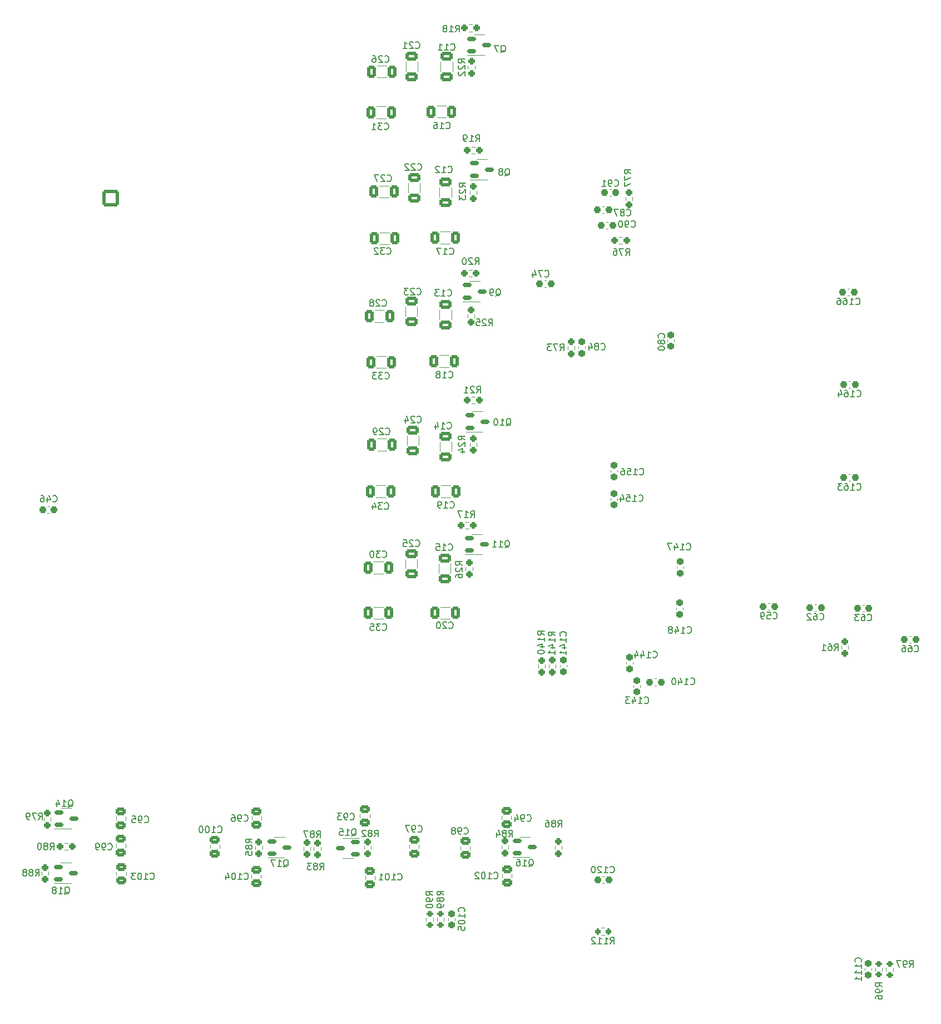
<source format=gbo>
G04 #@! TF.GenerationSoftware,KiCad,Pcbnew,7.0.10*
G04 #@! TF.CreationDate,2024-11-23T11:02:06-08:00*
G04 #@! TF.ProjectId,fieldRadio,6669656c-6452-4616-9469-6f2e6b696361,rev?*
G04 #@! TF.SameCoordinates,Original*
G04 #@! TF.FileFunction,Legend,Bot*
G04 #@! TF.FilePolarity,Positive*
%FSLAX46Y46*%
G04 Gerber Fmt 4.6, Leading zero omitted, Abs format (unit mm)*
G04 Created by KiCad (PCBNEW 7.0.10) date 2024-11-23 11:02:06*
%MOMM*%
%LPD*%
G01*
G04 APERTURE LIST*
G04 Aperture macros list*
%AMRoundRect*
0 Rectangle with rounded corners*
0 $1 Rounding radius*
0 $2 $3 $4 $5 $6 $7 $8 $9 X,Y pos of 4 corners*
0 Add a 4 corners polygon primitive as box body*
4,1,4,$2,$3,$4,$5,$6,$7,$8,$9,$2,$3,0*
0 Add four circle primitives for the rounded corners*
1,1,$1+$1,$2,$3*
1,1,$1+$1,$4,$5*
1,1,$1+$1,$6,$7*
1,1,$1+$1,$8,$9*
0 Add four rect primitives between the rounded corners*
20,1,$1+$1,$2,$3,$4,$5,0*
20,1,$1+$1,$4,$5,$6,$7,0*
20,1,$1+$1,$6,$7,$8,$9,0*
20,1,$1+$1,$8,$9,$2,$3,0*%
G04 Aperture macros list end*
%ADD10C,0.150000*%
%ADD11C,0.120000*%
%ADD12R,2.200000X2.200000*%
%ADD13O,2.200000X2.200000*%
%ADD14C,1.600000*%
%ADD15C,1.550000*%
%ADD16R,1.905000X2.000000*%
%ADD17O,1.905000X2.000000*%
%ADD18R,1.600000X1.600000*%
%ADD19C,2.600000*%
%ADD20R,1.700000X1.700000*%
%ADD21O,1.700000X1.700000*%
%ADD22C,3.000000*%
%ADD23R,1.350000X1.350000*%
%ADD24O,1.350000X1.350000*%
%ADD25O,1.600000X1.600000*%
%ADD26R,2.000000X1.905000*%
%ADD27O,2.000000X1.905000*%
%ADD28C,1.440000*%
%ADD29R,2.400000X1.600000*%
%ADD30O,2.400000X1.600000*%
%ADD31RoundRect,0.249999X-1.025001X1.025001X-1.025001X-1.025001X1.025001X-1.025001X1.025001X1.025001X0*%
%ADD32C,2.550000*%
%ADD33C,2.090000*%
%ADD34C,1.509000*%
%ADD35R,2.600000X2.600000*%
%ADD36C,1.627000*%
%ADD37RoundRect,0.250000X0.650000X-0.412500X0.650000X0.412500X-0.650000X0.412500X-0.650000X-0.412500X0*%
%ADD38RoundRect,0.237500X0.237500X-0.250000X0.237500X0.250000X-0.237500X0.250000X-0.237500X-0.250000X0*%
%ADD39RoundRect,0.250000X-0.412500X-0.650000X0.412500X-0.650000X0.412500X0.650000X-0.412500X0.650000X0*%
%ADD40RoundRect,0.237500X-0.300000X-0.237500X0.300000X-0.237500X0.300000X0.237500X-0.300000X0.237500X0*%
%ADD41RoundRect,0.250000X0.475000X-0.337500X0.475000X0.337500X-0.475000X0.337500X-0.475000X-0.337500X0*%
%ADD42RoundRect,0.237500X0.300000X0.237500X-0.300000X0.237500X-0.300000X-0.237500X0.300000X-0.237500X0*%
%ADD43RoundRect,0.200000X-0.200000X-0.275000X0.200000X-0.275000X0.200000X0.275000X-0.200000X0.275000X0*%
%ADD44RoundRect,0.237500X0.250000X0.237500X-0.250000X0.237500X-0.250000X-0.237500X0.250000X-0.237500X0*%
%ADD45RoundRect,0.200000X0.275000X-0.200000X0.275000X0.200000X-0.275000X0.200000X-0.275000X-0.200000X0*%
%ADD46RoundRect,0.237500X-0.237500X0.250000X-0.237500X-0.250000X0.237500X-0.250000X0.237500X0.250000X0*%
%ADD47RoundRect,0.237500X0.237500X-0.300000X0.237500X0.300000X-0.237500X0.300000X-0.237500X-0.300000X0*%
%ADD48RoundRect,0.150000X-0.512500X-0.150000X0.512500X-0.150000X0.512500X0.150000X-0.512500X0.150000X0*%
%ADD49RoundRect,0.237500X-0.237500X0.300000X-0.237500X-0.300000X0.237500X-0.300000X0.237500X0.300000X0*%
%ADD50RoundRect,0.150000X0.512500X0.150000X-0.512500X0.150000X-0.512500X-0.150000X0.512500X-0.150000X0*%
%ADD51RoundRect,0.200000X-0.275000X0.200000X-0.275000X-0.200000X0.275000X-0.200000X0.275000X0.200000X0*%
G04 APERTURE END LIST*
D10*
X143642857Y-152909580D02*
X143690476Y-152957200D01*
X143690476Y-152957200D02*
X143833333Y-153004819D01*
X143833333Y-153004819D02*
X143928571Y-153004819D01*
X143928571Y-153004819D02*
X144071428Y-152957200D01*
X144071428Y-152957200D02*
X144166666Y-152861961D01*
X144166666Y-152861961D02*
X144214285Y-152766723D01*
X144214285Y-152766723D02*
X144261904Y-152576247D01*
X144261904Y-152576247D02*
X144261904Y-152433390D01*
X144261904Y-152433390D02*
X144214285Y-152242914D01*
X144214285Y-152242914D02*
X144166666Y-152147676D01*
X144166666Y-152147676D02*
X144071428Y-152052438D01*
X144071428Y-152052438D02*
X143928571Y-152004819D01*
X143928571Y-152004819D02*
X143833333Y-152004819D01*
X143833333Y-152004819D02*
X143690476Y-152052438D01*
X143690476Y-152052438D02*
X143642857Y-152100057D01*
X143261904Y-152100057D02*
X143214285Y-152052438D01*
X143214285Y-152052438D02*
X143119047Y-152004819D01*
X143119047Y-152004819D02*
X142880952Y-152004819D01*
X142880952Y-152004819D02*
X142785714Y-152052438D01*
X142785714Y-152052438D02*
X142738095Y-152100057D01*
X142738095Y-152100057D02*
X142690476Y-152195295D01*
X142690476Y-152195295D02*
X142690476Y-152290533D01*
X142690476Y-152290533D02*
X142738095Y-152433390D01*
X142738095Y-152433390D02*
X143309523Y-153004819D01*
X143309523Y-153004819D02*
X142690476Y-153004819D01*
X141785714Y-152004819D02*
X142261904Y-152004819D01*
X142261904Y-152004819D02*
X142309523Y-152481009D01*
X142309523Y-152481009D02*
X142261904Y-152433390D01*
X142261904Y-152433390D02*
X142166666Y-152385771D01*
X142166666Y-152385771D02*
X141928571Y-152385771D01*
X141928571Y-152385771D02*
X141833333Y-152433390D01*
X141833333Y-152433390D02*
X141785714Y-152481009D01*
X141785714Y-152481009D02*
X141738095Y-152576247D01*
X141738095Y-152576247D02*
X141738095Y-152814342D01*
X141738095Y-152814342D02*
X141785714Y-152909580D01*
X141785714Y-152909580D02*
X141833333Y-152957200D01*
X141833333Y-152957200D02*
X141928571Y-153004819D01*
X141928571Y-153004819D02*
X142166666Y-153004819D01*
X142166666Y-153004819D02*
X142261904Y-152957200D01*
X142261904Y-152957200D02*
X142309523Y-152909580D01*
X151144819Y-136777142D02*
X150668628Y-136443809D01*
X151144819Y-136205714D02*
X150144819Y-136205714D01*
X150144819Y-136205714D02*
X150144819Y-136586666D01*
X150144819Y-136586666D02*
X150192438Y-136681904D01*
X150192438Y-136681904D02*
X150240057Y-136729523D01*
X150240057Y-136729523D02*
X150335295Y-136777142D01*
X150335295Y-136777142D02*
X150478152Y-136777142D01*
X150478152Y-136777142D02*
X150573390Y-136729523D01*
X150573390Y-136729523D02*
X150621009Y-136681904D01*
X150621009Y-136681904D02*
X150668628Y-136586666D01*
X150668628Y-136586666D02*
X150668628Y-136205714D01*
X150240057Y-137158095D02*
X150192438Y-137205714D01*
X150192438Y-137205714D02*
X150144819Y-137300952D01*
X150144819Y-137300952D02*
X150144819Y-137539047D01*
X150144819Y-137539047D02*
X150192438Y-137634285D01*
X150192438Y-137634285D02*
X150240057Y-137681904D01*
X150240057Y-137681904D02*
X150335295Y-137729523D01*
X150335295Y-137729523D02*
X150430533Y-137729523D01*
X150430533Y-137729523D02*
X150573390Y-137681904D01*
X150573390Y-137681904D02*
X151144819Y-137110476D01*
X151144819Y-137110476D02*
X151144819Y-137729523D01*
X150478152Y-138586666D02*
X151144819Y-138586666D01*
X150097200Y-138348571D02*
X150811485Y-138110476D01*
X150811485Y-138110476D02*
X150811485Y-138729523D01*
X148732857Y-165369580D02*
X148780476Y-165417200D01*
X148780476Y-165417200D02*
X148923333Y-165464819D01*
X148923333Y-165464819D02*
X149018571Y-165464819D01*
X149018571Y-165464819D02*
X149161428Y-165417200D01*
X149161428Y-165417200D02*
X149256666Y-165321961D01*
X149256666Y-165321961D02*
X149304285Y-165226723D01*
X149304285Y-165226723D02*
X149351904Y-165036247D01*
X149351904Y-165036247D02*
X149351904Y-164893390D01*
X149351904Y-164893390D02*
X149304285Y-164702914D01*
X149304285Y-164702914D02*
X149256666Y-164607676D01*
X149256666Y-164607676D02*
X149161428Y-164512438D01*
X149161428Y-164512438D02*
X149018571Y-164464819D01*
X149018571Y-164464819D02*
X148923333Y-164464819D01*
X148923333Y-164464819D02*
X148780476Y-164512438D01*
X148780476Y-164512438D02*
X148732857Y-164560057D01*
X148351904Y-164560057D02*
X148304285Y-164512438D01*
X148304285Y-164512438D02*
X148209047Y-164464819D01*
X148209047Y-164464819D02*
X147970952Y-164464819D01*
X147970952Y-164464819D02*
X147875714Y-164512438D01*
X147875714Y-164512438D02*
X147828095Y-164560057D01*
X147828095Y-164560057D02*
X147780476Y-164655295D01*
X147780476Y-164655295D02*
X147780476Y-164750533D01*
X147780476Y-164750533D02*
X147828095Y-164893390D01*
X147828095Y-164893390D02*
X148399523Y-165464819D01*
X148399523Y-165464819D02*
X147780476Y-165464819D01*
X147161428Y-164464819D02*
X147066190Y-164464819D01*
X147066190Y-164464819D02*
X146970952Y-164512438D01*
X146970952Y-164512438D02*
X146923333Y-164560057D01*
X146923333Y-164560057D02*
X146875714Y-164655295D01*
X146875714Y-164655295D02*
X146828095Y-164845771D01*
X146828095Y-164845771D02*
X146828095Y-165083866D01*
X146828095Y-165083866D02*
X146875714Y-165274342D01*
X146875714Y-165274342D02*
X146923333Y-165369580D01*
X146923333Y-165369580D02*
X146970952Y-165417200D01*
X146970952Y-165417200D02*
X147066190Y-165464819D01*
X147066190Y-165464819D02*
X147161428Y-165464819D01*
X147161428Y-165464819D02*
X147256666Y-165417200D01*
X147256666Y-165417200D02*
X147304285Y-165369580D01*
X147304285Y-165369580D02*
X147351904Y-165274342D01*
X147351904Y-165274342D02*
X147399523Y-165083866D01*
X147399523Y-165083866D02*
X147399523Y-164845771D01*
X147399523Y-164845771D02*
X147351904Y-164655295D01*
X147351904Y-164655295D02*
X147304285Y-164560057D01*
X147304285Y-164560057D02*
X147256666Y-164512438D01*
X147256666Y-164512438D02*
X147161428Y-164464819D01*
X219562857Y-168927022D02*
X219610476Y-168974642D01*
X219610476Y-168974642D02*
X219753333Y-169022261D01*
X219753333Y-169022261D02*
X219848571Y-169022261D01*
X219848571Y-169022261D02*
X219991428Y-168974642D01*
X219991428Y-168974642D02*
X220086666Y-168879403D01*
X220086666Y-168879403D02*
X220134285Y-168784165D01*
X220134285Y-168784165D02*
X220181904Y-168593689D01*
X220181904Y-168593689D02*
X220181904Y-168450832D01*
X220181904Y-168450832D02*
X220134285Y-168260356D01*
X220134285Y-168260356D02*
X220086666Y-168165118D01*
X220086666Y-168165118D02*
X219991428Y-168069880D01*
X219991428Y-168069880D02*
X219848571Y-168022261D01*
X219848571Y-168022261D02*
X219753333Y-168022261D01*
X219753333Y-168022261D02*
X219610476Y-168069880D01*
X219610476Y-168069880D02*
X219562857Y-168117499D01*
X218705714Y-168022261D02*
X218896190Y-168022261D01*
X218896190Y-168022261D02*
X218991428Y-168069880D01*
X218991428Y-168069880D02*
X219039047Y-168117499D01*
X219039047Y-168117499D02*
X219134285Y-168260356D01*
X219134285Y-168260356D02*
X219181904Y-168450832D01*
X219181904Y-168450832D02*
X219181904Y-168831784D01*
X219181904Y-168831784D02*
X219134285Y-168927022D01*
X219134285Y-168927022D02*
X219086666Y-168974642D01*
X219086666Y-168974642D02*
X218991428Y-169022261D01*
X218991428Y-169022261D02*
X218800952Y-169022261D01*
X218800952Y-169022261D02*
X218705714Y-168974642D01*
X218705714Y-168974642D02*
X218658095Y-168927022D01*
X218658095Y-168927022D02*
X218610476Y-168831784D01*
X218610476Y-168831784D02*
X218610476Y-168593689D01*
X218610476Y-168593689D02*
X218658095Y-168498451D01*
X218658095Y-168498451D02*
X218705714Y-168450832D01*
X218705714Y-168450832D02*
X218800952Y-168403213D01*
X218800952Y-168403213D02*
X218991428Y-168403213D01*
X218991428Y-168403213D02*
X219086666Y-168450832D01*
X219086666Y-168450832D02*
X219134285Y-168498451D01*
X219134285Y-168498451D02*
X219181904Y-168593689D01*
X217753333Y-168022261D02*
X217943809Y-168022261D01*
X217943809Y-168022261D02*
X218039047Y-168069880D01*
X218039047Y-168069880D02*
X218086666Y-168117499D01*
X218086666Y-168117499D02*
X218181904Y-168260356D01*
X218181904Y-168260356D02*
X218229523Y-168450832D01*
X218229523Y-168450832D02*
X218229523Y-168831784D01*
X218229523Y-168831784D02*
X218181904Y-168927022D01*
X218181904Y-168927022D02*
X218134285Y-168974642D01*
X218134285Y-168974642D02*
X218039047Y-169022261D01*
X218039047Y-169022261D02*
X217848571Y-169022261D01*
X217848571Y-169022261D02*
X217753333Y-168974642D01*
X217753333Y-168974642D02*
X217705714Y-168927022D01*
X217705714Y-168927022D02*
X217658095Y-168831784D01*
X217658095Y-168831784D02*
X217658095Y-168593689D01*
X217658095Y-168593689D02*
X217705714Y-168498451D01*
X217705714Y-168498451D02*
X217753333Y-168450832D01*
X217753333Y-168450832D02*
X217848571Y-168403213D01*
X217848571Y-168403213D02*
X218039047Y-168403213D01*
X218039047Y-168403213D02*
X218134285Y-168450832D01*
X218134285Y-168450832D02*
X218181904Y-168498451D01*
X218181904Y-168498451D02*
X218229523Y-168593689D01*
X155569047Y-203467215D02*
X155616666Y-203514835D01*
X155616666Y-203514835D02*
X155759523Y-203562454D01*
X155759523Y-203562454D02*
X155854761Y-203562454D01*
X155854761Y-203562454D02*
X155997618Y-203514835D01*
X155997618Y-203514835D02*
X156092856Y-203419596D01*
X156092856Y-203419596D02*
X156140475Y-203324358D01*
X156140475Y-203324358D02*
X156188094Y-203133882D01*
X156188094Y-203133882D02*
X156188094Y-202991025D01*
X156188094Y-202991025D02*
X156140475Y-202800549D01*
X156140475Y-202800549D02*
X156092856Y-202705311D01*
X156092856Y-202705311D02*
X155997618Y-202610073D01*
X155997618Y-202610073D02*
X155854761Y-202562454D01*
X155854761Y-202562454D02*
X155759523Y-202562454D01*
X155759523Y-202562454D02*
X155616666Y-202610073D01*
X155616666Y-202610073D02*
X155569047Y-202657692D01*
X154616666Y-203562454D02*
X155188094Y-203562454D01*
X154902380Y-203562454D02*
X154902380Y-202562454D01*
X154902380Y-202562454D02*
X154997618Y-202705311D01*
X154997618Y-202705311D02*
X155092856Y-202800549D01*
X155092856Y-202800549D02*
X155188094Y-202848168D01*
X153997618Y-202562454D02*
X153902380Y-202562454D01*
X153902380Y-202562454D02*
X153807142Y-202610073D01*
X153807142Y-202610073D02*
X153759523Y-202657692D01*
X153759523Y-202657692D02*
X153711904Y-202752930D01*
X153711904Y-202752930D02*
X153664285Y-202943406D01*
X153664285Y-202943406D02*
X153664285Y-203181501D01*
X153664285Y-203181501D02*
X153711904Y-203371977D01*
X153711904Y-203371977D02*
X153759523Y-203467215D01*
X153759523Y-203467215D02*
X153807142Y-203514835D01*
X153807142Y-203514835D02*
X153902380Y-203562454D01*
X153902380Y-203562454D02*
X153997618Y-203562454D01*
X153997618Y-203562454D02*
X154092856Y-203514835D01*
X154092856Y-203514835D02*
X154140475Y-203467215D01*
X154140475Y-203467215D02*
X154188094Y-203371977D01*
X154188094Y-203371977D02*
X154235713Y-203181501D01*
X154235713Y-203181501D02*
X154235713Y-202943406D01*
X154235713Y-202943406D02*
X154188094Y-202752930D01*
X154188094Y-202752930D02*
X154140475Y-202657692D01*
X154140475Y-202657692D02*
X154092856Y-202610073D01*
X154092856Y-202610073D02*
X153997618Y-202562454D01*
X153283332Y-202657692D02*
X153235713Y-202610073D01*
X153235713Y-202610073D02*
X153140475Y-202562454D01*
X153140475Y-202562454D02*
X152902380Y-202562454D01*
X152902380Y-202562454D02*
X152807142Y-202610073D01*
X152807142Y-202610073D02*
X152759523Y-202657692D01*
X152759523Y-202657692D02*
X152711904Y-202752930D01*
X152711904Y-202752930D02*
X152711904Y-202848168D01*
X152711904Y-202848168D02*
X152759523Y-202991025D01*
X152759523Y-202991025D02*
X153330951Y-203562454D01*
X153330951Y-203562454D02*
X152711904Y-203562454D01*
X173912857Y-98109580D02*
X173960476Y-98157200D01*
X173960476Y-98157200D02*
X174103333Y-98204819D01*
X174103333Y-98204819D02*
X174198571Y-98204819D01*
X174198571Y-98204819D02*
X174341428Y-98157200D01*
X174341428Y-98157200D02*
X174436666Y-98061961D01*
X174436666Y-98061961D02*
X174484285Y-97966723D01*
X174484285Y-97966723D02*
X174531904Y-97776247D01*
X174531904Y-97776247D02*
X174531904Y-97633390D01*
X174531904Y-97633390D02*
X174484285Y-97442914D01*
X174484285Y-97442914D02*
X174436666Y-97347676D01*
X174436666Y-97347676D02*
X174341428Y-97252438D01*
X174341428Y-97252438D02*
X174198571Y-97204819D01*
X174198571Y-97204819D02*
X174103333Y-97204819D01*
X174103333Y-97204819D02*
X173960476Y-97252438D01*
X173960476Y-97252438D02*
X173912857Y-97300057D01*
X173436666Y-98204819D02*
X173246190Y-98204819D01*
X173246190Y-98204819D02*
X173150952Y-98157200D01*
X173150952Y-98157200D02*
X173103333Y-98109580D01*
X173103333Y-98109580D02*
X173008095Y-97966723D01*
X173008095Y-97966723D02*
X172960476Y-97776247D01*
X172960476Y-97776247D02*
X172960476Y-97395295D01*
X172960476Y-97395295D02*
X173008095Y-97300057D01*
X173008095Y-97300057D02*
X173055714Y-97252438D01*
X173055714Y-97252438D02*
X173150952Y-97204819D01*
X173150952Y-97204819D02*
X173341428Y-97204819D01*
X173341428Y-97204819D02*
X173436666Y-97252438D01*
X173436666Y-97252438D02*
X173484285Y-97300057D01*
X173484285Y-97300057D02*
X173531904Y-97395295D01*
X173531904Y-97395295D02*
X173531904Y-97633390D01*
X173531904Y-97633390D02*
X173484285Y-97728628D01*
X173484285Y-97728628D02*
X173436666Y-97776247D01*
X173436666Y-97776247D02*
X173341428Y-97823866D01*
X173341428Y-97823866D02*
X173150952Y-97823866D01*
X173150952Y-97823866D02*
X173055714Y-97776247D01*
X173055714Y-97776247D02*
X173008095Y-97728628D01*
X173008095Y-97728628D02*
X172960476Y-97633390D01*
X172008095Y-98204819D02*
X172579523Y-98204819D01*
X172293809Y-98204819D02*
X172293809Y-97204819D01*
X172293809Y-97204819D02*
X172389047Y-97347676D01*
X172389047Y-97347676D02*
X172484285Y-97442914D01*
X172484285Y-97442914D02*
X172579523Y-97490533D01*
X173289047Y-213434819D02*
X173622380Y-212958628D01*
X173860475Y-213434819D02*
X173860475Y-212434819D01*
X173860475Y-212434819D02*
X173479523Y-212434819D01*
X173479523Y-212434819D02*
X173384285Y-212482438D01*
X173384285Y-212482438D02*
X173336666Y-212530057D01*
X173336666Y-212530057D02*
X173289047Y-212625295D01*
X173289047Y-212625295D02*
X173289047Y-212768152D01*
X173289047Y-212768152D02*
X173336666Y-212863390D01*
X173336666Y-212863390D02*
X173384285Y-212911009D01*
X173384285Y-212911009D02*
X173479523Y-212958628D01*
X173479523Y-212958628D02*
X173860475Y-212958628D01*
X172336666Y-213434819D02*
X172908094Y-213434819D01*
X172622380Y-213434819D02*
X172622380Y-212434819D01*
X172622380Y-212434819D02*
X172717618Y-212577676D01*
X172717618Y-212577676D02*
X172812856Y-212672914D01*
X172812856Y-212672914D02*
X172908094Y-212720533D01*
X171384285Y-213434819D02*
X171955713Y-213434819D01*
X171669999Y-213434819D02*
X171669999Y-212434819D01*
X171669999Y-212434819D02*
X171765237Y-212577676D01*
X171765237Y-212577676D02*
X171860475Y-212672914D01*
X171860475Y-212672914D02*
X171955713Y-212720533D01*
X171003332Y-212530057D02*
X170955713Y-212482438D01*
X170955713Y-212482438D02*
X170860475Y-212434819D01*
X170860475Y-212434819D02*
X170622380Y-212434819D01*
X170622380Y-212434819D02*
X170527142Y-212482438D01*
X170527142Y-212482438D02*
X170479523Y-212530057D01*
X170479523Y-212530057D02*
X170431904Y-212625295D01*
X170431904Y-212625295D02*
X170431904Y-212720533D01*
X170431904Y-212720533D02*
X170479523Y-212863390D01*
X170479523Y-212863390D02*
X171050951Y-213434819D01*
X171050951Y-213434819D02*
X170431904Y-213434819D01*
X210804047Y-130109580D02*
X210851666Y-130157200D01*
X210851666Y-130157200D02*
X210994523Y-130204819D01*
X210994523Y-130204819D02*
X211089761Y-130204819D01*
X211089761Y-130204819D02*
X211232618Y-130157200D01*
X211232618Y-130157200D02*
X211327856Y-130061961D01*
X211327856Y-130061961D02*
X211375475Y-129966723D01*
X211375475Y-129966723D02*
X211423094Y-129776247D01*
X211423094Y-129776247D02*
X211423094Y-129633390D01*
X211423094Y-129633390D02*
X211375475Y-129442914D01*
X211375475Y-129442914D02*
X211327856Y-129347676D01*
X211327856Y-129347676D02*
X211232618Y-129252438D01*
X211232618Y-129252438D02*
X211089761Y-129204819D01*
X211089761Y-129204819D02*
X210994523Y-129204819D01*
X210994523Y-129204819D02*
X210851666Y-129252438D01*
X210851666Y-129252438D02*
X210804047Y-129300057D01*
X209851666Y-130204819D02*
X210423094Y-130204819D01*
X210137380Y-130204819D02*
X210137380Y-129204819D01*
X210137380Y-129204819D02*
X210232618Y-129347676D01*
X210232618Y-129347676D02*
X210327856Y-129442914D01*
X210327856Y-129442914D02*
X210423094Y-129490533D01*
X208994523Y-129204819D02*
X209184999Y-129204819D01*
X209184999Y-129204819D02*
X209280237Y-129252438D01*
X209280237Y-129252438D02*
X209327856Y-129300057D01*
X209327856Y-129300057D02*
X209423094Y-129442914D01*
X209423094Y-129442914D02*
X209470713Y-129633390D01*
X209470713Y-129633390D02*
X209470713Y-130014342D01*
X209470713Y-130014342D02*
X209423094Y-130109580D01*
X209423094Y-130109580D02*
X209375475Y-130157200D01*
X209375475Y-130157200D02*
X209280237Y-130204819D01*
X209280237Y-130204819D02*
X209089761Y-130204819D01*
X209089761Y-130204819D02*
X208994523Y-130157200D01*
X208994523Y-130157200D02*
X208946904Y-130109580D01*
X208946904Y-130109580D02*
X208899285Y-130014342D01*
X208899285Y-130014342D02*
X208899285Y-129776247D01*
X208899285Y-129776247D02*
X208946904Y-129681009D01*
X208946904Y-129681009D02*
X208994523Y-129633390D01*
X208994523Y-129633390D02*
X209089761Y-129585771D01*
X209089761Y-129585771D02*
X209280237Y-129585771D01*
X209280237Y-129585771D02*
X209375475Y-129633390D01*
X209375475Y-129633390D02*
X209423094Y-129681009D01*
X209423094Y-129681009D02*
X209470713Y-129776247D01*
X208042142Y-129538152D02*
X208042142Y-130204819D01*
X208280237Y-129157200D02*
X208518332Y-129871485D01*
X208518332Y-129871485D02*
X207899285Y-129871485D01*
X152792857Y-91374819D02*
X153126190Y-90898628D01*
X153364285Y-91374819D02*
X153364285Y-90374819D01*
X153364285Y-90374819D02*
X152983333Y-90374819D01*
X152983333Y-90374819D02*
X152888095Y-90422438D01*
X152888095Y-90422438D02*
X152840476Y-90470057D01*
X152840476Y-90470057D02*
X152792857Y-90565295D01*
X152792857Y-90565295D02*
X152792857Y-90708152D01*
X152792857Y-90708152D02*
X152840476Y-90803390D01*
X152840476Y-90803390D02*
X152888095Y-90851009D01*
X152888095Y-90851009D02*
X152983333Y-90898628D01*
X152983333Y-90898628D02*
X153364285Y-90898628D01*
X151840476Y-91374819D02*
X152411904Y-91374819D01*
X152126190Y-91374819D02*
X152126190Y-90374819D01*
X152126190Y-90374819D02*
X152221428Y-90517676D01*
X152221428Y-90517676D02*
X152316666Y-90612914D01*
X152316666Y-90612914D02*
X152411904Y-90660533D01*
X151364285Y-91374819D02*
X151173809Y-91374819D01*
X151173809Y-91374819D02*
X151078571Y-91327200D01*
X151078571Y-91327200D02*
X151030952Y-91279580D01*
X151030952Y-91279580D02*
X150935714Y-91136723D01*
X150935714Y-91136723D02*
X150888095Y-90946247D01*
X150888095Y-90946247D02*
X150888095Y-90565295D01*
X150888095Y-90565295D02*
X150935714Y-90470057D01*
X150935714Y-90470057D02*
X150983333Y-90422438D01*
X150983333Y-90422438D02*
X151078571Y-90374819D01*
X151078571Y-90374819D02*
X151269047Y-90374819D01*
X151269047Y-90374819D02*
X151364285Y-90422438D01*
X151364285Y-90422438D02*
X151411904Y-90470057D01*
X151411904Y-90470057D02*
X151459523Y-90565295D01*
X151459523Y-90565295D02*
X151459523Y-90803390D01*
X151459523Y-90803390D02*
X151411904Y-90898628D01*
X151411904Y-90898628D02*
X151364285Y-90946247D01*
X151364285Y-90946247D02*
X151269047Y-90993866D01*
X151269047Y-90993866D02*
X151078571Y-90993866D01*
X151078571Y-90993866D02*
X150983333Y-90946247D01*
X150983333Y-90946247D02*
X150935714Y-90898628D01*
X150935714Y-90898628D02*
X150888095Y-90803390D01*
X214664819Y-219947142D02*
X214188628Y-219613809D01*
X214664819Y-219375714D02*
X213664819Y-219375714D01*
X213664819Y-219375714D02*
X213664819Y-219756666D01*
X213664819Y-219756666D02*
X213712438Y-219851904D01*
X213712438Y-219851904D02*
X213760057Y-219899523D01*
X213760057Y-219899523D02*
X213855295Y-219947142D01*
X213855295Y-219947142D02*
X213998152Y-219947142D01*
X213998152Y-219947142D02*
X214093390Y-219899523D01*
X214093390Y-219899523D02*
X214141009Y-219851904D01*
X214141009Y-219851904D02*
X214188628Y-219756666D01*
X214188628Y-219756666D02*
X214188628Y-219375714D01*
X214664819Y-220423333D02*
X214664819Y-220613809D01*
X214664819Y-220613809D02*
X214617200Y-220709047D01*
X214617200Y-220709047D02*
X214569580Y-220756666D01*
X214569580Y-220756666D02*
X214426723Y-220851904D01*
X214426723Y-220851904D02*
X214236247Y-220899523D01*
X214236247Y-220899523D02*
X213855295Y-220899523D01*
X213855295Y-220899523D02*
X213760057Y-220851904D01*
X213760057Y-220851904D02*
X213712438Y-220804285D01*
X213712438Y-220804285D02*
X213664819Y-220709047D01*
X213664819Y-220709047D02*
X213664819Y-220518571D01*
X213664819Y-220518571D02*
X213712438Y-220423333D01*
X213712438Y-220423333D02*
X213760057Y-220375714D01*
X213760057Y-220375714D02*
X213855295Y-220328095D01*
X213855295Y-220328095D02*
X214093390Y-220328095D01*
X214093390Y-220328095D02*
X214188628Y-220375714D01*
X214188628Y-220375714D02*
X214236247Y-220423333D01*
X214236247Y-220423333D02*
X214283866Y-220518571D01*
X214283866Y-220518571D02*
X214283866Y-220709047D01*
X214283866Y-220709047D02*
X214236247Y-220804285D01*
X214236247Y-220804285D02*
X214188628Y-220851904D01*
X214188628Y-220851904D02*
X214093390Y-220899523D01*
X213664819Y-221756666D02*
X213664819Y-221566190D01*
X213664819Y-221566190D02*
X213712438Y-221470952D01*
X213712438Y-221470952D02*
X213760057Y-221423333D01*
X213760057Y-221423333D02*
X213902914Y-221328095D01*
X213902914Y-221328095D02*
X214093390Y-221280476D01*
X214093390Y-221280476D02*
X214474342Y-221280476D01*
X214474342Y-221280476D02*
X214569580Y-221328095D01*
X214569580Y-221328095D02*
X214617200Y-221375714D01*
X214617200Y-221375714D02*
X214664819Y-221470952D01*
X214664819Y-221470952D02*
X214664819Y-221661428D01*
X214664819Y-221661428D02*
X214617200Y-221756666D01*
X214617200Y-221756666D02*
X214569580Y-221804285D01*
X214569580Y-221804285D02*
X214474342Y-221851904D01*
X214474342Y-221851904D02*
X214236247Y-221851904D01*
X214236247Y-221851904D02*
X214141009Y-221804285D01*
X214141009Y-221804285D02*
X214093390Y-221756666D01*
X214093390Y-221756666D02*
X214045771Y-221661428D01*
X214045771Y-221661428D02*
X214045771Y-221470952D01*
X214045771Y-221470952D02*
X214093390Y-221375714D01*
X214093390Y-221375714D02*
X214141009Y-221328095D01*
X214141009Y-221328095D02*
X214236247Y-221280476D01*
X176424819Y-96262142D02*
X175948628Y-95928809D01*
X176424819Y-95690714D02*
X175424819Y-95690714D01*
X175424819Y-95690714D02*
X175424819Y-96071666D01*
X175424819Y-96071666D02*
X175472438Y-96166904D01*
X175472438Y-96166904D02*
X175520057Y-96214523D01*
X175520057Y-96214523D02*
X175615295Y-96262142D01*
X175615295Y-96262142D02*
X175758152Y-96262142D01*
X175758152Y-96262142D02*
X175853390Y-96214523D01*
X175853390Y-96214523D02*
X175901009Y-96166904D01*
X175901009Y-96166904D02*
X175948628Y-96071666D01*
X175948628Y-96071666D02*
X175948628Y-95690714D01*
X175424819Y-96595476D02*
X175424819Y-97262142D01*
X175424819Y-97262142D02*
X176424819Y-96833571D01*
X175424819Y-97547857D02*
X175424819Y-98214523D01*
X175424819Y-98214523D02*
X176424819Y-97785952D01*
X117517857Y-194717215D02*
X117565476Y-194764835D01*
X117565476Y-194764835D02*
X117708333Y-194812454D01*
X117708333Y-194812454D02*
X117803571Y-194812454D01*
X117803571Y-194812454D02*
X117946428Y-194764835D01*
X117946428Y-194764835D02*
X118041666Y-194669596D01*
X118041666Y-194669596D02*
X118089285Y-194574358D01*
X118089285Y-194574358D02*
X118136904Y-194383882D01*
X118136904Y-194383882D02*
X118136904Y-194241025D01*
X118136904Y-194241025D02*
X118089285Y-194050549D01*
X118089285Y-194050549D02*
X118041666Y-193955311D01*
X118041666Y-193955311D02*
X117946428Y-193860073D01*
X117946428Y-193860073D02*
X117803571Y-193812454D01*
X117803571Y-193812454D02*
X117708333Y-193812454D01*
X117708333Y-193812454D02*
X117565476Y-193860073D01*
X117565476Y-193860073D02*
X117517857Y-193907692D01*
X117041666Y-194812454D02*
X116851190Y-194812454D01*
X116851190Y-194812454D02*
X116755952Y-194764835D01*
X116755952Y-194764835D02*
X116708333Y-194717215D01*
X116708333Y-194717215D02*
X116613095Y-194574358D01*
X116613095Y-194574358D02*
X116565476Y-194383882D01*
X116565476Y-194383882D02*
X116565476Y-194002930D01*
X116565476Y-194002930D02*
X116613095Y-193907692D01*
X116613095Y-193907692D02*
X116660714Y-193860073D01*
X116660714Y-193860073D02*
X116755952Y-193812454D01*
X116755952Y-193812454D02*
X116946428Y-193812454D01*
X116946428Y-193812454D02*
X117041666Y-193860073D01*
X117041666Y-193860073D02*
X117089285Y-193907692D01*
X117089285Y-193907692D02*
X117136904Y-194002930D01*
X117136904Y-194002930D02*
X117136904Y-194241025D01*
X117136904Y-194241025D02*
X117089285Y-194336263D01*
X117089285Y-194336263D02*
X117041666Y-194383882D01*
X117041666Y-194383882D02*
X116946428Y-194431501D01*
X116946428Y-194431501D02*
X116755952Y-194431501D01*
X116755952Y-194431501D02*
X116660714Y-194383882D01*
X116660714Y-194383882D02*
X116613095Y-194336263D01*
X116613095Y-194336263D02*
X116565476Y-194241025D01*
X115708333Y-193812454D02*
X115898809Y-193812454D01*
X115898809Y-193812454D02*
X115994047Y-193860073D01*
X115994047Y-193860073D02*
X116041666Y-193907692D01*
X116041666Y-193907692D02*
X116136904Y-194050549D01*
X116136904Y-194050549D02*
X116184523Y-194241025D01*
X116184523Y-194241025D02*
X116184523Y-194621977D01*
X116184523Y-194621977D02*
X116136904Y-194717215D01*
X116136904Y-194717215D02*
X116089285Y-194764835D01*
X116089285Y-194764835D02*
X115994047Y-194812454D01*
X115994047Y-194812454D02*
X115803571Y-194812454D01*
X115803571Y-194812454D02*
X115708333Y-194764835D01*
X115708333Y-194764835D02*
X115660714Y-194717215D01*
X115660714Y-194717215D02*
X115613095Y-194621977D01*
X115613095Y-194621977D02*
X115613095Y-194383882D01*
X115613095Y-194383882D02*
X115660714Y-194288644D01*
X115660714Y-194288644D02*
X115708333Y-194241025D01*
X115708333Y-194241025D02*
X115803571Y-194193406D01*
X115803571Y-194193406D02*
X115994047Y-194193406D01*
X115994047Y-194193406D02*
X116089285Y-194241025D01*
X116089285Y-194241025D02*
X116136904Y-194288644D01*
X116136904Y-194288644D02*
X116184523Y-194383882D01*
X139332857Y-97369580D02*
X139380476Y-97417200D01*
X139380476Y-97417200D02*
X139523333Y-97464819D01*
X139523333Y-97464819D02*
X139618571Y-97464819D01*
X139618571Y-97464819D02*
X139761428Y-97417200D01*
X139761428Y-97417200D02*
X139856666Y-97321961D01*
X139856666Y-97321961D02*
X139904285Y-97226723D01*
X139904285Y-97226723D02*
X139951904Y-97036247D01*
X139951904Y-97036247D02*
X139951904Y-96893390D01*
X139951904Y-96893390D02*
X139904285Y-96702914D01*
X139904285Y-96702914D02*
X139856666Y-96607676D01*
X139856666Y-96607676D02*
X139761428Y-96512438D01*
X139761428Y-96512438D02*
X139618571Y-96464819D01*
X139618571Y-96464819D02*
X139523333Y-96464819D01*
X139523333Y-96464819D02*
X139380476Y-96512438D01*
X139380476Y-96512438D02*
X139332857Y-96560057D01*
X138951904Y-96560057D02*
X138904285Y-96512438D01*
X138904285Y-96512438D02*
X138809047Y-96464819D01*
X138809047Y-96464819D02*
X138570952Y-96464819D01*
X138570952Y-96464819D02*
X138475714Y-96512438D01*
X138475714Y-96512438D02*
X138428095Y-96560057D01*
X138428095Y-96560057D02*
X138380476Y-96655295D01*
X138380476Y-96655295D02*
X138380476Y-96750533D01*
X138380476Y-96750533D02*
X138428095Y-96893390D01*
X138428095Y-96893390D02*
X138999523Y-97464819D01*
X138999523Y-97464819D02*
X138380476Y-97464819D01*
X138047142Y-96464819D02*
X137380476Y-96464819D01*
X137380476Y-96464819D02*
X137809047Y-97464819D01*
X177749047Y-142009580D02*
X177796666Y-142057200D01*
X177796666Y-142057200D02*
X177939523Y-142104819D01*
X177939523Y-142104819D02*
X178034761Y-142104819D01*
X178034761Y-142104819D02*
X178177618Y-142057200D01*
X178177618Y-142057200D02*
X178272856Y-141961961D01*
X178272856Y-141961961D02*
X178320475Y-141866723D01*
X178320475Y-141866723D02*
X178368094Y-141676247D01*
X178368094Y-141676247D02*
X178368094Y-141533390D01*
X178368094Y-141533390D02*
X178320475Y-141342914D01*
X178320475Y-141342914D02*
X178272856Y-141247676D01*
X178272856Y-141247676D02*
X178177618Y-141152438D01*
X178177618Y-141152438D02*
X178034761Y-141104819D01*
X178034761Y-141104819D02*
X177939523Y-141104819D01*
X177939523Y-141104819D02*
X177796666Y-141152438D01*
X177796666Y-141152438D02*
X177749047Y-141200057D01*
X176796666Y-142104819D02*
X177368094Y-142104819D01*
X177082380Y-142104819D02*
X177082380Y-141104819D01*
X177082380Y-141104819D02*
X177177618Y-141247676D01*
X177177618Y-141247676D02*
X177272856Y-141342914D01*
X177272856Y-141342914D02*
X177368094Y-141390533D01*
X175891904Y-141104819D02*
X176368094Y-141104819D01*
X176368094Y-141104819D02*
X176415713Y-141581009D01*
X176415713Y-141581009D02*
X176368094Y-141533390D01*
X176368094Y-141533390D02*
X176272856Y-141485771D01*
X176272856Y-141485771D02*
X176034761Y-141485771D01*
X176034761Y-141485771D02*
X175939523Y-141533390D01*
X175939523Y-141533390D02*
X175891904Y-141581009D01*
X175891904Y-141581009D02*
X175844285Y-141676247D01*
X175844285Y-141676247D02*
X175844285Y-141914342D01*
X175844285Y-141914342D02*
X175891904Y-142009580D01*
X175891904Y-142009580D02*
X175939523Y-142057200D01*
X175939523Y-142057200D02*
X176034761Y-142104819D01*
X176034761Y-142104819D02*
X176272856Y-142104819D01*
X176272856Y-142104819D02*
X176368094Y-142057200D01*
X176368094Y-142057200D02*
X176415713Y-142009580D01*
X174987142Y-141104819D02*
X175177618Y-141104819D01*
X175177618Y-141104819D02*
X175272856Y-141152438D01*
X175272856Y-141152438D02*
X175320475Y-141200057D01*
X175320475Y-141200057D02*
X175415713Y-141342914D01*
X175415713Y-141342914D02*
X175463332Y-141533390D01*
X175463332Y-141533390D02*
X175463332Y-141914342D01*
X175463332Y-141914342D02*
X175415713Y-142009580D01*
X175415713Y-142009580D02*
X175368094Y-142057200D01*
X175368094Y-142057200D02*
X175272856Y-142104819D01*
X175272856Y-142104819D02*
X175082380Y-142104819D01*
X175082380Y-142104819D02*
X174987142Y-142057200D01*
X174987142Y-142057200D02*
X174939523Y-142009580D01*
X174939523Y-142009580D02*
X174891904Y-141914342D01*
X174891904Y-141914342D02*
X174891904Y-141676247D01*
X174891904Y-141676247D02*
X174939523Y-141581009D01*
X174939523Y-141581009D02*
X174987142Y-141533390D01*
X174987142Y-141533390D02*
X175082380Y-141485771D01*
X175082380Y-141485771D02*
X175272856Y-141485771D01*
X175272856Y-141485771D02*
X175368094Y-141533390D01*
X175368094Y-141533390D02*
X175415713Y-141581009D01*
X175415713Y-141581009D02*
X175463332Y-141676247D01*
X165302857Y-195644819D02*
X165636190Y-195168628D01*
X165874285Y-195644819D02*
X165874285Y-194644819D01*
X165874285Y-194644819D02*
X165493333Y-194644819D01*
X165493333Y-194644819D02*
X165398095Y-194692438D01*
X165398095Y-194692438D02*
X165350476Y-194740057D01*
X165350476Y-194740057D02*
X165302857Y-194835295D01*
X165302857Y-194835295D02*
X165302857Y-194978152D01*
X165302857Y-194978152D02*
X165350476Y-195073390D01*
X165350476Y-195073390D02*
X165398095Y-195121009D01*
X165398095Y-195121009D02*
X165493333Y-195168628D01*
X165493333Y-195168628D02*
X165874285Y-195168628D01*
X164731428Y-195073390D02*
X164826666Y-195025771D01*
X164826666Y-195025771D02*
X164874285Y-194978152D01*
X164874285Y-194978152D02*
X164921904Y-194882914D01*
X164921904Y-194882914D02*
X164921904Y-194835295D01*
X164921904Y-194835295D02*
X164874285Y-194740057D01*
X164874285Y-194740057D02*
X164826666Y-194692438D01*
X164826666Y-194692438D02*
X164731428Y-194644819D01*
X164731428Y-194644819D02*
X164540952Y-194644819D01*
X164540952Y-194644819D02*
X164445714Y-194692438D01*
X164445714Y-194692438D02*
X164398095Y-194740057D01*
X164398095Y-194740057D02*
X164350476Y-194835295D01*
X164350476Y-194835295D02*
X164350476Y-194882914D01*
X164350476Y-194882914D02*
X164398095Y-194978152D01*
X164398095Y-194978152D02*
X164445714Y-195025771D01*
X164445714Y-195025771D02*
X164540952Y-195073390D01*
X164540952Y-195073390D02*
X164731428Y-195073390D01*
X164731428Y-195073390D02*
X164826666Y-195121009D01*
X164826666Y-195121009D02*
X164874285Y-195168628D01*
X164874285Y-195168628D02*
X164921904Y-195263866D01*
X164921904Y-195263866D02*
X164921904Y-195454342D01*
X164921904Y-195454342D02*
X164874285Y-195549580D01*
X164874285Y-195549580D02*
X164826666Y-195597200D01*
X164826666Y-195597200D02*
X164731428Y-195644819D01*
X164731428Y-195644819D02*
X164540952Y-195644819D01*
X164540952Y-195644819D02*
X164445714Y-195597200D01*
X164445714Y-195597200D02*
X164398095Y-195549580D01*
X164398095Y-195549580D02*
X164350476Y-195454342D01*
X164350476Y-195454342D02*
X164350476Y-195263866D01*
X164350476Y-195263866D02*
X164398095Y-195168628D01*
X164398095Y-195168628D02*
X164445714Y-195121009D01*
X164445714Y-195121009D02*
X164540952Y-195073390D01*
X163493333Y-194644819D02*
X163683809Y-194644819D01*
X163683809Y-194644819D02*
X163779047Y-194692438D01*
X163779047Y-194692438D02*
X163826666Y-194740057D01*
X163826666Y-194740057D02*
X163921904Y-194882914D01*
X163921904Y-194882914D02*
X163969523Y-195073390D01*
X163969523Y-195073390D02*
X163969523Y-195454342D01*
X163969523Y-195454342D02*
X163921904Y-195549580D01*
X163921904Y-195549580D02*
X163874285Y-195597200D01*
X163874285Y-195597200D02*
X163779047Y-195644819D01*
X163779047Y-195644819D02*
X163588571Y-195644819D01*
X163588571Y-195644819D02*
X163493333Y-195597200D01*
X163493333Y-195597200D02*
X163445714Y-195549580D01*
X163445714Y-195549580D02*
X163398095Y-195454342D01*
X163398095Y-195454342D02*
X163398095Y-195216247D01*
X163398095Y-195216247D02*
X163445714Y-195121009D01*
X163445714Y-195121009D02*
X163493333Y-195073390D01*
X163493333Y-195073390D02*
X163588571Y-195025771D01*
X163588571Y-195025771D02*
X163779047Y-195025771D01*
X163779047Y-195025771D02*
X163874285Y-195073390D01*
X163874285Y-195073390D02*
X163921904Y-195121009D01*
X163921904Y-195121009D02*
X163969523Y-195216247D01*
X147894819Y-206017142D02*
X147418628Y-205683809D01*
X147894819Y-205445714D02*
X146894819Y-205445714D01*
X146894819Y-205445714D02*
X146894819Y-205826666D01*
X146894819Y-205826666D02*
X146942438Y-205921904D01*
X146942438Y-205921904D02*
X146990057Y-205969523D01*
X146990057Y-205969523D02*
X147085295Y-206017142D01*
X147085295Y-206017142D02*
X147228152Y-206017142D01*
X147228152Y-206017142D02*
X147323390Y-205969523D01*
X147323390Y-205969523D02*
X147371009Y-205921904D01*
X147371009Y-205921904D02*
X147418628Y-205826666D01*
X147418628Y-205826666D02*
X147418628Y-205445714D01*
X147323390Y-206588571D02*
X147275771Y-206493333D01*
X147275771Y-206493333D02*
X147228152Y-206445714D01*
X147228152Y-206445714D02*
X147132914Y-206398095D01*
X147132914Y-206398095D02*
X147085295Y-206398095D01*
X147085295Y-206398095D02*
X146990057Y-206445714D01*
X146990057Y-206445714D02*
X146942438Y-206493333D01*
X146942438Y-206493333D02*
X146894819Y-206588571D01*
X146894819Y-206588571D02*
X146894819Y-206779047D01*
X146894819Y-206779047D02*
X146942438Y-206874285D01*
X146942438Y-206874285D02*
X146990057Y-206921904D01*
X146990057Y-206921904D02*
X147085295Y-206969523D01*
X147085295Y-206969523D02*
X147132914Y-206969523D01*
X147132914Y-206969523D02*
X147228152Y-206921904D01*
X147228152Y-206921904D02*
X147275771Y-206874285D01*
X147275771Y-206874285D02*
X147323390Y-206779047D01*
X147323390Y-206779047D02*
X147323390Y-206588571D01*
X147323390Y-206588571D02*
X147371009Y-206493333D01*
X147371009Y-206493333D02*
X147418628Y-206445714D01*
X147418628Y-206445714D02*
X147513866Y-206398095D01*
X147513866Y-206398095D02*
X147704342Y-206398095D01*
X147704342Y-206398095D02*
X147799580Y-206445714D01*
X147799580Y-206445714D02*
X147847200Y-206493333D01*
X147847200Y-206493333D02*
X147894819Y-206588571D01*
X147894819Y-206588571D02*
X147894819Y-206779047D01*
X147894819Y-206779047D02*
X147847200Y-206874285D01*
X147847200Y-206874285D02*
X147799580Y-206921904D01*
X147799580Y-206921904D02*
X147704342Y-206969523D01*
X147704342Y-206969523D02*
X147513866Y-206969523D01*
X147513866Y-206969523D02*
X147418628Y-206921904D01*
X147418628Y-206921904D02*
X147371009Y-206874285D01*
X147371009Y-206874285D02*
X147323390Y-206779047D01*
X147894819Y-207445714D02*
X147894819Y-207636190D01*
X147894819Y-207636190D02*
X147847200Y-207731428D01*
X147847200Y-207731428D02*
X147799580Y-207779047D01*
X147799580Y-207779047D02*
X147656723Y-207874285D01*
X147656723Y-207874285D02*
X147466247Y-207921904D01*
X147466247Y-207921904D02*
X147085295Y-207921904D01*
X147085295Y-207921904D02*
X146990057Y-207874285D01*
X146990057Y-207874285D02*
X146942438Y-207826666D01*
X146942438Y-207826666D02*
X146894819Y-207731428D01*
X146894819Y-207731428D02*
X146894819Y-207540952D01*
X146894819Y-207540952D02*
X146942438Y-207445714D01*
X146942438Y-207445714D02*
X146990057Y-207398095D01*
X146990057Y-207398095D02*
X147085295Y-207350476D01*
X147085295Y-207350476D02*
X147323390Y-207350476D01*
X147323390Y-207350476D02*
X147418628Y-207398095D01*
X147418628Y-207398095D02*
X147466247Y-207445714D01*
X147466247Y-207445714D02*
X147513866Y-207540952D01*
X147513866Y-207540952D02*
X147513866Y-207731428D01*
X147513866Y-207731428D02*
X147466247Y-207826666D01*
X147466247Y-207826666D02*
X147418628Y-207874285D01*
X147418628Y-207874285D02*
X147323390Y-207921904D01*
X207402857Y-168794819D02*
X207736190Y-168318628D01*
X207974285Y-168794819D02*
X207974285Y-167794819D01*
X207974285Y-167794819D02*
X207593333Y-167794819D01*
X207593333Y-167794819D02*
X207498095Y-167842438D01*
X207498095Y-167842438D02*
X207450476Y-167890057D01*
X207450476Y-167890057D02*
X207402857Y-167985295D01*
X207402857Y-167985295D02*
X207402857Y-168128152D01*
X207402857Y-168128152D02*
X207450476Y-168223390D01*
X207450476Y-168223390D02*
X207498095Y-168271009D01*
X207498095Y-168271009D02*
X207593333Y-168318628D01*
X207593333Y-168318628D02*
X207974285Y-168318628D01*
X206545714Y-167794819D02*
X206736190Y-167794819D01*
X206736190Y-167794819D02*
X206831428Y-167842438D01*
X206831428Y-167842438D02*
X206879047Y-167890057D01*
X206879047Y-167890057D02*
X206974285Y-168032914D01*
X206974285Y-168032914D02*
X207021904Y-168223390D01*
X207021904Y-168223390D02*
X207021904Y-168604342D01*
X207021904Y-168604342D02*
X206974285Y-168699580D01*
X206974285Y-168699580D02*
X206926666Y-168747200D01*
X206926666Y-168747200D02*
X206831428Y-168794819D01*
X206831428Y-168794819D02*
X206640952Y-168794819D01*
X206640952Y-168794819D02*
X206545714Y-168747200D01*
X206545714Y-168747200D02*
X206498095Y-168699580D01*
X206498095Y-168699580D02*
X206450476Y-168604342D01*
X206450476Y-168604342D02*
X206450476Y-168366247D01*
X206450476Y-168366247D02*
X206498095Y-168271009D01*
X206498095Y-168271009D02*
X206545714Y-168223390D01*
X206545714Y-168223390D02*
X206640952Y-168175771D01*
X206640952Y-168175771D02*
X206831428Y-168175771D01*
X206831428Y-168175771D02*
X206926666Y-168223390D01*
X206926666Y-168223390D02*
X206974285Y-168271009D01*
X206974285Y-168271009D02*
X207021904Y-168366247D01*
X205498095Y-168794819D02*
X206069523Y-168794819D01*
X205783809Y-168794819D02*
X205783809Y-167794819D01*
X205783809Y-167794819D02*
X205879047Y-167937676D01*
X205879047Y-167937676D02*
X205974285Y-168032914D01*
X205974285Y-168032914D02*
X206069523Y-168080533D01*
X179789047Y-169819580D02*
X179836666Y-169867200D01*
X179836666Y-169867200D02*
X179979523Y-169914819D01*
X179979523Y-169914819D02*
X180074761Y-169914819D01*
X180074761Y-169914819D02*
X180217618Y-169867200D01*
X180217618Y-169867200D02*
X180312856Y-169771961D01*
X180312856Y-169771961D02*
X180360475Y-169676723D01*
X180360475Y-169676723D02*
X180408094Y-169486247D01*
X180408094Y-169486247D02*
X180408094Y-169343390D01*
X180408094Y-169343390D02*
X180360475Y-169152914D01*
X180360475Y-169152914D02*
X180312856Y-169057676D01*
X180312856Y-169057676D02*
X180217618Y-168962438D01*
X180217618Y-168962438D02*
X180074761Y-168914819D01*
X180074761Y-168914819D02*
X179979523Y-168914819D01*
X179979523Y-168914819D02*
X179836666Y-168962438D01*
X179836666Y-168962438D02*
X179789047Y-169010057D01*
X178836666Y-169914819D02*
X179408094Y-169914819D01*
X179122380Y-169914819D02*
X179122380Y-168914819D01*
X179122380Y-168914819D02*
X179217618Y-169057676D01*
X179217618Y-169057676D02*
X179312856Y-169152914D01*
X179312856Y-169152914D02*
X179408094Y-169200533D01*
X177979523Y-169248152D02*
X177979523Y-169914819D01*
X178217618Y-168867200D02*
X178455713Y-169581485D01*
X178455713Y-169581485D02*
X177836666Y-169581485D01*
X177027142Y-169248152D02*
X177027142Y-169914819D01*
X177265237Y-168867200D02*
X177503332Y-169581485D01*
X177503332Y-169581485D02*
X176884285Y-169581485D01*
X157421428Y-134640057D02*
X157516666Y-134592438D01*
X157516666Y-134592438D02*
X157611904Y-134497200D01*
X157611904Y-134497200D02*
X157754761Y-134354342D01*
X157754761Y-134354342D02*
X157849999Y-134306723D01*
X157849999Y-134306723D02*
X157945237Y-134306723D01*
X157897618Y-134544819D02*
X157992856Y-134497200D01*
X157992856Y-134497200D02*
X158088094Y-134401961D01*
X158088094Y-134401961D02*
X158135713Y-134211485D01*
X158135713Y-134211485D02*
X158135713Y-133878152D01*
X158135713Y-133878152D02*
X158088094Y-133687676D01*
X158088094Y-133687676D02*
X157992856Y-133592438D01*
X157992856Y-133592438D02*
X157897618Y-133544819D01*
X157897618Y-133544819D02*
X157707142Y-133544819D01*
X157707142Y-133544819D02*
X157611904Y-133592438D01*
X157611904Y-133592438D02*
X157516666Y-133687676D01*
X157516666Y-133687676D02*
X157469047Y-133878152D01*
X157469047Y-133878152D02*
X157469047Y-134211485D01*
X157469047Y-134211485D02*
X157516666Y-134401961D01*
X157516666Y-134401961D02*
X157611904Y-134497200D01*
X157611904Y-134497200D02*
X157707142Y-134544819D01*
X157707142Y-134544819D02*
X157897618Y-134544819D01*
X156516666Y-134544819D02*
X157088094Y-134544819D01*
X156802380Y-134544819D02*
X156802380Y-133544819D01*
X156802380Y-133544819D02*
X156897618Y-133687676D01*
X156897618Y-133687676D02*
X156992856Y-133782914D01*
X156992856Y-133782914D02*
X157088094Y-133830533D01*
X155897618Y-133544819D02*
X155802380Y-133544819D01*
X155802380Y-133544819D02*
X155707142Y-133592438D01*
X155707142Y-133592438D02*
X155659523Y-133640057D01*
X155659523Y-133640057D02*
X155611904Y-133735295D01*
X155611904Y-133735295D02*
X155564285Y-133925771D01*
X155564285Y-133925771D02*
X155564285Y-134163866D01*
X155564285Y-134163866D02*
X155611904Y-134354342D01*
X155611904Y-134354342D02*
X155659523Y-134449580D01*
X155659523Y-134449580D02*
X155707142Y-134497200D01*
X155707142Y-134497200D02*
X155802380Y-134544819D01*
X155802380Y-134544819D02*
X155897618Y-134544819D01*
X155897618Y-134544819D02*
X155992856Y-134497200D01*
X155992856Y-134497200D02*
X156040475Y-134449580D01*
X156040475Y-134449580D02*
X156088094Y-134354342D01*
X156088094Y-134354342D02*
X156135713Y-134163866D01*
X156135713Y-134163866D02*
X156135713Y-133925771D01*
X156135713Y-133925771D02*
X156088094Y-133735295D01*
X156088094Y-133735295D02*
X156040475Y-133640057D01*
X156040475Y-133640057D02*
X155992856Y-133592438D01*
X155992856Y-133592438D02*
X155897618Y-133544819D01*
X138612857Y-165649580D02*
X138660476Y-165697200D01*
X138660476Y-165697200D02*
X138803333Y-165744819D01*
X138803333Y-165744819D02*
X138898571Y-165744819D01*
X138898571Y-165744819D02*
X139041428Y-165697200D01*
X139041428Y-165697200D02*
X139136666Y-165601961D01*
X139136666Y-165601961D02*
X139184285Y-165506723D01*
X139184285Y-165506723D02*
X139231904Y-165316247D01*
X139231904Y-165316247D02*
X139231904Y-165173390D01*
X139231904Y-165173390D02*
X139184285Y-164982914D01*
X139184285Y-164982914D02*
X139136666Y-164887676D01*
X139136666Y-164887676D02*
X139041428Y-164792438D01*
X139041428Y-164792438D02*
X138898571Y-164744819D01*
X138898571Y-164744819D02*
X138803333Y-164744819D01*
X138803333Y-164744819D02*
X138660476Y-164792438D01*
X138660476Y-164792438D02*
X138612857Y-164840057D01*
X138279523Y-164744819D02*
X137660476Y-164744819D01*
X137660476Y-164744819D02*
X137993809Y-165125771D01*
X137993809Y-165125771D02*
X137850952Y-165125771D01*
X137850952Y-165125771D02*
X137755714Y-165173390D01*
X137755714Y-165173390D02*
X137708095Y-165221009D01*
X137708095Y-165221009D02*
X137660476Y-165316247D01*
X137660476Y-165316247D02*
X137660476Y-165554342D01*
X137660476Y-165554342D02*
X137708095Y-165649580D01*
X137708095Y-165649580D02*
X137755714Y-165697200D01*
X137755714Y-165697200D02*
X137850952Y-165744819D01*
X137850952Y-165744819D02*
X138136666Y-165744819D01*
X138136666Y-165744819D02*
X138231904Y-165697200D01*
X138231904Y-165697200D02*
X138279523Y-165649580D01*
X136755714Y-164744819D02*
X137231904Y-164744819D01*
X137231904Y-164744819D02*
X137279523Y-165221009D01*
X137279523Y-165221009D02*
X137231904Y-165173390D01*
X137231904Y-165173390D02*
X137136666Y-165125771D01*
X137136666Y-165125771D02*
X136898571Y-165125771D01*
X136898571Y-165125771D02*
X136803333Y-165173390D01*
X136803333Y-165173390D02*
X136755714Y-165221009D01*
X136755714Y-165221009D02*
X136708095Y-165316247D01*
X136708095Y-165316247D02*
X136708095Y-165554342D01*
X136708095Y-165554342D02*
X136755714Y-165649580D01*
X136755714Y-165649580D02*
X136803333Y-165697200D01*
X136803333Y-165697200D02*
X136898571Y-165744819D01*
X136898571Y-165744819D02*
X137136666Y-165744819D01*
X137136666Y-165744819D02*
X137231904Y-165697200D01*
X137231904Y-165697200D02*
X137279523Y-165649580D01*
X151264819Y-98317142D02*
X150788628Y-97983809D01*
X151264819Y-97745714D02*
X150264819Y-97745714D01*
X150264819Y-97745714D02*
X150264819Y-98126666D01*
X150264819Y-98126666D02*
X150312438Y-98221904D01*
X150312438Y-98221904D02*
X150360057Y-98269523D01*
X150360057Y-98269523D02*
X150455295Y-98317142D01*
X150455295Y-98317142D02*
X150598152Y-98317142D01*
X150598152Y-98317142D02*
X150693390Y-98269523D01*
X150693390Y-98269523D02*
X150741009Y-98221904D01*
X150741009Y-98221904D02*
X150788628Y-98126666D01*
X150788628Y-98126666D02*
X150788628Y-97745714D01*
X150360057Y-98698095D02*
X150312438Y-98745714D01*
X150312438Y-98745714D02*
X150264819Y-98840952D01*
X150264819Y-98840952D02*
X150264819Y-99079047D01*
X150264819Y-99079047D02*
X150312438Y-99174285D01*
X150312438Y-99174285D02*
X150360057Y-99221904D01*
X150360057Y-99221904D02*
X150455295Y-99269523D01*
X150455295Y-99269523D02*
X150550533Y-99269523D01*
X150550533Y-99269523D02*
X150693390Y-99221904D01*
X150693390Y-99221904D02*
X151264819Y-98650476D01*
X151264819Y-98650476D02*
X151264819Y-99269523D01*
X150264819Y-99602857D02*
X150264819Y-100221904D01*
X150264819Y-100221904D02*
X150645771Y-99888571D01*
X150645771Y-99888571D02*
X150645771Y-100031428D01*
X150645771Y-100031428D02*
X150693390Y-100126666D01*
X150693390Y-100126666D02*
X150741009Y-100174285D01*
X150741009Y-100174285D02*
X150836247Y-100221904D01*
X150836247Y-100221904D02*
X151074342Y-100221904D01*
X151074342Y-100221904D02*
X151169580Y-100174285D01*
X151169580Y-100174285D02*
X151217200Y-100126666D01*
X151217200Y-100126666D02*
X151264819Y-100031428D01*
X151264819Y-100031428D02*
X151264819Y-99745714D01*
X151264819Y-99745714D02*
X151217200Y-99650476D01*
X151217200Y-99650476D02*
X151169580Y-99602857D01*
X151154819Y-79427142D02*
X150678628Y-79093809D01*
X151154819Y-78855714D02*
X150154819Y-78855714D01*
X150154819Y-78855714D02*
X150154819Y-79236666D01*
X150154819Y-79236666D02*
X150202438Y-79331904D01*
X150202438Y-79331904D02*
X150250057Y-79379523D01*
X150250057Y-79379523D02*
X150345295Y-79427142D01*
X150345295Y-79427142D02*
X150488152Y-79427142D01*
X150488152Y-79427142D02*
X150583390Y-79379523D01*
X150583390Y-79379523D02*
X150631009Y-79331904D01*
X150631009Y-79331904D02*
X150678628Y-79236666D01*
X150678628Y-79236666D02*
X150678628Y-78855714D01*
X150250057Y-79808095D02*
X150202438Y-79855714D01*
X150202438Y-79855714D02*
X150154819Y-79950952D01*
X150154819Y-79950952D02*
X150154819Y-80189047D01*
X150154819Y-80189047D02*
X150202438Y-80284285D01*
X150202438Y-80284285D02*
X150250057Y-80331904D01*
X150250057Y-80331904D02*
X150345295Y-80379523D01*
X150345295Y-80379523D02*
X150440533Y-80379523D01*
X150440533Y-80379523D02*
X150583390Y-80331904D01*
X150583390Y-80331904D02*
X151154819Y-79760476D01*
X151154819Y-79760476D02*
X151154819Y-80379523D01*
X150250057Y-80760476D02*
X150202438Y-80808095D01*
X150202438Y-80808095D02*
X150154819Y-80903333D01*
X150154819Y-80903333D02*
X150154819Y-81141428D01*
X150154819Y-81141428D02*
X150202438Y-81236666D01*
X150202438Y-81236666D02*
X150250057Y-81284285D01*
X150250057Y-81284285D02*
X150345295Y-81331904D01*
X150345295Y-81331904D02*
X150440533Y-81331904D01*
X150440533Y-81331904D02*
X150583390Y-81284285D01*
X150583390Y-81284285D02*
X151154819Y-80712857D01*
X151154819Y-80712857D02*
X151154819Y-81331904D01*
X149722857Y-74714819D02*
X150056190Y-74238628D01*
X150294285Y-74714819D02*
X150294285Y-73714819D01*
X150294285Y-73714819D02*
X149913333Y-73714819D01*
X149913333Y-73714819D02*
X149818095Y-73762438D01*
X149818095Y-73762438D02*
X149770476Y-73810057D01*
X149770476Y-73810057D02*
X149722857Y-73905295D01*
X149722857Y-73905295D02*
X149722857Y-74048152D01*
X149722857Y-74048152D02*
X149770476Y-74143390D01*
X149770476Y-74143390D02*
X149818095Y-74191009D01*
X149818095Y-74191009D02*
X149913333Y-74238628D01*
X149913333Y-74238628D02*
X150294285Y-74238628D01*
X148770476Y-74714819D02*
X149341904Y-74714819D01*
X149056190Y-74714819D02*
X149056190Y-73714819D01*
X149056190Y-73714819D02*
X149151428Y-73857676D01*
X149151428Y-73857676D02*
X149246666Y-73952914D01*
X149246666Y-73952914D02*
X149341904Y-74000533D01*
X148199047Y-74143390D02*
X148294285Y-74095771D01*
X148294285Y-74095771D02*
X148341904Y-74048152D01*
X148341904Y-74048152D02*
X148389523Y-73952914D01*
X148389523Y-73952914D02*
X148389523Y-73905295D01*
X148389523Y-73905295D02*
X148341904Y-73810057D01*
X148341904Y-73810057D02*
X148294285Y-73762438D01*
X148294285Y-73762438D02*
X148199047Y-73714819D01*
X148199047Y-73714819D02*
X148008571Y-73714819D01*
X148008571Y-73714819D02*
X147913333Y-73762438D01*
X147913333Y-73762438D02*
X147865714Y-73810057D01*
X147865714Y-73810057D02*
X147818095Y-73905295D01*
X147818095Y-73905295D02*
X147818095Y-73952914D01*
X147818095Y-73952914D02*
X147865714Y-74048152D01*
X147865714Y-74048152D02*
X147913333Y-74095771D01*
X147913333Y-74095771D02*
X148008571Y-74143390D01*
X148008571Y-74143390D02*
X148199047Y-74143390D01*
X148199047Y-74143390D02*
X148294285Y-74191009D01*
X148294285Y-74191009D02*
X148341904Y-74238628D01*
X148341904Y-74238628D02*
X148389523Y-74333866D01*
X148389523Y-74333866D02*
X148389523Y-74524342D01*
X148389523Y-74524342D02*
X148341904Y-74619580D01*
X148341904Y-74619580D02*
X148294285Y-74667200D01*
X148294285Y-74667200D02*
X148199047Y-74714819D01*
X148199047Y-74714819D02*
X148008571Y-74714819D01*
X148008571Y-74714819D02*
X147913333Y-74667200D01*
X147913333Y-74667200D02*
X147865714Y-74619580D01*
X147865714Y-74619580D02*
X147818095Y-74524342D01*
X147818095Y-74524342D02*
X147818095Y-74333866D01*
X147818095Y-74333866D02*
X147865714Y-74238628D01*
X147865714Y-74238628D02*
X147913333Y-74191009D01*
X147913333Y-74191009D02*
X148008571Y-74143390D01*
X184889047Y-153429580D02*
X184936666Y-153477200D01*
X184936666Y-153477200D02*
X185079523Y-153524819D01*
X185079523Y-153524819D02*
X185174761Y-153524819D01*
X185174761Y-153524819D02*
X185317618Y-153477200D01*
X185317618Y-153477200D02*
X185412856Y-153381961D01*
X185412856Y-153381961D02*
X185460475Y-153286723D01*
X185460475Y-153286723D02*
X185508094Y-153096247D01*
X185508094Y-153096247D02*
X185508094Y-152953390D01*
X185508094Y-152953390D02*
X185460475Y-152762914D01*
X185460475Y-152762914D02*
X185412856Y-152667676D01*
X185412856Y-152667676D02*
X185317618Y-152572438D01*
X185317618Y-152572438D02*
X185174761Y-152524819D01*
X185174761Y-152524819D02*
X185079523Y-152524819D01*
X185079523Y-152524819D02*
X184936666Y-152572438D01*
X184936666Y-152572438D02*
X184889047Y-152620057D01*
X183936666Y-153524819D02*
X184508094Y-153524819D01*
X184222380Y-153524819D02*
X184222380Y-152524819D01*
X184222380Y-152524819D02*
X184317618Y-152667676D01*
X184317618Y-152667676D02*
X184412856Y-152762914D01*
X184412856Y-152762914D02*
X184508094Y-152810533D01*
X183079523Y-152858152D02*
X183079523Y-153524819D01*
X183317618Y-152477200D02*
X183555713Y-153191485D01*
X183555713Y-153191485D02*
X182936666Y-153191485D01*
X182650951Y-152524819D02*
X181984285Y-152524819D01*
X181984285Y-152524819D02*
X182412856Y-153524819D01*
X164874819Y-166560952D02*
X164398628Y-166227619D01*
X164874819Y-165989524D02*
X163874819Y-165989524D01*
X163874819Y-165989524D02*
X163874819Y-166370476D01*
X163874819Y-166370476D02*
X163922438Y-166465714D01*
X163922438Y-166465714D02*
X163970057Y-166513333D01*
X163970057Y-166513333D02*
X164065295Y-166560952D01*
X164065295Y-166560952D02*
X164208152Y-166560952D01*
X164208152Y-166560952D02*
X164303390Y-166513333D01*
X164303390Y-166513333D02*
X164351009Y-166465714D01*
X164351009Y-166465714D02*
X164398628Y-166370476D01*
X164398628Y-166370476D02*
X164398628Y-165989524D01*
X164874819Y-167513333D02*
X164874819Y-166941905D01*
X164874819Y-167227619D02*
X163874819Y-167227619D01*
X163874819Y-167227619D02*
X164017676Y-167132381D01*
X164017676Y-167132381D02*
X164112914Y-167037143D01*
X164112914Y-167037143D02*
X164160533Y-166941905D01*
X164208152Y-168370476D02*
X164874819Y-168370476D01*
X163827200Y-168132381D02*
X164541485Y-167894286D01*
X164541485Y-167894286D02*
X164541485Y-168513333D01*
X164874819Y-169418095D02*
X164874819Y-168846667D01*
X164874819Y-169132381D02*
X163874819Y-169132381D01*
X163874819Y-169132381D02*
X164017676Y-169037143D01*
X164017676Y-169037143D02*
X164112914Y-168941905D01*
X164112914Y-168941905D02*
X164160533Y-168846667D01*
X138942857Y-79239580D02*
X138990476Y-79287200D01*
X138990476Y-79287200D02*
X139133333Y-79334819D01*
X139133333Y-79334819D02*
X139228571Y-79334819D01*
X139228571Y-79334819D02*
X139371428Y-79287200D01*
X139371428Y-79287200D02*
X139466666Y-79191961D01*
X139466666Y-79191961D02*
X139514285Y-79096723D01*
X139514285Y-79096723D02*
X139561904Y-78906247D01*
X139561904Y-78906247D02*
X139561904Y-78763390D01*
X139561904Y-78763390D02*
X139514285Y-78572914D01*
X139514285Y-78572914D02*
X139466666Y-78477676D01*
X139466666Y-78477676D02*
X139371428Y-78382438D01*
X139371428Y-78382438D02*
X139228571Y-78334819D01*
X139228571Y-78334819D02*
X139133333Y-78334819D01*
X139133333Y-78334819D02*
X138990476Y-78382438D01*
X138990476Y-78382438D02*
X138942857Y-78430057D01*
X138561904Y-78430057D02*
X138514285Y-78382438D01*
X138514285Y-78382438D02*
X138419047Y-78334819D01*
X138419047Y-78334819D02*
X138180952Y-78334819D01*
X138180952Y-78334819D02*
X138085714Y-78382438D01*
X138085714Y-78382438D02*
X138038095Y-78430057D01*
X138038095Y-78430057D02*
X137990476Y-78525295D01*
X137990476Y-78525295D02*
X137990476Y-78620533D01*
X137990476Y-78620533D02*
X138038095Y-78763390D01*
X138038095Y-78763390D02*
X138609523Y-79334819D01*
X138609523Y-79334819D02*
X137990476Y-79334819D01*
X137133333Y-78334819D02*
X137323809Y-78334819D01*
X137323809Y-78334819D02*
X137419047Y-78382438D01*
X137419047Y-78382438D02*
X137466666Y-78430057D01*
X137466666Y-78430057D02*
X137561904Y-78572914D01*
X137561904Y-78572914D02*
X137609523Y-78763390D01*
X137609523Y-78763390D02*
X137609523Y-79144342D01*
X137609523Y-79144342D02*
X137561904Y-79239580D01*
X137561904Y-79239580D02*
X137514285Y-79287200D01*
X137514285Y-79287200D02*
X137419047Y-79334819D01*
X137419047Y-79334819D02*
X137228571Y-79334819D01*
X137228571Y-79334819D02*
X137133333Y-79287200D01*
X137133333Y-79287200D02*
X137085714Y-79239580D01*
X137085714Y-79239580D02*
X137038095Y-79144342D01*
X137038095Y-79144342D02*
X137038095Y-78906247D01*
X137038095Y-78906247D02*
X137085714Y-78811009D01*
X137085714Y-78811009D02*
X137133333Y-78763390D01*
X137133333Y-78763390D02*
X137228571Y-78715771D01*
X137228571Y-78715771D02*
X137419047Y-78715771D01*
X137419047Y-78715771D02*
X137514285Y-78763390D01*
X137514285Y-78763390D02*
X137561904Y-78811009D01*
X137561904Y-78811009D02*
X137609523Y-78906247D01*
X148642857Y-153489580D02*
X148690476Y-153537200D01*
X148690476Y-153537200D02*
X148833333Y-153584819D01*
X148833333Y-153584819D02*
X148928571Y-153584819D01*
X148928571Y-153584819D02*
X149071428Y-153537200D01*
X149071428Y-153537200D02*
X149166666Y-153441961D01*
X149166666Y-153441961D02*
X149214285Y-153346723D01*
X149214285Y-153346723D02*
X149261904Y-153156247D01*
X149261904Y-153156247D02*
X149261904Y-153013390D01*
X149261904Y-153013390D02*
X149214285Y-152822914D01*
X149214285Y-152822914D02*
X149166666Y-152727676D01*
X149166666Y-152727676D02*
X149071428Y-152632438D01*
X149071428Y-152632438D02*
X148928571Y-152584819D01*
X148928571Y-152584819D02*
X148833333Y-152584819D01*
X148833333Y-152584819D02*
X148690476Y-152632438D01*
X148690476Y-152632438D02*
X148642857Y-152680057D01*
X147690476Y-153584819D02*
X148261904Y-153584819D01*
X147976190Y-153584819D02*
X147976190Y-152584819D01*
X147976190Y-152584819D02*
X148071428Y-152727676D01*
X148071428Y-152727676D02*
X148166666Y-152822914D01*
X148166666Y-152822914D02*
X148261904Y-152870533D01*
X146785714Y-152584819D02*
X147261904Y-152584819D01*
X147261904Y-152584819D02*
X147309523Y-153061009D01*
X147309523Y-153061009D02*
X147261904Y-153013390D01*
X147261904Y-153013390D02*
X147166666Y-152965771D01*
X147166666Y-152965771D02*
X146928571Y-152965771D01*
X146928571Y-152965771D02*
X146833333Y-153013390D01*
X146833333Y-153013390D02*
X146785714Y-153061009D01*
X146785714Y-153061009D02*
X146738095Y-153156247D01*
X146738095Y-153156247D02*
X146738095Y-153394342D01*
X146738095Y-153394342D02*
X146785714Y-153489580D01*
X146785714Y-153489580D02*
X146833333Y-153537200D01*
X146833333Y-153537200D02*
X146928571Y-153584819D01*
X146928571Y-153584819D02*
X147166666Y-153584819D01*
X147166666Y-153584819D02*
X147261904Y-153537200D01*
X147261904Y-153537200D02*
X147309523Y-153489580D01*
X185509047Y-173909580D02*
X185556666Y-173957200D01*
X185556666Y-173957200D02*
X185699523Y-174004819D01*
X185699523Y-174004819D02*
X185794761Y-174004819D01*
X185794761Y-174004819D02*
X185937618Y-173957200D01*
X185937618Y-173957200D02*
X186032856Y-173861961D01*
X186032856Y-173861961D02*
X186080475Y-173766723D01*
X186080475Y-173766723D02*
X186128094Y-173576247D01*
X186128094Y-173576247D02*
X186128094Y-173433390D01*
X186128094Y-173433390D02*
X186080475Y-173242914D01*
X186080475Y-173242914D02*
X186032856Y-173147676D01*
X186032856Y-173147676D02*
X185937618Y-173052438D01*
X185937618Y-173052438D02*
X185794761Y-173004819D01*
X185794761Y-173004819D02*
X185699523Y-173004819D01*
X185699523Y-173004819D02*
X185556666Y-173052438D01*
X185556666Y-173052438D02*
X185509047Y-173100057D01*
X184556666Y-174004819D02*
X185128094Y-174004819D01*
X184842380Y-174004819D02*
X184842380Y-173004819D01*
X184842380Y-173004819D02*
X184937618Y-173147676D01*
X184937618Y-173147676D02*
X185032856Y-173242914D01*
X185032856Y-173242914D02*
X185128094Y-173290533D01*
X183699523Y-173338152D02*
X183699523Y-174004819D01*
X183937618Y-172957200D02*
X184175713Y-173671485D01*
X184175713Y-173671485D02*
X183556666Y-173671485D01*
X182985237Y-173004819D02*
X182889999Y-173004819D01*
X182889999Y-173004819D02*
X182794761Y-173052438D01*
X182794761Y-173052438D02*
X182747142Y-173100057D01*
X182747142Y-173100057D02*
X182699523Y-173195295D01*
X182699523Y-173195295D02*
X182651904Y-173385771D01*
X182651904Y-173385771D02*
X182651904Y-173623866D01*
X182651904Y-173623866D02*
X182699523Y-173814342D01*
X182699523Y-173814342D02*
X182747142Y-173909580D01*
X182747142Y-173909580D02*
X182794761Y-173957200D01*
X182794761Y-173957200D02*
X182889999Y-174004819D01*
X182889999Y-174004819D02*
X182985237Y-174004819D01*
X182985237Y-174004819D02*
X183080475Y-173957200D01*
X183080475Y-173957200D02*
X183128094Y-173909580D01*
X183128094Y-173909580D02*
X183175713Y-173814342D01*
X183175713Y-173814342D02*
X183223332Y-173623866D01*
X183223332Y-173623866D02*
X183223332Y-173385771D01*
X183223332Y-173385771D02*
X183175713Y-173195295D01*
X183175713Y-173195295D02*
X183128094Y-173100057D01*
X183128094Y-173100057D02*
X183080475Y-173052438D01*
X183080475Y-173052438D02*
X182985237Y-173004819D01*
X102367857Y-194917215D02*
X102415476Y-194964835D01*
X102415476Y-194964835D02*
X102558333Y-195012454D01*
X102558333Y-195012454D02*
X102653571Y-195012454D01*
X102653571Y-195012454D02*
X102796428Y-194964835D01*
X102796428Y-194964835D02*
X102891666Y-194869596D01*
X102891666Y-194869596D02*
X102939285Y-194774358D01*
X102939285Y-194774358D02*
X102986904Y-194583882D01*
X102986904Y-194583882D02*
X102986904Y-194441025D01*
X102986904Y-194441025D02*
X102939285Y-194250549D01*
X102939285Y-194250549D02*
X102891666Y-194155311D01*
X102891666Y-194155311D02*
X102796428Y-194060073D01*
X102796428Y-194060073D02*
X102653571Y-194012454D01*
X102653571Y-194012454D02*
X102558333Y-194012454D01*
X102558333Y-194012454D02*
X102415476Y-194060073D01*
X102415476Y-194060073D02*
X102367857Y-194107692D01*
X101891666Y-195012454D02*
X101701190Y-195012454D01*
X101701190Y-195012454D02*
X101605952Y-194964835D01*
X101605952Y-194964835D02*
X101558333Y-194917215D01*
X101558333Y-194917215D02*
X101463095Y-194774358D01*
X101463095Y-194774358D02*
X101415476Y-194583882D01*
X101415476Y-194583882D02*
X101415476Y-194202930D01*
X101415476Y-194202930D02*
X101463095Y-194107692D01*
X101463095Y-194107692D02*
X101510714Y-194060073D01*
X101510714Y-194060073D02*
X101605952Y-194012454D01*
X101605952Y-194012454D02*
X101796428Y-194012454D01*
X101796428Y-194012454D02*
X101891666Y-194060073D01*
X101891666Y-194060073D02*
X101939285Y-194107692D01*
X101939285Y-194107692D02*
X101986904Y-194202930D01*
X101986904Y-194202930D02*
X101986904Y-194441025D01*
X101986904Y-194441025D02*
X101939285Y-194536263D01*
X101939285Y-194536263D02*
X101891666Y-194583882D01*
X101891666Y-194583882D02*
X101796428Y-194631501D01*
X101796428Y-194631501D02*
X101605952Y-194631501D01*
X101605952Y-194631501D02*
X101510714Y-194583882D01*
X101510714Y-194583882D02*
X101463095Y-194536263D01*
X101463095Y-194536263D02*
X101415476Y-194441025D01*
X100510714Y-194012454D02*
X100986904Y-194012454D01*
X100986904Y-194012454D02*
X101034523Y-194488644D01*
X101034523Y-194488644D02*
X100986904Y-194441025D01*
X100986904Y-194441025D02*
X100891666Y-194393406D01*
X100891666Y-194393406D02*
X100653571Y-194393406D01*
X100653571Y-194393406D02*
X100558333Y-194441025D01*
X100558333Y-194441025D02*
X100510714Y-194488644D01*
X100510714Y-194488644D02*
X100463095Y-194583882D01*
X100463095Y-194583882D02*
X100463095Y-194821977D01*
X100463095Y-194821977D02*
X100510714Y-194917215D01*
X100510714Y-194917215D02*
X100558333Y-194964835D01*
X100558333Y-194964835D02*
X100653571Y-195012454D01*
X100653571Y-195012454D02*
X100891666Y-195012454D01*
X100891666Y-195012454D02*
X100986904Y-194964835D01*
X100986904Y-194964835D02*
X101034523Y-194917215D01*
X181464580Y-121212142D02*
X181512200Y-121164523D01*
X181512200Y-121164523D02*
X181559819Y-121021666D01*
X181559819Y-121021666D02*
X181559819Y-120926428D01*
X181559819Y-120926428D02*
X181512200Y-120783571D01*
X181512200Y-120783571D02*
X181416961Y-120688333D01*
X181416961Y-120688333D02*
X181321723Y-120640714D01*
X181321723Y-120640714D02*
X181131247Y-120593095D01*
X181131247Y-120593095D02*
X180988390Y-120593095D01*
X180988390Y-120593095D02*
X180797914Y-120640714D01*
X180797914Y-120640714D02*
X180702676Y-120688333D01*
X180702676Y-120688333D02*
X180607438Y-120783571D01*
X180607438Y-120783571D02*
X180559819Y-120926428D01*
X180559819Y-120926428D02*
X180559819Y-121021666D01*
X180559819Y-121021666D02*
X180607438Y-121164523D01*
X180607438Y-121164523D02*
X180655057Y-121212142D01*
X180988390Y-121783571D02*
X180940771Y-121688333D01*
X180940771Y-121688333D02*
X180893152Y-121640714D01*
X180893152Y-121640714D02*
X180797914Y-121593095D01*
X180797914Y-121593095D02*
X180750295Y-121593095D01*
X180750295Y-121593095D02*
X180655057Y-121640714D01*
X180655057Y-121640714D02*
X180607438Y-121688333D01*
X180607438Y-121688333D02*
X180559819Y-121783571D01*
X180559819Y-121783571D02*
X180559819Y-121974047D01*
X180559819Y-121974047D02*
X180607438Y-122069285D01*
X180607438Y-122069285D02*
X180655057Y-122116904D01*
X180655057Y-122116904D02*
X180750295Y-122164523D01*
X180750295Y-122164523D02*
X180797914Y-122164523D01*
X180797914Y-122164523D02*
X180893152Y-122116904D01*
X180893152Y-122116904D02*
X180940771Y-122069285D01*
X180940771Y-122069285D02*
X180988390Y-121974047D01*
X180988390Y-121974047D02*
X180988390Y-121783571D01*
X180988390Y-121783571D02*
X181036009Y-121688333D01*
X181036009Y-121688333D02*
X181083628Y-121640714D01*
X181083628Y-121640714D02*
X181178866Y-121593095D01*
X181178866Y-121593095D02*
X181369342Y-121593095D01*
X181369342Y-121593095D02*
X181464580Y-121640714D01*
X181464580Y-121640714D02*
X181512200Y-121688333D01*
X181512200Y-121688333D02*
X181559819Y-121783571D01*
X181559819Y-121783571D02*
X181559819Y-121974047D01*
X181559819Y-121974047D02*
X181512200Y-122069285D01*
X181512200Y-122069285D02*
X181464580Y-122116904D01*
X181464580Y-122116904D02*
X181369342Y-122164523D01*
X181369342Y-122164523D02*
X181178866Y-122164523D01*
X181178866Y-122164523D02*
X181083628Y-122116904D01*
X181083628Y-122116904D02*
X181036009Y-122069285D01*
X181036009Y-122069285D02*
X180988390Y-121974047D01*
X180559819Y-122783571D02*
X180559819Y-122878809D01*
X180559819Y-122878809D02*
X180607438Y-122974047D01*
X180607438Y-122974047D02*
X180655057Y-123021666D01*
X180655057Y-123021666D02*
X180750295Y-123069285D01*
X180750295Y-123069285D02*
X180940771Y-123116904D01*
X180940771Y-123116904D02*
X181178866Y-123116904D01*
X181178866Y-123116904D02*
X181369342Y-123069285D01*
X181369342Y-123069285D02*
X181464580Y-123021666D01*
X181464580Y-123021666D02*
X181512200Y-122974047D01*
X181512200Y-122974047D02*
X181559819Y-122878809D01*
X181559819Y-122878809D02*
X181559819Y-122783571D01*
X181559819Y-122783571D02*
X181512200Y-122688333D01*
X181512200Y-122688333D02*
X181464580Y-122640714D01*
X181464580Y-122640714D02*
X181369342Y-122593095D01*
X181369342Y-122593095D02*
X181178866Y-122545476D01*
X181178866Y-122545476D02*
X180940771Y-122545476D01*
X180940771Y-122545476D02*
X180750295Y-122593095D01*
X180750295Y-122593095D02*
X180655057Y-122640714D01*
X180655057Y-122640714D02*
X180607438Y-122688333D01*
X180607438Y-122688333D02*
X180559819Y-122783571D01*
X185009047Y-166079580D02*
X185056666Y-166127200D01*
X185056666Y-166127200D02*
X185199523Y-166174819D01*
X185199523Y-166174819D02*
X185294761Y-166174819D01*
X185294761Y-166174819D02*
X185437618Y-166127200D01*
X185437618Y-166127200D02*
X185532856Y-166031961D01*
X185532856Y-166031961D02*
X185580475Y-165936723D01*
X185580475Y-165936723D02*
X185628094Y-165746247D01*
X185628094Y-165746247D02*
X185628094Y-165603390D01*
X185628094Y-165603390D02*
X185580475Y-165412914D01*
X185580475Y-165412914D02*
X185532856Y-165317676D01*
X185532856Y-165317676D02*
X185437618Y-165222438D01*
X185437618Y-165222438D02*
X185294761Y-165174819D01*
X185294761Y-165174819D02*
X185199523Y-165174819D01*
X185199523Y-165174819D02*
X185056666Y-165222438D01*
X185056666Y-165222438D02*
X185009047Y-165270057D01*
X184056666Y-166174819D02*
X184628094Y-166174819D01*
X184342380Y-166174819D02*
X184342380Y-165174819D01*
X184342380Y-165174819D02*
X184437618Y-165317676D01*
X184437618Y-165317676D02*
X184532856Y-165412914D01*
X184532856Y-165412914D02*
X184628094Y-165460533D01*
X183199523Y-165508152D02*
X183199523Y-166174819D01*
X183437618Y-165127200D02*
X183675713Y-165841485D01*
X183675713Y-165841485D02*
X183056666Y-165841485D01*
X182532856Y-165603390D02*
X182628094Y-165555771D01*
X182628094Y-165555771D02*
X182675713Y-165508152D01*
X182675713Y-165508152D02*
X182723332Y-165412914D01*
X182723332Y-165412914D02*
X182723332Y-165365295D01*
X182723332Y-165365295D02*
X182675713Y-165270057D01*
X182675713Y-165270057D02*
X182628094Y-165222438D01*
X182628094Y-165222438D02*
X182532856Y-165174819D01*
X182532856Y-165174819D02*
X182342380Y-165174819D01*
X182342380Y-165174819D02*
X182247142Y-165222438D01*
X182247142Y-165222438D02*
X182199523Y-165270057D01*
X182199523Y-165270057D02*
X182151904Y-165365295D01*
X182151904Y-165365295D02*
X182151904Y-165412914D01*
X182151904Y-165412914D02*
X182199523Y-165508152D01*
X182199523Y-165508152D02*
X182247142Y-165555771D01*
X182247142Y-165555771D02*
X182342380Y-165603390D01*
X182342380Y-165603390D02*
X182532856Y-165603390D01*
X182532856Y-165603390D02*
X182628094Y-165651009D01*
X182628094Y-165651009D02*
X182675713Y-165698628D01*
X182675713Y-165698628D02*
X182723332Y-165793866D01*
X182723332Y-165793866D02*
X182723332Y-165984342D01*
X182723332Y-165984342D02*
X182675713Y-166079580D01*
X182675713Y-166079580D02*
X182628094Y-166127200D01*
X182628094Y-166127200D02*
X182532856Y-166174819D01*
X182532856Y-166174819D02*
X182342380Y-166174819D01*
X182342380Y-166174819D02*
X182247142Y-166127200D01*
X182247142Y-166127200D02*
X182199523Y-166079580D01*
X182199523Y-166079580D02*
X182151904Y-165984342D01*
X182151904Y-165984342D02*
X182151904Y-165793866D01*
X182151904Y-165793866D02*
X182199523Y-165698628D01*
X182199523Y-165698628D02*
X182247142Y-165651009D01*
X182247142Y-165651009D02*
X182342380Y-165603390D01*
X166504580Y-166585952D02*
X166552200Y-166538333D01*
X166552200Y-166538333D02*
X166599819Y-166395476D01*
X166599819Y-166395476D02*
X166599819Y-166300238D01*
X166599819Y-166300238D02*
X166552200Y-166157381D01*
X166552200Y-166157381D02*
X166456961Y-166062143D01*
X166456961Y-166062143D02*
X166361723Y-166014524D01*
X166361723Y-166014524D02*
X166171247Y-165966905D01*
X166171247Y-165966905D02*
X166028390Y-165966905D01*
X166028390Y-165966905D02*
X165837914Y-166014524D01*
X165837914Y-166014524D02*
X165742676Y-166062143D01*
X165742676Y-166062143D02*
X165647438Y-166157381D01*
X165647438Y-166157381D02*
X165599819Y-166300238D01*
X165599819Y-166300238D02*
X165599819Y-166395476D01*
X165599819Y-166395476D02*
X165647438Y-166538333D01*
X165647438Y-166538333D02*
X165695057Y-166585952D01*
X166599819Y-167538333D02*
X166599819Y-166966905D01*
X166599819Y-167252619D02*
X165599819Y-167252619D01*
X165599819Y-167252619D02*
X165742676Y-167157381D01*
X165742676Y-167157381D02*
X165837914Y-167062143D01*
X165837914Y-167062143D02*
X165885533Y-166966905D01*
X165933152Y-168395476D02*
X166599819Y-168395476D01*
X165552200Y-168157381D02*
X166266485Y-167919286D01*
X166266485Y-167919286D02*
X166266485Y-168538333D01*
X166599819Y-169443095D02*
X166599819Y-168871667D01*
X166599819Y-169157381D02*
X165599819Y-169157381D01*
X165599819Y-169157381D02*
X165742676Y-169062143D01*
X165742676Y-169062143D02*
X165837914Y-168966905D01*
X165837914Y-168966905D02*
X165885533Y-168871667D01*
X138572857Y-116339580D02*
X138620476Y-116387200D01*
X138620476Y-116387200D02*
X138763333Y-116434819D01*
X138763333Y-116434819D02*
X138858571Y-116434819D01*
X138858571Y-116434819D02*
X139001428Y-116387200D01*
X139001428Y-116387200D02*
X139096666Y-116291961D01*
X139096666Y-116291961D02*
X139144285Y-116196723D01*
X139144285Y-116196723D02*
X139191904Y-116006247D01*
X139191904Y-116006247D02*
X139191904Y-115863390D01*
X139191904Y-115863390D02*
X139144285Y-115672914D01*
X139144285Y-115672914D02*
X139096666Y-115577676D01*
X139096666Y-115577676D02*
X139001428Y-115482438D01*
X139001428Y-115482438D02*
X138858571Y-115434819D01*
X138858571Y-115434819D02*
X138763333Y-115434819D01*
X138763333Y-115434819D02*
X138620476Y-115482438D01*
X138620476Y-115482438D02*
X138572857Y-115530057D01*
X138191904Y-115530057D02*
X138144285Y-115482438D01*
X138144285Y-115482438D02*
X138049047Y-115434819D01*
X138049047Y-115434819D02*
X137810952Y-115434819D01*
X137810952Y-115434819D02*
X137715714Y-115482438D01*
X137715714Y-115482438D02*
X137668095Y-115530057D01*
X137668095Y-115530057D02*
X137620476Y-115625295D01*
X137620476Y-115625295D02*
X137620476Y-115720533D01*
X137620476Y-115720533D02*
X137668095Y-115863390D01*
X137668095Y-115863390D02*
X138239523Y-116434819D01*
X138239523Y-116434819D02*
X137620476Y-116434819D01*
X137049047Y-115863390D02*
X137144285Y-115815771D01*
X137144285Y-115815771D02*
X137191904Y-115768152D01*
X137191904Y-115768152D02*
X137239523Y-115672914D01*
X137239523Y-115672914D02*
X137239523Y-115625295D01*
X137239523Y-115625295D02*
X137191904Y-115530057D01*
X137191904Y-115530057D02*
X137144285Y-115482438D01*
X137144285Y-115482438D02*
X137049047Y-115434819D01*
X137049047Y-115434819D02*
X136858571Y-115434819D01*
X136858571Y-115434819D02*
X136763333Y-115482438D01*
X136763333Y-115482438D02*
X136715714Y-115530057D01*
X136715714Y-115530057D02*
X136668095Y-115625295D01*
X136668095Y-115625295D02*
X136668095Y-115672914D01*
X136668095Y-115672914D02*
X136715714Y-115768152D01*
X136715714Y-115768152D02*
X136763333Y-115815771D01*
X136763333Y-115815771D02*
X136858571Y-115863390D01*
X136858571Y-115863390D02*
X137049047Y-115863390D01*
X137049047Y-115863390D02*
X137144285Y-115911009D01*
X137144285Y-115911009D02*
X137191904Y-115958628D01*
X137191904Y-115958628D02*
X137239523Y-116053866D01*
X137239523Y-116053866D02*
X137239523Y-116244342D01*
X137239523Y-116244342D02*
X137191904Y-116339580D01*
X137191904Y-116339580D02*
X137144285Y-116387200D01*
X137144285Y-116387200D02*
X137049047Y-116434819D01*
X137049047Y-116434819D02*
X136858571Y-116434819D01*
X136858571Y-116434819D02*
X136763333Y-116387200D01*
X136763333Y-116387200D02*
X136715714Y-116339580D01*
X136715714Y-116339580D02*
X136668095Y-116244342D01*
X136668095Y-116244342D02*
X136668095Y-116053866D01*
X136668095Y-116053866D02*
X136715714Y-115958628D01*
X136715714Y-115958628D02*
X136763333Y-115911009D01*
X136763333Y-115911009D02*
X136858571Y-115863390D01*
X144017857Y-196342215D02*
X144065476Y-196389835D01*
X144065476Y-196389835D02*
X144208333Y-196437454D01*
X144208333Y-196437454D02*
X144303571Y-196437454D01*
X144303571Y-196437454D02*
X144446428Y-196389835D01*
X144446428Y-196389835D02*
X144541666Y-196294596D01*
X144541666Y-196294596D02*
X144589285Y-196199358D01*
X144589285Y-196199358D02*
X144636904Y-196008882D01*
X144636904Y-196008882D02*
X144636904Y-195866025D01*
X144636904Y-195866025D02*
X144589285Y-195675549D01*
X144589285Y-195675549D02*
X144541666Y-195580311D01*
X144541666Y-195580311D02*
X144446428Y-195485073D01*
X144446428Y-195485073D02*
X144303571Y-195437454D01*
X144303571Y-195437454D02*
X144208333Y-195437454D01*
X144208333Y-195437454D02*
X144065476Y-195485073D01*
X144065476Y-195485073D02*
X144017857Y-195532692D01*
X143541666Y-196437454D02*
X143351190Y-196437454D01*
X143351190Y-196437454D02*
X143255952Y-196389835D01*
X143255952Y-196389835D02*
X143208333Y-196342215D01*
X143208333Y-196342215D02*
X143113095Y-196199358D01*
X143113095Y-196199358D02*
X143065476Y-196008882D01*
X143065476Y-196008882D02*
X143065476Y-195627930D01*
X143065476Y-195627930D02*
X143113095Y-195532692D01*
X143113095Y-195532692D02*
X143160714Y-195485073D01*
X143160714Y-195485073D02*
X143255952Y-195437454D01*
X143255952Y-195437454D02*
X143446428Y-195437454D01*
X143446428Y-195437454D02*
X143541666Y-195485073D01*
X143541666Y-195485073D02*
X143589285Y-195532692D01*
X143589285Y-195532692D02*
X143636904Y-195627930D01*
X143636904Y-195627930D02*
X143636904Y-195866025D01*
X143636904Y-195866025D02*
X143589285Y-195961263D01*
X143589285Y-195961263D02*
X143541666Y-196008882D01*
X143541666Y-196008882D02*
X143446428Y-196056501D01*
X143446428Y-196056501D02*
X143255952Y-196056501D01*
X143255952Y-196056501D02*
X143160714Y-196008882D01*
X143160714Y-196008882D02*
X143113095Y-195961263D01*
X143113095Y-195961263D02*
X143065476Y-195866025D01*
X142732142Y-195437454D02*
X142065476Y-195437454D01*
X142065476Y-195437454D02*
X142494047Y-196437454D01*
X138912857Y-147249580D02*
X138960476Y-147297200D01*
X138960476Y-147297200D02*
X139103333Y-147344819D01*
X139103333Y-147344819D02*
X139198571Y-147344819D01*
X139198571Y-147344819D02*
X139341428Y-147297200D01*
X139341428Y-147297200D02*
X139436666Y-147201961D01*
X139436666Y-147201961D02*
X139484285Y-147106723D01*
X139484285Y-147106723D02*
X139531904Y-146916247D01*
X139531904Y-146916247D02*
X139531904Y-146773390D01*
X139531904Y-146773390D02*
X139484285Y-146582914D01*
X139484285Y-146582914D02*
X139436666Y-146487676D01*
X139436666Y-146487676D02*
X139341428Y-146392438D01*
X139341428Y-146392438D02*
X139198571Y-146344819D01*
X139198571Y-146344819D02*
X139103333Y-146344819D01*
X139103333Y-146344819D02*
X138960476Y-146392438D01*
X138960476Y-146392438D02*
X138912857Y-146440057D01*
X138579523Y-146344819D02*
X137960476Y-146344819D01*
X137960476Y-146344819D02*
X138293809Y-146725771D01*
X138293809Y-146725771D02*
X138150952Y-146725771D01*
X138150952Y-146725771D02*
X138055714Y-146773390D01*
X138055714Y-146773390D02*
X138008095Y-146821009D01*
X138008095Y-146821009D02*
X137960476Y-146916247D01*
X137960476Y-146916247D02*
X137960476Y-147154342D01*
X137960476Y-147154342D02*
X138008095Y-147249580D01*
X138008095Y-147249580D02*
X138055714Y-147297200D01*
X138055714Y-147297200D02*
X138150952Y-147344819D01*
X138150952Y-147344819D02*
X138436666Y-147344819D01*
X138436666Y-147344819D02*
X138531904Y-147297200D01*
X138531904Y-147297200D02*
X138579523Y-147249580D01*
X137103333Y-146678152D02*
X137103333Y-147344819D01*
X137341428Y-146297200D02*
X137579523Y-147011485D01*
X137579523Y-147011485D02*
X136960476Y-147011485D01*
X218802857Y-216994819D02*
X219136190Y-216518628D01*
X219374285Y-216994819D02*
X219374285Y-215994819D01*
X219374285Y-215994819D02*
X218993333Y-215994819D01*
X218993333Y-215994819D02*
X218898095Y-216042438D01*
X218898095Y-216042438D02*
X218850476Y-216090057D01*
X218850476Y-216090057D02*
X218802857Y-216185295D01*
X218802857Y-216185295D02*
X218802857Y-216328152D01*
X218802857Y-216328152D02*
X218850476Y-216423390D01*
X218850476Y-216423390D02*
X218898095Y-216471009D01*
X218898095Y-216471009D02*
X218993333Y-216518628D01*
X218993333Y-216518628D02*
X219374285Y-216518628D01*
X218326666Y-216994819D02*
X218136190Y-216994819D01*
X218136190Y-216994819D02*
X218040952Y-216947200D01*
X218040952Y-216947200D02*
X217993333Y-216899580D01*
X217993333Y-216899580D02*
X217898095Y-216756723D01*
X217898095Y-216756723D02*
X217850476Y-216566247D01*
X217850476Y-216566247D02*
X217850476Y-216185295D01*
X217850476Y-216185295D02*
X217898095Y-216090057D01*
X217898095Y-216090057D02*
X217945714Y-216042438D01*
X217945714Y-216042438D02*
X218040952Y-215994819D01*
X218040952Y-215994819D02*
X218231428Y-215994819D01*
X218231428Y-215994819D02*
X218326666Y-216042438D01*
X218326666Y-216042438D02*
X218374285Y-216090057D01*
X218374285Y-216090057D02*
X218421904Y-216185295D01*
X218421904Y-216185295D02*
X218421904Y-216423390D01*
X218421904Y-216423390D02*
X218374285Y-216518628D01*
X218374285Y-216518628D02*
X218326666Y-216566247D01*
X218326666Y-216566247D02*
X218231428Y-216613866D01*
X218231428Y-216613866D02*
X218040952Y-216613866D01*
X218040952Y-216613866D02*
X217945714Y-216566247D01*
X217945714Y-216566247D02*
X217898095Y-216518628D01*
X217898095Y-216518628D02*
X217850476Y-216423390D01*
X217517142Y-215994819D02*
X216850476Y-215994819D01*
X216850476Y-215994819D02*
X217279047Y-216994819D01*
X87992857Y-199112454D02*
X88326190Y-198636263D01*
X88564285Y-199112454D02*
X88564285Y-198112454D01*
X88564285Y-198112454D02*
X88183333Y-198112454D01*
X88183333Y-198112454D02*
X88088095Y-198160073D01*
X88088095Y-198160073D02*
X88040476Y-198207692D01*
X88040476Y-198207692D02*
X87992857Y-198302930D01*
X87992857Y-198302930D02*
X87992857Y-198445787D01*
X87992857Y-198445787D02*
X88040476Y-198541025D01*
X88040476Y-198541025D02*
X88088095Y-198588644D01*
X88088095Y-198588644D02*
X88183333Y-198636263D01*
X88183333Y-198636263D02*
X88564285Y-198636263D01*
X87421428Y-198541025D02*
X87516666Y-198493406D01*
X87516666Y-198493406D02*
X87564285Y-198445787D01*
X87564285Y-198445787D02*
X87611904Y-198350549D01*
X87611904Y-198350549D02*
X87611904Y-198302930D01*
X87611904Y-198302930D02*
X87564285Y-198207692D01*
X87564285Y-198207692D02*
X87516666Y-198160073D01*
X87516666Y-198160073D02*
X87421428Y-198112454D01*
X87421428Y-198112454D02*
X87230952Y-198112454D01*
X87230952Y-198112454D02*
X87135714Y-198160073D01*
X87135714Y-198160073D02*
X87088095Y-198207692D01*
X87088095Y-198207692D02*
X87040476Y-198302930D01*
X87040476Y-198302930D02*
X87040476Y-198350549D01*
X87040476Y-198350549D02*
X87088095Y-198445787D01*
X87088095Y-198445787D02*
X87135714Y-198493406D01*
X87135714Y-198493406D02*
X87230952Y-198541025D01*
X87230952Y-198541025D02*
X87421428Y-198541025D01*
X87421428Y-198541025D02*
X87516666Y-198588644D01*
X87516666Y-198588644D02*
X87564285Y-198636263D01*
X87564285Y-198636263D02*
X87611904Y-198731501D01*
X87611904Y-198731501D02*
X87611904Y-198921977D01*
X87611904Y-198921977D02*
X87564285Y-199017215D01*
X87564285Y-199017215D02*
X87516666Y-199064835D01*
X87516666Y-199064835D02*
X87421428Y-199112454D01*
X87421428Y-199112454D02*
X87230952Y-199112454D01*
X87230952Y-199112454D02*
X87135714Y-199064835D01*
X87135714Y-199064835D02*
X87088095Y-199017215D01*
X87088095Y-199017215D02*
X87040476Y-198921977D01*
X87040476Y-198921977D02*
X87040476Y-198731501D01*
X87040476Y-198731501D02*
X87088095Y-198636263D01*
X87088095Y-198636263D02*
X87135714Y-198588644D01*
X87135714Y-198588644D02*
X87230952Y-198541025D01*
X86421428Y-198112454D02*
X86326190Y-198112454D01*
X86326190Y-198112454D02*
X86230952Y-198160073D01*
X86230952Y-198160073D02*
X86183333Y-198207692D01*
X86183333Y-198207692D02*
X86135714Y-198302930D01*
X86135714Y-198302930D02*
X86088095Y-198493406D01*
X86088095Y-198493406D02*
X86088095Y-198731501D01*
X86088095Y-198731501D02*
X86135714Y-198921977D01*
X86135714Y-198921977D02*
X86183333Y-199017215D01*
X86183333Y-199017215D02*
X86230952Y-199064835D01*
X86230952Y-199064835D02*
X86326190Y-199112454D01*
X86326190Y-199112454D02*
X86421428Y-199112454D01*
X86421428Y-199112454D02*
X86516666Y-199064835D01*
X86516666Y-199064835D02*
X86564285Y-199017215D01*
X86564285Y-199017215D02*
X86611904Y-198921977D01*
X86611904Y-198921977D02*
X86659523Y-198731501D01*
X86659523Y-198731501D02*
X86659523Y-198493406D01*
X86659523Y-198493406D02*
X86611904Y-198302930D01*
X86611904Y-198302930D02*
X86564285Y-198207692D01*
X86564285Y-198207692D02*
X86516666Y-198160073D01*
X86516666Y-198160073D02*
X86421428Y-198112454D01*
X148992857Y-77409580D02*
X149040476Y-77457200D01*
X149040476Y-77457200D02*
X149183333Y-77504819D01*
X149183333Y-77504819D02*
X149278571Y-77504819D01*
X149278571Y-77504819D02*
X149421428Y-77457200D01*
X149421428Y-77457200D02*
X149516666Y-77361961D01*
X149516666Y-77361961D02*
X149564285Y-77266723D01*
X149564285Y-77266723D02*
X149611904Y-77076247D01*
X149611904Y-77076247D02*
X149611904Y-76933390D01*
X149611904Y-76933390D02*
X149564285Y-76742914D01*
X149564285Y-76742914D02*
X149516666Y-76647676D01*
X149516666Y-76647676D02*
X149421428Y-76552438D01*
X149421428Y-76552438D02*
X149278571Y-76504819D01*
X149278571Y-76504819D02*
X149183333Y-76504819D01*
X149183333Y-76504819D02*
X149040476Y-76552438D01*
X149040476Y-76552438D02*
X148992857Y-76600057D01*
X148040476Y-77504819D02*
X148611904Y-77504819D01*
X148326190Y-77504819D02*
X148326190Y-76504819D01*
X148326190Y-76504819D02*
X148421428Y-76647676D01*
X148421428Y-76647676D02*
X148516666Y-76742914D01*
X148516666Y-76742914D02*
X148611904Y-76790533D01*
X147088095Y-77504819D02*
X147659523Y-77504819D01*
X147373809Y-77504819D02*
X147373809Y-76504819D01*
X147373809Y-76504819D02*
X147469047Y-76647676D01*
X147469047Y-76647676D02*
X147564285Y-76742914D01*
X147564285Y-76742914D02*
X147659523Y-76790533D01*
X140944047Y-203642215D02*
X140991666Y-203689835D01*
X140991666Y-203689835D02*
X141134523Y-203737454D01*
X141134523Y-203737454D02*
X141229761Y-203737454D01*
X141229761Y-203737454D02*
X141372618Y-203689835D01*
X141372618Y-203689835D02*
X141467856Y-203594596D01*
X141467856Y-203594596D02*
X141515475Y-203499358D01*
X141515475Y-203499358D02*
X141563094Y-203308882D01*
X141563094Y-203308882D02*
X141563094Y-203166025D01*
X141563094Y-203166025D02*
X141515475Y-202975549D01*
X141515475Y-202975549D02*
X141467856Y-202880311D01*
X141467856Y-202880311D02*
X141372618Y-202785073D01*
X141372618Y-202785073D02*
X141229761Y-202737454D01*
X141229761Y-202737454D02*
X141134523Y-202737454D01*
X141134523Y-202737454D02*
X140991666Y-202785073D01*
X140991666Y-202785073D02*
X140944047Y-202832692D01*
X139991666Y-203737454D02*
X140563094Y-203737454D01*
X140277380Y-203737454D02*
X140277380Y-202737454D01*
X140277380Y-202737454D02*
X140372618Y-202880311D01*
X140372618Y-202880311D02*
X140467856Y-202975549D01*
X140467856Y-202975549D02*
X140563094Y-203023168D01*
X139372618Y-202737454D02*
X139277380Y-202737454D01*
X139277380Y-202737454D02*
X139182142Y-202785073D01*
X139182142Y-202785073D02*
X139134523Y-202832692D01*
X139134523Y-202832692D02*
X139086904Y-202927930D01*
X139086904Y-202927930D02*
X139039285Y-203118406D01*
X139039285Y-203118406D02*
X139039285Y-203356501D01*
X139039285Y-203356501D02*
X139086904Y-203546977D01*
X139086904Y-203546977D02*
X139134523Y-203642215D01*
X139134523Y-203642215D02*
X139182142Y-203689835D01*
X139182142Y-203689835D02*
X139277380Y-203737454D01*
X139277380Y-203737454D02*
X139372618Y-203737454D01*
X139372618Y-203737454D02*
X139467856Y-203689835D01*
X139467856Y-203689835D02*
X139515475Y-203642215D01*
X139515475Y-203642215D02*
X139563094Y-203546977D01*
X139563094Y-203546977D02*
X139610713Y-203356501D01*
X139610713Y-203356501D02*
X139610713Y-203118406D01*
X139610713Y-203118406D02*
X139563094Y-202927930D01*
X139563094Y-202927930D02*
X139515475Y-202832692D01*
X139515475Y-202832692D02*
X139467856Y-202785073D01*
X139467856Y-202785073D02*
X139372618Y-202737454D01*
X138086904Y-203737454D02*
X138658332Y-203737454D01*
X138372618Y-203737454D02*
X138372618Y-202737454D01*
X138372618Y-202737454D02*
X138467856Y-202880311D01*
X138467856Y-202880311D02*
X138563094Y-202975549D01*
X138563094Y-202975549D02*
X138658332Y-203023168D01*
X176462857Y-104339580D02*
X176510476Y-104387200D01*
X176510476Y-104387200D02*
X176653333Y-104434819D01*
X176653333Y-104434819D02*
X176748571Y-104434819D01*
X176748571Y-104434819D02*
X176891428Y-104387200D01*
X176891428Y-104387200D02*
X176986666Y-104291961D01*
X176986666Y-104291961D02*
X177034285Y-104196723D01*
X177034285Y-104196723D02*
X177081904Y-104006247D01*
X177081904Y-104006247D02*
X177081904Y-103863390D01*
X177081904Y-103863390D02*
X177034285Y-103672914D01*
X177034285Y-103672914D02*
X176986666Y-103577676D01*
X176986666Y-103577676D02*
X176891428Y-103482438D01*
X176891428Y-103482438D02*
X176748571Y-103434819D01*
X176748571Y-103434819D02*
X176653333Y-103434819D01*
X176653333Y-103434819D02*
X176510476Y-103482438D01*
X176510476Y-103482438D02*
X176462857Y-103530057D01*
X175986666Y-104434819D02*
X175796190Y-104434819D01*
X175796190Y-104434819D02*
X175700952Y-104387200D01*
X175700952Y-104387200D02*
X175653333Y-104339580D01*
X175653333Y-104339580D02*
X175558095Y-104196723D01*
X175558095Y-104196723D02*
X175510476Y-104006247D01*
X175510476Y-104006247D02*
X175510476Y-103625295D01*
X175510476Y-103625295D02*
X175558095Y-103530057D01*
X175558095Y-103530057D02*
X175605714Y-103482438D01*
X175605714Y-103482438D02*
X175700952Y-103434819D01*
X175700952Y-103434819D02*
X175891428Y-103434819D01*
X175891428Y-103434819D02*
X175986666Y-103482438D01*
X175986666Y-103482438D02*
X176034285Y-103530057D01*
X176034285Y-103530057D02*
X176081904Y-103625295D01*
X176081904Y-103625295D02*
X176081904Y-103863390D01*
X176081904Y-103863390D02*
X176034285Y-103958628D01*
X176034285Y-103958628D02*
X175986666Y-104006247D01*
X175986666Y-104006247D02*
X175891428Y-104053866D01*
X175891428Y-104053866D02*
X175700952Y-104053866D01*
X175700952Y-104053866D02*
X175605714Y-104006247D01*
X175605714Y-104006247D02*
X175558095Y-103958628D01*
X175558095Y-103958628D02*
X175510476Y-103863390D01*
X174891428Y-103434819D02*
X174796190Y-103434819D01*
X174796190Y-103434819D02*
X174700952Y-103482438D01*
X174700952Y-103482438D02*
X174653333Y-103530057D01*
X174653333Y-103530057D02*
X174605714Y-103625295D01*
X174605714Y-103625295D02*
X174558095Y-103815771D01*
X174558095Y-103815771D02*
X174558095Y-104053866D01*
X174558095Y-104053866D02*
X174605714Y-104244342D01*
X174605714Y-104244342D02*
X174653333Y-104339580D01*
X174653333Y-104339580D02*
X174700952Y-104387200D01*
X174700952Y-104387200D02*
X174796190Y-104434819D01*
X174796190Y-104434819D02*
X174891428Y-104434819D01*
X174891428Y-104434819D02*
X174986666Y-104387200D01*
X174986666Y-104387200D02*
X175034285Y-104339580D01*
X175034285Y-104339580D02*
X175081904Y-104244342D01*
X175081904Y-104244342D02*
X175129523Y-104053866D01*
X175129523Y-104053866D02*
X175129523Y-103815771D01*
X175129523Y-103815771D02*
X175081904Y-103625295D01*
X175081904Y-103625295D02*
X175034285Y-103530057D01*
X175034285Y-103530057D02*
X174986666Y-103482438D01*
X174986666Y-103482438D02*
X174891428Y-103434819D01*
X148282857Y-89349580D02*
X148330476Y-89397200D01*
X148330476Y-89397200D02*
X148473333Y-89444819D01*
X148473333Y-89444819D02*
X148568571Y-89444819D01*
X148568571Y-89444819D02*
X148711428Y-89397200D01*
X148711428Y-89397200D02*
X148806666Y-89301961D01*
X148806666Y-89301961D02*
X148854285Y-89206723D01*
X148854285Y-89206723D02*
X148901904Y-89016247D01*
X148901904Y-89016247D02*
X148901904Y-88873390D01*
X148901904Y-88873390D02*
X148854285Y-88682914D01*
X148854285Y-88682914D02*
X148806666Y-88587676D01*
X148806666Y-88587676D02*
X148711428Y-88492438D01*
X148711428Y-88492438D02*
X148568571Y-88444819D01*
X148568571Y-88444819D02*
X148473333Y-88444819D01*
X148473333Y-88444819D02*
X148330476Y-88492438D01*
X148330476Y-88492438D02*
X148282857Y-88540057D01*
X147330476Y-89444819D02*
X147901904Y-89444819D01*
X147616190Y-89444819D02*
X147616190Y-88444819D01*
X147616190Y-88444819D02*
X147711428Y-88587676D01*
X147711428Y-88587676D02*
X147806666Y-88682914D01*
X147806666Y-88682914D02*
X147901904Y-88730533D01*
X146473333Y-88444819D02*
X146663809Y-88444819D01*
X146663809Y-88444819D02*
X146759047Y-88492438D01*
X146759047Y-88492438D02*
X146806666Y-88540057D01*
X146806666Y-88540057D02*
X146901904Y-88682914D01*
X146901904Y-88682914D02*
X146949523Y-88873390D01*
X146949523Y-88873390D02*
X146949523Y-89254342D01*
X146949523Y-89254342D02*
X146901904Y-89349580D01*
X146901904Y-89349580D02*
X146854285Y-89397200D01*
X146854285Y-89397200D02*
X146759047Y-89444819D01*
X146759047Y-89444819D02*
X146568571Y-89444819D01*
X146568571Y-89444819D02*
X146473333Y-89397200D01*
X146473333Y-89397200D02*
X146425714Y-89349580D01*
X146425714Y-89349580D02*
X146378095Y-89254342D01*
X146378095Y-89254342D02*
X146378095Y-89016247D01*
X146378095Y-89016247D02*
X146425714Y-88921009D01*
X146425714Y-88921009D02*
X146473333Y-88873390D01*
X146473333Y-88873390D02*
X146568571Y-88825771D01*
X146568571Y-88825771D02*
X146759047Y-88825771D01*
X146759047Y-88825771D02*
X146854285Y-88873390D01*
X146854285Y-88873390D02*
X146901904Y-88921009D01*
X146901904Y-88921009D02*
X146949523Y-89016247D01*
X90741428Y-192650057D02*
X90836666Y-192602438D01*
X90836666Y-192602438D02*
X90931904Y-192507200D01*
X90931904Y-192507200D02*
X91074761Y-192364342D01*
X91074761Y-192364342D02*
X91169999Y-192316723D01*
X91169999Y-192316723D02*
X91265237Y-192316723D01*
X91217618Y-192554819D02*
X91312856Y-192507200D01*
X91312856Y-192507200D02*
X91408094Y-192411961D01*
X91408094Y-192411961D02*
X91455713Y-192221485D01*
X91455713Y-192221485D02*
X91455713Y-191888152D01*
X91455713Y-191888152D02*
X91408094Y-191697676D01*
X91408094Y-191697676D02*
X91312856Y-191602438D01*
X91312856Y-191602438D02*
X91217618Y-191554819D01*
X91217618Y-191554819D02*
X91027142Y-191554819D01*
X91027142Y-191554819D02*
X90931904Y-191602438D01*
X90931904Y-191602438D02*
X90836666Y-191697676D01*
X90836666Y-191697676D02*
X90789047Y-191888152D01*
X90789047Y-191888152D02*
X90789047Y-192221485D01*
X90789047Y-192221485D02*
X90836666Y-192411961D01*
X90836666Y-192411961D02*
X90931904Y-192507200D01*
X90931904Y-192507200D02*
X91027142Y-192554819D01*
X91027142Y-192554819D02*
X91217618Y-192554819D01*
X89836666Y-192554819D02*
X90408094Y-192554819D01*
X90122380Y-192554819D02*
X90122380Y-191554819D01*
X90122380Y-191554819D02*
X90217618Y-191697676D01*
X90217618Y-191697676D02*
X90312856Y-191792914D01*
X90312856Y-191792914D02*
X90408094Y-191840533D01*
X88979523Y-191888152D02*
X88979523Y-192554819D01*
X89217618Y-191507200D02*
X89455713Y-192221485D01*
X89455713Y-192221485D02*
X88836666Y-192221485D01*
X212437857Y-164192080D02*
X212485476Y-164239700D01*
X212485476Y-164239700D02*
X212628333Y-164287319D01*
X212628333Y-164287319D02*
X212723571Y-164287319D01*
X212723571Y-164287319D02*
X212866428Y-164239700D01*
X212866428Y-164239700D02*
X212961666Y-164144461D01*
X212961666Y-164144461D02*
X213009285Y-164049223D01*
X213009285Y-164049223D02*
X213056904Y-163858747D01*
X213056904Y-163858747D02*
X213056904Y-163715890D01*
X213056904Y-163715890D02*
X213009285Y-163525414D01*
X213009285Y-163525414D02*
X212961666Y-163430176D01*
X212961666Y-163430176D02*
X212866428Y-163334938D01*
X212866428Y-163334938D02*
X212723571Y-163287319D01*
X212723571Y-163287319D02*
X212628333Y-163287319D01*
X212628333Y-163287319D02*
X212485476Y-163334938D01*
X212485476Y-163334938D02*
X212437857Y-163382557D01*
X211580714Y-163287319D02*
X211771190Y-163287319D01*
X211771190Y-163287319D02*
X211866428Y-163334938D01*
X211866428Y-163334938D02*
X211914047Y-163382557D01*
X211914047Y-163382557D02*
X212009285Y-163525414D01*
X212009285Y-163525414D02*
X212056904Y-163715890D01*
X212056904Y-163715890D02*
X212056904Y-164096842D01*
X212056904Y-164096842D02*
X212009285Y-164192080D01*
X212009285Y-164192080D02*
X211961666Y-164239700D01*
X211961666Y-164239700D02*
X211866428Y-164287319D01*
X211866428Y-164287319D02*
X211675952Y-164287319D01*
X211675952Y-164287319D02*
X211580714Y-164239700D01*
X211580714Y-164239700D02*
X211533095Y-164192080D01*
X211533095Y-164192080D02*
X211485476Y-164096842D01*
X211485476Y-164096842D02*
X211485476Y-163858747D01*
X211485476Y-163858747D02*
X211533095Y-163763509D01*
X211533095Y-163763509D02*
X211580714Y-163715890D01*
X211580714Y-163715890D02*
X211675952Y-163668271D01*
X211675952Y-163668271D02*
X211866428Y-163668271D01*
X211866428Y-163668271D02*
X211961666Y-163715890D01*
X211961666Y-163715890D02*
X212009285Y-163763509D01*
X212009285Y-163763509D02*
X212056904Y-163858747D01*
X211152142Y-163287319D02*
X210533095Y-163287319D01*
X210533095Y-163287319D02*
X210866428Y-163668271D01*
X210866428Y-163668271D02*
X210723571Y-163668271D01*
X210723571Y-163668271D02*
X210628333Y-163715890D01*
X210628333Y-163715890D02*
X210580714Y-163763509D01*
X210580714Y-163763509D02*
X210533095Y-163858747D01*
X210533095Y-163858747D02*
X210533095Y-164096842D01*
X210533095Y-164096842D02*
X210580714Y-164192080D01*
X210580714Y-164192080D02*
X210628333Y-164239700D01*
X210628333Y-164239700D02*
X210723571Y-164287319D01*
X210723571Y-164287319D02*
X211009285Y-164287319D01*
X211009285Y-164287319D02*
X211104523Y-164239700D01*
X211104523Y-164239700D02*
X211152142Y-164192080D01*
X152022857Y-148574819D02*
X152356190Y-148098628D01*
X152594285Y-148574819D02*
X152594285Y-147574819D01*
X152594285Y-147574819D02*
X152213333Y-147574819D01*
X152213333Y-147574819D02*
X152118095Y-147622438D01*
X152118095Y-147622438D02*
X152070476Y-147670057D01*
X152070476Y-147670057D02*
X152022857Y-147765295D01*
X152022857Y-147765295D02*
X152022857Y-147908152D01*
X152022857Y-147908152D02*
X152070476Y-148003390D01*
X152070476Y-148003390D02*
X152118095Y-148051009D01*
X152118095Y-148051009D02*
X152213333Y-148098628D01*
X152213333Y-148098628D02*
X152594285Y-148098628D01*
X151070476Y-148574819D02*
X151641904Y-148574819D01*
X151356190Y-148574819D02*
X151356190Y-147574819D01*
X151356190Y-147574819D02*
X151451428Y-147717676D01*
X151451428Y-147717676D02*
X151546666Y-147812914D01*
X151546666Y-147812914D02*
X151641904Y-147860533D01*
X150737142Y-147574819D02*
X150070476Y-147574819D01*
X150070476Y-147574819D02*
X150499047Y-148574819D01*
X139082857Y-135889580D02*
X139130476Y-135937200D01*
X139130476Y-135937200D02*
X139273333Y-135984819D01*
X139273333Y-135984819D02*
X139368571Y-135984819D01*
X139368571Y-135984819D02*
X139511428Y-135937200D01*
X139511428Y-135937200D02*
X139606666Y-135841961D01*
X139606666Y-135841961D02*
X139654285Y-135746723D01*
X139654285Y-135746723D02*
X139701904Y-135556247D01*
X139701904Y-135556247D02*
X139701904Y-135413390D01*
X139701904Y-135413390D02*
X139654285Y-135222914D01*
X139654285Y-135222914D02*
X139606666Y-135127676D01*
X139606666Y-135127676D02*
X139511428Y-135032438D01*
X139511428Y-135032438D02*
X139368571Y-134984819D01*
X139368571Y-134984819D02*
X139273333Y-134984819D01*
X139273333Y-134984819D02*
X139130476Y-135032438D01*
X139130476Y-135032438D02*
X139082857Y-135080057D01*
X138701904Y-135080057D02*
X138654285Y-135032438D01*
X138654285Y-135032438D02*
X138559047Y-134984819D01*
X138559047Y-134984819D02*
X138320952Y-134984819D01*
X138320952Y-134984819D02*
X138225714Y-135032438D01*
X138225714Y-135032438D02*
X138178095Y-135080057D01*
X138178095Y-135080057D02*
X138130476Y-135175295D01*
X138130476Y-135175295D02*
X138130476Y-135270533D01*
X138130476Y-135270533D02*
X138178095Y-135413390D01*
X138178095Y-135413390D02*
X138749523Y-135984819D01*
X138749523Y-135984819D02*
X138130476Y-135984819D01*
X137654285Y-135984819D02*
X137463809Y-135984819D01*
X137463809Y-135984819D02*
X137368571Y-135937200D01*
X137368571Y-135937200D02*
X137320952Y-135889580D01*
X137320952Y-135889580D02*
X137225714Y-135746723D01*
X137225714Y-135746723D02*
X137178095Y-135556247D01*
X137178095Y-135556247D02*
X137178095Y-135175295D01*
X137178095Y-135175295D02*
X137225714Y-135080057D01*
X137225714Y-135080057D02*
X137273333Y-135032438D01*
X137273333Y-135032438D02*
X137368571Y-134984819D01*
X137368571Y-134984819D02*
X137559047Y-134984819D01*
X137559047Y-134984819D02*
X137654285Y-135032438D01*
X137654285Y-135032438D02*
X137701904Y-135080057D01*
X137701904Y-135080057D02*
X137749523Y-135175295D01*
X137749523Y-135175295D02*
X137749523Y-135413390D01*
X137749523Y-135413390D02*
X137701904Y-135508628D01*
X137701904Y-135508628D02*
X137654285Y-135556247D01*
X137654285Y-135556247D02*
X137559047Y-135603866D01*
X137559047Y-135603866D02*
X137368571Y-135603866D01*
X137368571Y-135603866D02*
X137273333Y-135556247D01*
X137273333Y-135556247D02*
X137225714Y-135508628D01*
X137225714Y-135508628D02*
X137178095Y-135413390D01*
X160612857Y-194699580D02*
X160660476Y-194747200D01*
X160660476Y-194747200D02*
X160803333Y-194794819D01*
X160803333Y-194794819D02*
X160898571Y-194794819D01*
X160898571Y-194794819D02*
X161041428Y-194747200D01*
X161041428Y-194747200D02*
X161136666Y-194651961D01*
X161136666Y-194651961D02*
X161184285Y-194556723D01*
X161184285Y-194556723D02*
X161231904Y-194366247D01*
X161231904Y-194366247D02*
X161231904Y-194223390D01*
X161231904Y-194223390D02*
X161184285Y-194032914D01*
X161184285Y-194032914D02*
X161136666Y-193937676D01*
X161136666Y-193937676D02*
X161041428Y-193842438D01*
X161041428Y-193842438D02*
X160898571Y-193794819D01*
X160898571Y-193794819D02*
X160803333Y-193794819D01*
X160803333Y-193794819D02*
X160660476Y-193842438D01*
X160660476Y-193842438D02*
X160612857Y-193890057D01*
X160136666Y-194794819D02*
X159946190Y-194794819D01*
X159946190Y-194794819D02*
X159850952Y-194747200D01*
X159850952Y-194747200D02*
X159803333Y-194699580D01*
X159803333Y-194699580D02*
X159708095Y-194556723D01*
X159708095Y-194556723D02*
X159660476Y-194366247D01*
X159660476Y-194366247D02*
X159660476Y-193985295D01*
X159660476Y-193985295D02*
X159708095Y-193890057D01*
X159708095Y-193890057D02*
X159755714Y-193842438D01*
X159755714Y-193842438D02*
X159850952Y-193794819D01*
X159850952Y-193794819D02*
X160041428Y-193794819D01*
X160041428Y-193794819D02*
X160136666Y-193842438D01*
X160136666Y-193842438D02*
X160184285Y-193890057D01*
X160184285Y-193890057D02*
X160231904Y-193985295D01*
X160231904Y-193985295D02*
X160231904Y-194223390D01*
X160231904Y-194223390D02*
X160184285Y-194318628D01*
X160184285Y-194318628D02*
X160136666Y-194366247D01*
X160136666Y-194366247D02*
X160041428Y-194413866D01*
X160041428Y-194413866D02*
X159850952Y-194413866D01*
X159850952Y-194413866D02*
X159755714Y-194366247D01*
X159755714Y-194366247D02*
X159708095Y-194318628D01*
X159708095Y-194318628D02*
X159660476Y-194223390D01*
X158803333Y-194128152D02*
X158803333Y-194794819D01*
X159041428Y-193747200D02*
X159279523Y-194461485D01*
X159279523Y-194461485D02*
X158660476Y-194461485D01*
X171862857Y-122979580D02*
X171910476Y-123027200D01*
X171910476Y-123027200D02*
X172053333Y-123074819D01*
X172053333Y-123074819D02*
X172148571Y-123074819D01*
X172148571Y-123074819D02*
X172291428Y-123027200D01*
X172291428Y-123027200D02*
X172386666Y-122931961D01*
X172386666Y-122931961D02*
X172434285Y-122836723D01*
X172434285Y-122836723D02*
X172481904Y-122646247D01*
X172481904Y-122646247D02*
X172481904Y-122503390D01*
X172481904Y-122503390D02*
X172434285Y-122312914D01*
X172434285Y-122312914D02*
X172386666Y-122217676D01*
X172386666Y-122217676D02*
X172291428Y-122122438D01*
X172291428Y-122122438D02*
X172148571Y-122074819D01*
X172148571Y-122074819D02*
X172053333Y-122074819D01*
X172053333Y-122074819D02*
X171910476Y-122122438D01*
X171910476Y-122122438D02*
X171862857Y-122170057D01*
X171291428Y-122503390D02*
X171386666Y-122455771D01*
X171386666Y-122455771D02*
X171434285Y-122408152D01*
X171434285Y-122408152D02*
X171481904Y-122312914D01*
X171481904Y-122312914D02*
X171481904Y-122265295D01*
X171481904Y-122265295D02*
X171434285Y-122170057D01*
X171434285Y-122170057D02*
X171386666Y-122122438D01*
X171386666Y-122122438D02*
X171291428Y-122074819D01*
X171291428Y-122074819D02*
X171100952Y-122074819D01*
X171100952Y-122074819D02*
X171005714Y-122122438D01*
X171005714Y-122122438D02*
X170958095Y-122170057D01*
X170958095Y-122170057D02*
X170910476Y-122265295D01*
X170910476Y-122265295D02*
X170910476Y-122312914D01*
X170910476Y-122312914D02*
X170958095Y-122408152D01*
X170958095Y-122408152D02*
X171005714Y-122455771D01*
X171005714Y-122455771D02*
X171100952Y-122503390D01*
X171100952Y-122503390D02*
X171291428Y-122503390D01*
X171291428Y-122503390D02*
X171386666Y-122551009D01*
X171386666Y-122551009D02*
X171434285Y-122598628D01*
X171434285Y-122598628D02*
X171481904Y-122693866D01*
X171481904Y-122693866D02*
X171481904Y-122884342D01*
X171481904Y-122884342D02*
X171434285Y-122979580D01*
X171434285Y-122979580D02*
X171386666Y-123027200D01*
X171386666Y-123027200D02*
X171291428Y-123074819D01*
X171291428Y-123074819D02*
X171100952Y-123074819D01*
X171100952Y-123074819D02*
X171005714Y-123027200D01*
X171005714Y-123027200D02*
X170958095Y-122979580D01*
X170958095Y-122979580D02*
X170910476Y-122884342D01*
X170910476Y-122884342D02*
X170910476Y-122693866D01*
X170910476Y-122693866D02*
X170958095Y-122598628D01*
X170958095Y-122598628D02*
X171005714Y-122551009D01*
X171005714Y-122551009D02*
X171100952Y-122503390D01*
X170053333Y-122408152D02*
X170053333Y-123074819D01*
X170291428Y-122027200D02*
X170529523Y-122741485D01*
X170529523Y-122741485D02*
X169910476Y-122741485D01*
X88432857Y-146129580D02*
X88480476Y-146177200D01*
X88480476Y-146177200D02*
X88623333Y-146224819D01*
X88623333Y-146224819D02*
X88718571Y-146224819D01*
X88718571Y-146224819D02*
X88861428Y-146177200D01*
X88861428Y-146177200D02*
X88956666Y-146081961D01*
X88956666Y-146081961D02*
X89004285Y-145986723D01*
X89004285Y-145986723D02*
X89051904Y-145796247D01*
X89051904Y-145796247D02*
X89051904Y-145653390D01*
X89051904Y-145653390D02*
X89004285Y-145462914D01*
X89004285Y-145462914D02*
X88956666Y-145367676D01*
X88956666Y-145367676D02*
X88861428Y-145272438D01*
X88861428Y-145272438D02*
X88718571Y-145224819D01*
X88718571Y-145224819D02*
X88623333Y-145224819D01*
X88623333Y-145224819D02*
X88480476Y-145272438D01*
X88480476Y-145272438D02*
X88432857Y-145320057D01*
X87575714Y-145558152D02*
X87575714Y-146224819D01*
X87813809Y-145177200D02*
X88051904Y-145891485D01*
X88051904Y-145891485D02*
X87432857Y-145891485D01*
X86623333Y-145224819D02*
X86813809Y-145224819D01*
X86813809Y-145224819D02*
X86909047Y-145272438D01*
X86909047Y-145272438D02*
X86956666Y-145320057D01*
X86956666Y-145320057D02*
X87051904Y-145462914D01*
X87051904Y-145462914D02*
X87099523Y-145653390D01*
X87099523Y-145653390D02*
X87099523Y-146034342D01*
X87099523Y-146034342D02*
X87051904Y-146129580D01*
X87051904Y-146129580D02*
X87004285Y-146177200D01*
X87004285Y-146177200D02*
X86909047Y-146224819D01*
X86909047Y-146224819D02*
X86718571Y-146224819D01*
X86718571Y-146224819D02*
X86623333Y-146177200D01*
X86623333Y-146177200D02*
X86575714Y-146129580D01*
X86575714Y-146129580D02*
X86528095Y-146034342D01*
X86528095Y-146034342D02*
X86528095Y-145796247D01*
X86528095Y-145796247D02*
X86575714Y-145701009D01*
X86575714Y-145701009D02*
X86623333Y-145653390D01*
X86623333Y-145653390D02*
X86718571Y-145605771D01*
X86718571Y-145605771D02*
X86909047Y-145605771D01*
X86909047Y-145605771D02*
X87004285Y-145653390D01*
X87004285Y-145653390D02*
X87051904Y-145701009D01*
X87051904Y-145701009D02*
X87099523Y-145796247D01*
X113544047Y-196442215D02*
X113591666Y-196489835D01*
X113591666Y-196489835D02*
X113734523Y-196537454D01*
X113734523Y-196537454D02*
X113829761Y-196537454D01*
X113829761Y-196537454D02*
X113972618Y-196489835D01*
X113972618Y-196489835D02*
X114067856Y-196394596D01*
X114067856Y-196394596D02*
X114115475Y-196299358D01*
X114115475Y-196299358D02*
X114163094Y-196108882D01*
X114163094Y-196108882D02*
X114163094Y-195966025D01*
X114163094Y-195966025D02*
X114115475Y-195775549D01*
X114115475Y-195775549D02*
X114067856Y-195680311D01*
X114067856Y-195680311D02*
X113972618Y-195585073D01*
X113972618Y-195585073D02*
X113829761Y-195537454D01*
X113829761Y-195537454D02*
X113734523Y-195537454D01*
X113734523Y-195537454D02*
X113591666Y-195585073D01*
X113591666Y-195585073D02*
X113544047Y-195632692D01*
X112591666Y-196537454D02*
X113163094Y-196537454D01*
X112877380Y-196537454D02*
X112877380Y-195537454D01*
X112877380Y-195537454D02*
X112972618Y-195680311D01*
X112972618Y-195680311D02*
X113067856Y-195775549D01*
X113067856Y-195775549D02*
X113163094Y-195823168D01*
X111972618Y-195537454D02*
X111877380Y-195537454D01*
X111877380Y-195537454D02*
X111782142Y-195585073D01*
X111782142Y-195585073D02*
X111734523Y-195632692D01*
X111734523Y-195632692D02*
X111686904Y-195727930D01*
X111686904Y-195727930D02*
X111639285Y-195918406D01*
X111639285Y-195918406D02*
X111639285Y-196156501D01*
X111639285Y-196156501D02*
X111686904Y-196346977D01*
X111686904Y-196346977D02*
X111734523Y-196442215D01*
X111734523Y-196442215D02*
X111782142Y-196489835D01*
X111782142Y-196489835D02*
X111877380Y-196537454D01*
X111877380Y-196537454D02*
X111972618Y-196537454D01*
X111972618Y-196537454D02*
X112067856Y-196489835D01*
X112067856Y-196489835D02*
X112115475Y-196442215D01*
X112115475Y-196442215D02*
X112163094Y-196346977D01*
X112163094Y-196346977D02*
X112210713Y-196156501D01*
X112210713Y-196156501D02*
X112210713Y-195918406D01*
X112210713Y-195918406D02*
X112163094Y-195727930D01*
X112163094Y-195727930D02*
X112115475Y-195632692D01*
X112115475Y-195632692D02*
X112067856Y-195585073D01*
X112067856Y-195585073D02*
X111972618Y-195537454D01*
X111020237Y-195537454D02*
X110924999Y-195537454D01*
X110924999Y-195537454D02*
X110829761Y-195585073D01*
X110829761Y-195585073D02*
X110782142Y-195632692D01*
X110782142Y-195632692D02*
X110734523Y-195727930D01*
X110734523Y-195727930D02*
X110686904Y-195918406D01*
X110686904Y-195918406D02*
X110686904Y-196156501D01*
X110686904Y-196156501D02*
X110734523Y-196346977D01*
X110734523Y-196346977D02*
X110782142Y-196442215D01*
X110782142Y-196442215D02*
X110829761Y-196489835D01*
X110829761Y-196489835D02*
X110924999Y-196537454D01*
X110924999Y-196537454D02*
X111020237Y-196537454D01*
X111020237Y-196537454D02*
X111115475Y-196489835D01*
X111115475Y-196489835D02*
X111163094Y-196442215D01*
X111163094Y-196442215D02*
X111210713Y-196346977D01*
X111210713Y-196346977D02*
X111258332Y-196156501D01*
X111258332Y-196156501D02*
X111258332Y-195918406D01*
X111258332Y-195918406D02*
X111210713Y-195727930D01*
X111210713Y-195727930D02*
X111163094Y-195632692D01*
X111163094Y-195632692D02*
X111115475Y-195585073D01*
X111115475Y-195585073D02*
X111020237Y-195537454D01*
X143872857Y-134069580D02*
X143920476Y-134117200D01*
X143920476Y-134117200D02*
X144063333Y-134164819D01*
X144063333Y-134164819D02*
X144158571Y-134164819D01*
X144158571Y-134164819D02*
X144301428Y-134117200D01*
X144301428Y-134117200D02*
X144396666Y-134021961D01*
X144396666Y-134021961D02*
X144444285Y-133926723D01*
X144444285Y-133926723D02*
X144491904Y-133736247D01*
X144491904Y-133736247D02*
X144491904Y-133593390D01*
X144491904Y-133593390D02*
X144444285Y-133402914D01*
X144444285Y-133402914D02*
X144396666Y-133307676D01*
X144396666Y-133307676D02*
X144301428Y-133212438D01*
X144301428Y-133212438D02*
X144158571Y-133164819D01*
X144158571Y-133164819D02*
X144063333Y-133164819D01*
X144063333Y-133164819D02*
X143920476Y-133212438D01*
X143920476Y-133212438D02*
X143872857Y-133260057D01*
X143491904Y-133260057D02*
X143444285Y-133212438D01*
X143444285Y-133212438D02*
X143349047Y-133164819D01*
X143349047Y-133164819D02*
X143110952Y-133164819D01*
X143110952Y-133164819D02*
X143015714Y-133212438D01*
X143015714Y-133212438D02*
X142968095Y-133260057D01*
X142968095Y-133260057D02*
X142920476Y-133355295D01*
X142920476Y-133355295D02*
X142920476Y-133450533D01*
X142920476Y-133450533D02*
X142968095Y-133593390D01*
X142968095Y-133593390D02*
X143539523Y-134164819D01*
X143539523Y-134164819D02*
X142920476Y-134164819D01*
X142063333Y-133498152D02*
X142063333Y-134164819D01*
X142301428Y-133117200D02*
X142539523Y-133831485D01*
X142539523Y-133831485D02*
X141920476Y-133831485D01*
X175632857Y-108674819D02*
X175966190Y-108198628D01*
X176204285Y-108674819D02*
X176204285Y-107674819D01*
X176204285Y-107674819D02*
X175823333Y-107674819D01*
X175823333Y-107674819D02*
X175728095Y-107722438D01*
X175728095Y-107722438D02*
X175680476Y-107770057D01*
X175680476Y-107770057D02*
X175632857Y-107865295D01*
X175632857Y-107865295D02*
X175632857Y-108008152D01*
X175632857Y-108008152D02*
X175680476Y-108103390D01*
X175680476Y-108103390D02*
X175728095Y-108151009D01*
X175728095Y-108151009D02*
X175823333Y-108198628D01*
X175823333Y-108198628D02*
X176204285Y-108198628D01*
X175299523Y-107674819D02*
X174632857Y-107674819D01*
X174632857Y-107674819D02*
X175061428Y-108674819D01*
X173823333Y-107674819D02*
X174013809Y-107674819D01*
X174013809Y-107674819D02*
X174109047Y-107722438D01*
X174109047Y-107722438D02*
X174156666Y-107770057D01*
X174156666Y-107770057D02*
X174251904Y-107912914D01*
X174251904Y-107912914D02*
X174299523Y-108103390D01*
X174299523Y-108103390D02*
X174299523Y-108484342D01*
X174299523Y-108484342D02*
X174251904Y-108579580D01*
X174251904Y-108579580D02*
X174204285Y-108627200D01*
X174204285Y-108627200D02*
X174109047Y-108674819D01*
X174109047Y-108674819D02*
X173918571Y-108674819D01*
X173918571Y-108674819D02*
X173823333Y-108627200D01*
X173823333Y-108627200D02*
X173775714Y-108579580D01*
X173775714Y-108579580D02*
X173728095Y-108484342D01*
X173728095Y-108484342D02*
X173728095Y-108246247D01*
X173728095Y-108246247D02*
X173775714Y-108151009D01*
X173775714Y-108151009D02*
X173823333Y-108103390D01*
X173823333Y-108103390D02*
X173918571Y-108055771D01*
X173918571Y-108055771D02*
X174109047Y-108055771D01*
X174109047Y-108055771D02*
X174204285Y-108103390D01*
X174204285Y-108103390D02*
X174251904Y-108151009D01*
X174251904Y-108151009D02*
X174299523Y-108246247D01*
X198062857Y-163917080D02*
X198110476Y-163964700D01*
X198110476Y-163964700D02*
X198253333Y-164012319D01*
X198253333Y-164012319D02*
X198348571Y-164012319D01*
X198348571Y-164012319D02*
X198491428Y-163964700D01*
X198491428Y-163964700D02*
X198586666Y-163869461D01*
X198586666Y-163869461D02*
X198634285Y-163774223D01*
X198634285Y-163774223D02*
X198681904Y-163583747D01*
X198681904Y-163583747D02*
X198681904Y-163440890D01*
X198681904Y-163440890D02*
X198634285Y-163250414D01*
X198634285Y-163250414D02*
X198586666Y-163155176D01*
X198586666Y-163155176D02*
X198491428Y-163059938D01*
X198491428Y-163059938D02*
X198348571Y-163012319D01*
X198348571Y-163012319D02*
X198253333Y-163012319D01*
X198253333Y-163012319D02*
X198110476Y-163059938D01*
X198110476Y-163059938D02*
X198062857Y-163107557D01*
X197158095Y-163012319D02*
X197634285Y-163012319D01*
X197634285Y-163012319D02*
X197681904Y-163488509D01*
X197681904Y-163488509D02*
X197634285Y-163440890D01*
X197634285Y-163440890D02*
X197539047Y-163393271D01*
X197539047Y-163393271D02*
X197300952Y-163393271D01*
X197300952Y-163393271D02*
X197205714Y-163440890D01*
X197205714Y-163440890D02*
X197158095Y-163488509D01*
X197158095Y-163488509D02*
X197110476Y-163583747D01*
X197110476Y-163583747D02*
X197110476Y-163821842D01*
X197110476Y-163821842D02*
X197158095Y-163917080D01*
X197158095Y-163917080D02*
X197205714Y-163964700D01*
X197205714Y-163964700D02*
X197300952Y-164012319D01*
X197300952Y-164012319D02*
X197539047Y-164012319D01*
X197539047Y-164012319D02*
X197634285Y-163964700D01*
X197634285Y-163964700D02*
X197681904Y-163917080D01*
X196634285Y-164012319D02*
X196443809Y-164012319D01*
X196443809Y-164012319D02*
X196348571Y-163964700D01*
X196348571Y-163964700D02*
X196300952Y-163917080D01*
X196300952Y-163917080D02*
X196205714Y-163774223D01*
X196205714Y-163774223D02*
X196158095Y-163583747D01*
X196158095Y-163583747D02*
X196158095Y-163202795D01*
X196158095Y-163202795D02*
X196205714Y-163107557D01*
X196205714Y-163107557D02*
X196253333Y-163059938D01*
X196253333Y-163059938D02*
X196348571Y-163012319D01*
X196348571Y-163012319D02*
X196539047Y-163012319D01*
X196539047Y-163012319D02*
X196634285Y-163059938D01*
X196634285Y-163059938D02*
X196681904Y-163107557D01*
X196681904Y-163107557D02*
X196729523Y-163202795D01*
X196729523Y-163202795D02*
X196729523Y-163440890D01*
X196729523Y-163440890D02*
X196681904Y-163536128D01*
X196681904Y-163536128D02*
X196634285Y-163583747D01*
X196634285Y-163583747D02*
X196539047Y-163631366D01*
X196539047Y-163631366D02*
X196348571Y-163631366D01*
X196348571Y-163631366D02*
X196253333Y-163583747D01*
X196253333Y-163583747D02*
X196205714Y-163536128D01*
X196205714Y-163536128D02*
X196158095Y-163440890D01*
X138892857Y-89469580D02*
X138940476Y-89517200D01*
X138940476Y-89517200D02*
X139083333Y-89564819D01*
X139083333Y-89564819D02*
X139178571Y-89564819D01*
X139178571Y-89564819D02*
X139321428Y-89517200D01*
X139321428Y-89517200D02*
X139416666Y-89421961D01*
X139416666Y-89421961D02*
X139464285Y-89326723D01*
X139464285Y-89326723D02*
X139511904Y-89136247D01*
X139511904Y-89136247D02*
X139511904Y-88993390D01*
X139511904Y-88993390D02*
X139464285Y-88802914D01*
X139464285Y-88802914D02*
X139416666Y-88707676D01*
X139416666Y-88707676D02*
X139321428Y-88612438D01*
X139321428Y-88612438D02*
X139178571Y-88564819D01*
X139178571Y-88564819D02*
X139083333Y-88564819D01*
X139083333Y-88564819D02*
X138940476Y-88612438D01*
X138940476Y-88612438D02*
X138892857Y-88660057D01*
X138559523Y-88564819D02*
X137940476Y-88564819D01*
X137940476Y-88564819D02*
X138273809Y-88945771D01*
X138273809Y-88945771D02*
X138130952Y-88945771D01*
X138130952Y-88945771D02*
X138035714Y-88993390D01*
X138035714Y-88993390D02*
X137988095Y-89041009D01*
X137988095Y-89041009D02*
X137940476Y-89136247D01*
X137940476Y-89136247D02*
X137940476Y-89374342D01*
X137940476Y-89374342D02*
X137988095Y-89469580D01*
X137988095Y-89469580D02*
X138035714Y-89517200D01*
X138035714Y-89517200D02*
X138130952Y-89564819D01*
X138130952Y-89564819D02*
X138416666Y-89564819D01*
X138416666Y-89564819D02*
X138511904Y-89517200D01*
X138511904Y-89517200D02*
X138559523Y-89469580D01*
X136988095Y-89564819D02*
X137559523Y-89564819D01*
X137273809Y-89564819D02*
X137273809Y-88564819D01*
X137273809Y-88564819D02*
X137369047Y-88707676D01*
X137369047Y-88707676D02*
X137464285Y-88802914D01*
X137464285Y-88802914D02*
X137559523Y-88850533D01*
X156585238Y-77850057D02*
X156680476Y-77802438D01*
X156680476Y-77802438D02*
X156775714Y-77707200D01*
X156775714Y-77707200D02*
X156918571Y-77564342D01*
X156918571Y-77564342D02*
X157013809Y-77516723D01*
X157013809Y-77516723D02*
X157109047Y-77516723D01*
X157061428Y-77754819D02*
X157156666Y-77707200D01*
X157156666Y-77707200D02*
X157251904Y-77611961D01*
X157251904Y-77611961D02*
X157299523Y-77421485D01*
X157299523Y-77421485D02*
X157299523Y-77088152D01*
X157299523Y-77088152D02*
X157251904Y-76897676D01*
X157251904Y-76897676D02*
X157156666Y-76802438D01*
X157156666Y-76802438D02*
X157061428Y-76754819D01*
X157061428Y-76754819D02*
X156870952Y-76754819D01*
X156870952Y-76754819D02*
X156775714Y-76802438D01*
X156775714Y-76802438D02*
X156680476Y-76897676D01*
X156680476Y-76897676D02*
X156632857Y-77088152D01*
X156632857Y-77088152D02*
X156632857Y-77421485D01*
X156632857Y-77421485D02*
X156680476Y-77611961D01*
X156680476Y-77611961D02*
X156775714Y-77707200D01*
X156775714Y-77707200D02*
X156870952Y-77754819D01*
X156870952Y-77754819D02*
X157061428Y-77754819D01*
X156299523Y-76754819D02*
X155632857Y-76754819D01*
X155632857Y-76754819D02*
X156061428Y-77754819D01*
X211439580Y-216190952D02*
X211487200Y-216143333D01*
X211487200Y-216143333D02*
X211534819Y-216000476D01*
X211534819Y-216000476D02*
X211534819Y-215905238D01*
X211534819Y-215905238D02*
X211487200Y-215762381D01*
X211487200Y-215762381D02*
X211391961Y-215667143D01*
X211391961Y-215667143D02*
X211296723Y-215619524D01*
X211296723Y-215619524D02*
X211106247Y-215571905D01*
X211106247Y-215571905D02*
X210963390Y-215571905D01*
X210963390Y-215571905D02*
X210772914Y-215619524D01*
X210772914Y-215619524D02*
X210677676Y-215667143D01*
X210677676Y-215667143D02*
X210582438Y-215762381D01*
X210582438Y-215762381D02*
X210534819Y-215905238D01*
X210534819Y-215905238D02*
X210534819Y-216000476D01*
X210534819Y-216000476D02*
X210582438Y-216143333D01*
X210582438Y-216143333D02*
X210630057Y-216190952D01*
X211534819Y-217143333D02*
X211534819Y-216571905D01*
X211534819Y-216857619D02*
X210534819Y-216857619D01*
X210534819Y-216857619D02*
X210677676Y-216762381D01*
X210677676Y-216762381D02*
X210772914Y-216667143D01*
X210772914Y-216667143D02*
X210820533Y-216571905D01*
X211534819Y-218095714D02*
X211534819Y-217524286D01*
X211534819Y-217810000D02*
X210534819Y-217810000D01*
X210534819Y-217810000D02*
X210677676Y-217714762D01*
X210677676Y-217714762D02*
X210772914Y-217619524D01*
X210772914Y-217619524D02*
X210820533Y-217524286D01*
X211534819Y-219048095D02*
X211534819Y-218476667D01*
X211534819Y-218762381D02*
X210534819Y-218762381D01*
X210534819Y-218762381D02*
X210677676Y-218667143D01*
X210677676Y-218667143D02*
X210772914Y-218571905D01*
X210772914Y-218571905D02*
X210820533Y-218476667D01*
X148692857Y-127259580D02*
X148740476Y-127307200D01*
X148740476Y-127307200D02*
X148883333Y-127354819D01*
X148883333Y-127354819D02*
X148978571Y-127354819D01*
X148978571Y-127354819D02*
X149121428Y-127307200D01*
X149121428Y-127307200D02*
X149216666Y-127211961D01*
X149216666Y-127211961D02*
X149264285Y-127116723D01*
X149264285Y-127116723D02*
X149311904Y-126926247D01*
X149311904Y-126926247D02*
X149311904Y-126783390D01*
X149311904Y-126783390D02*
X149264285Y-126592914D01*
X149264285Y-126592914D02*
X149216666Y-126497676D01*
X149216666Y-126497676D02*
X149121428Y-126402438D01*
X149121428Y-126402438D02*
X148978571Y-126354819D01*
X148978571Y-126354819D02*
X148883333Y-126354819D01*
X148883333Y-126354819D02*
X148740476Y-126402438D01*
X148740476Y-126402438D02*
X148692857Y-126450057D01*
X147740476Y-127354819D02*
X148311904Y-127354819D01*
X148026190Y-127354819D02*
X148026190Y-126354819D01*
X148026190Y-126354819D02*
X148121428Y-126497676D01*
X148121428Y-126497676D02*
X148216666Y-126592914D01*
X148216666Y-126592914D02*
X148311904Y-126640533D01*
X147169047Y-126783390D02*
X147264285Y-126735771D01*
X147264285Y-126735771D02*
X147311904Y-126688152D01*
X147311904Y-126688152D02*
X147359523Y-126592914D01*
X147359523Y-126592914D02*
X147359523Y-126545295D01*
X147359523Y-126545295D02*
X147311904Y-126450057D01*
X147311904Y-126450057D02*
X147264285Y-126402438D01*
X147264285Y-126402438D02*
X147169047Y-126354819D01*
X147169047Y-126354819D02*
X146978571Y-126354819D01*
X146978571Y-126354819D02*
X146883333Y-126402438D01*
X146883333Y-126402438D02*
X146835714Y-126450057D01*
X146835714Y-126450057D02*
X146788095Y-126545295D01*
X146788095Y-126545295D02*
X146788095Y-126592914D01*
X146788095Y-126592914D02*
X146835714Y-126688152D01*
X146835714Y-126688152D02*
X146883333Y-126735771D01*
X146883333Y-126735771D02*
X146978571Y-126783390D01*
X146978571Y-126783390D02*
X147169047Y-126783390D01*
X147169047Y-126783390D02*
X147264285Y-126831009D01*
X147264285Y-126831009D02*
X147311904Y-126878628D01*
X147311904Y-126878628D02*
X147359523Y-126973866D01*
X147359523Y-126973866D02*
X147359523Y-127164342D01*
X147359523Y-127164342D02*
X147311904Y-127259580D01*
X147311904Y-127259580D02*
X147264285Y-127307200D01*
X147264285Y-127307200D02*
X147169047Y-127354819D01*
X147169047Y-127354819D02*
X146978571Y-127354819D01*
X146978571Y-127354819D02*
X146883333Y-127307200D01*
X146883333Y-127307200D02*
X146835714Y-127259580D01*
X146835714Y-127259580D02*
X146788095Y-127164342D01*
X146788095Y-127164342D02*
X146788095Y-126973866D01*
X146788095Y-126973866D02*
X146835714Y-126878628D01*
X146835714Y-126878628D02*
X146883333Y-126831009D01*
X146883333Y-126831009D02*
X146978571Y-126783390D01*
X151017857Y-196667215D02*
X151065476Y-196714835D01*
X151065476Y-196714835D02*
X151208333Y-196762454D01*
X151208333Y-196762454D02*
X151303571Y-196762454D01*
X151303571Y-196762454D02*
X151446428Y-196714835D01*
X151446428Y-196714835D02*
X151541666Y-196619596D01*
X151541666Y-196619596D02*
X151589285Y-196524358D01*
X151589285Y-196524358D02*
X151636904Y-196333882D01*
X151636904Y-196333882D02*
X151636904Y-196191025D01*
X151636904Y-196191025D02*
X151589285Y-196000549D01*
X151589285Y-196000549D02*
X151541666Y-195905311D01*
X151541666Y-195905311D02*
X151446428Y-195810073D01*
X151446428Y-195810073D02*
X151303571Y-195762454D01*
X151303571Y-195762454D02*
X151208333Y-195762454D01*
X151208333Y-195762454D02*
X151065476Y-195810073D01*
X151065476Y-195810073D02*
X151017857Y-195857692D01*
X150541666Y-196762454D02*
X150351190Y-196762454D01*
X150351190Y-196762454D02*
X150255952Y-196714835D01*
X150255952Y-196714835D02*
X150208333Y-196667215D01*
X150208333Y-196667215D02*
X150113095Y-196524358D01*
X150113095Y-196524358D02*
X150065476Y-196333882D01*
X150065476Y-196333882D02*
X150065476Y-195952930D01*
X150065476Y-195952930D02*
X150113095Y-195857692D01*
X150113095Y-195857692D02*
X150160714Y-195810073D01*
X150160714Y-195810073D02*
X150255952Y-195762454D01*
X150255952Y-195762454D02*
X150446428Y-195762454D01*
X150446428Y-195762454D02*
X150541666Y-195810073D01*
X150541666Y-195810073D02*
X150589285Y-195857692D01*
X150589285Y-195857692D02*
X150636904Y-195952930D01*
X150636904Y-195952930D02*
X150636904Y-196191025D01*
X150636904Y-196191025D02*
X150589285Y-196286263D01*
X150589285Y-196286263D02*
X150541666Y-196333882D01*
X150541666Y-196333882D02*
X150446428Y-196381501D01*
X150446428Y-196381501D02*
X150255952Y-196381501D01*
X150255952Y-196381501D02*
X150160714Y-196333882D01*
X150160714Y-196333882D02*
X150113095Y-196286263D01*
X150113095Y-196286263D02*
X150065476Y-196191025D01*
X149494047Y-196191025D02*
X149589285Y-196143406D01*
X149589285Y-196143406D02*
X149636904Y-196095787D01*
X149636904Y-196095787D02*
X149684523Y-196000549D01*
X149684523Y-196000549D02*
X149684523Y-195952930D01*
X149684523Y-195952930D02*
X149636904Y-195857692D01*
X149636904Y-195857692D02*
X149589285Y-195810073D01*
X149589285Y-195810073D02*
X149494047Y-195762454D01*
X149494047Y-195762454D02*
X149303571Y-195762454D01*
X149303571Y-195762454D02*
X149208333Y-195810073D01*
X149208333Y-195810073D02*
X149160714Y-195857692D01*
X149160714Y-195857692D02*
X149113095Y-195952930D01*
X149113095Y-195952930D02*
X149113095Y-196000549D01*
X149113095Y-196000549D02*
X149160714Y-196095787D01*
X149160714Y-196095787D02*
X149208333Y-196143406D01*
X149208333Y-196143406D02*
X149303571Y-196191025D01*
X149303571Y-196191025D02*
X149494047Y-196191025D01*
X149494047Y-196191025D02*
X149589285Y-196238644D01*
X149589285Y-196238644D02*
X149636904Y-196286263D01*
X149636904Y-196286263D02*
X149684523Y-196381501D01*
X149684523Y-196381501D02*
X149684523Y-196571977D01*
X149684523Y-196571977D02*
X149636904Y-196667215D01*
X149636904Y-196667215D02*
X149589285Y-196714835D01*
X149589285Y-196714835D02*
X149494047Y-196762454D01*
X149494047Y-196762454D02*
X149303571Y-196762454D01*
X149303571Y-196762454D02*
X149208333Y-196714835D01*
X149208333Y-196714835D02*
X149160714Y-196667215D01*
X149160714Y-196667215D02*
X149113095Y-196571977D01*
X149113095Y-196571977D02*
X149113095Y-196381501D01*
X149113095Y-196381501D02*
X149160714Y-196286263D01*
X149160714Y-196286263D02*
X149208333Y-196238644D01*
X149208333Y-196238644D02*
X149303571Y-196191025D01*
X86252857Y-194524819D02*
X86586190Y-194048628D01*
X86824285Y-194524819D02*
X86824285Y-193524819D01*
X86824285Y-193524819D02*
X86443333Y-193524819D01*
X86443333Y-193524819D02*
X86348095Y-193572438D01*
X86348095Y-193572438D02*
X86300476Y-193620057D01*
X86300476Y-193620057D02*
X86252857Y-193715295D01*
X86252857Y-193715295D02*
X86252857Y-193858152D01*
X86252857Y-193858152D02*
X86300476Y-193953390D01*
X86300476Y-193953390D02*
X86348095Y-194001009D01*
X86348095Y-194001009D02*
X86443333Y-194048628D01*
X86443333Y-194048628D02*
X86824285Y-194048628D01*
X85919523Y-193524819D02*
X85252857Y-193524819D01*
X85252857Y-193524819D02*
X85681428Y-194524819D01*
X84824285Y-194524819D02*
X84633809Y-194524819D01*
X84633809Y-194524819D02*
X84538571Y-194477200D01*
X84538571Y-194477200D02*
X84490952Y-194429580D01*
X84490952Y-194429580D02*
X84395714Y-194286723D01*
X84395714Y-194286723D02*
X84348095Y-194096247D01*
X84348095Y-194096247D02*
X84348095Y-193715295D01*
X84348095Y-193715295D02*
X84395714Y-193620057D01*
X84395714Y-193620057D02*
X84443333Y-193572438D01*
X84443333Y-193572438D02*
X84538571Y-193524819D01*
X84538571Y-193524819D02*
X84729047Y-193524819D01*
X84729047Y-193524819D02*
X84824285Y-193572438D01*
X84824285Y-193572438D02*
X84871904Y-193620057D01*
X84871904Y-193620057D02*
X84919523Y-193715295D01*
X84919523Y-193715295D02*
X84919523Y-193953390D01*
X84919523Y-193953390D02*
X84871904Y-194048628D01*
X84871904Y-194048628D02*
X84824285Y-194096247D01*
X84824285Y-194096247D02*
X84729047Y-194143866D01*
X84729047Y-194143866D02*
X84538571Y-194143866D01*
X84538571Y-194143866D02*
X84443333Y-194096247D01*
X84443333Y-194096247D02*
X84395714Y-194048628D01*
X84395714Y-194048628D02*
X84348095Y-193953390D01*
X163224819Y-166460952D02*
X162748628Y-166127619D01*
X163224819Y-165889524D02*
X162224819Y-165889524D01*
X162224819Y-165889524D02*
X162224819Y-166270476D01*
X162224819Y-166270476D02*
X162272438Y-166365714D01*
X162272438Y-166365714D02*
X162320057Y-166413333D01*
X162320057Y-166413333D02*
X162415295Y-166460952D01*
X162415295Y-166460952D02*
X162558152Y-166460952D01*
X162558152Y-166460952D02*
X162653390Y-166413333D01*
X162653390Y-166413333D02*
X162701009Y-166365714D01*
X162701009Y-166365714D02*
X162748628Y-166270476D01*
X162748628Y-166270476D02*
X162748628Y-165889524D01*
X163224819Y-167413333D02*
X163224819Y-166841905D01*
X163224819Y-167127619D02*
X162224819Y-167127619D01*
X162224819Y-167127619D02*
X162367676Y-167032381D01*
X162367676Y-167032381D02*
X162462914Y-166937143D01*
X162462914Y-166937143D02*
X162510533Y-166841905D01*
X162558152Y-168270476D02*
X163224819Y-168270476D01*
X162177200Y-168032381D02*
X162891485Y-167794286D01*
X162891485Y-167794286D02*
X162891485Y-168413333D01*
X162224819Y-168984762D02*
X162224819Y-169080000D01*
X162224819Y-169080000D02*
X162272438Y-169175238D01*
X162272438Y-169175238D02*
X162320057Y-169222857D01*
X162320057Y-169222857D02*
X162415295Y-169270476D01*
X162415295Y-169270476D02*
X162605771Y-169318095D01*
X162605771Y-169318095D02*
X162843866Y-169318095D01*
X162843866Y-169318095D02*
X163034342Y-169270476D01*
X163034342Y-169270476D02*
X163129580Y-169222857D01*
X163129580Y-169222857D02*
X163177200Y-169175238D01*
X163177200Y-169175238D02*
X163224819Y-169080000D01*
X163224819Y-169080000D02*
X163224819Y-168984762D01*
X163224819Y-168984762D02*
X163177200Y-168889524D01*
X163177200Y-168889524D02*
X163129580Y-168841905D01*
X163129580Y-168841905D02*
X163034342Y-168794286D01*
X163034342Y-168794286D02*
X162843866Y-168746667D01*
X162843866Y-168746667D02*
X162605771Y-168746667D01*
X162605771Y-168746667D02*
X162415295Y-168794286D01*
X162415295Y-168794286D02*
X162320057Y-168841905D01*
X162320057Y-168841905D02*
X162272438Y-168889524D01*
X162272438Y-168889524D02*
X162224819Y-168984762D01*
X148572857Y-96029580D02*
X148620476Y-96077200D01*
X148620476Y-96077200D02*
X148763333Y-96124819D01*
X148763333Y-96124819D02*
X148858571Y-96124819D01*
X148858571Y-96124819D02*
X149001428Y-96077200D01*
X149001428Y-96077200D02*
X149096666Y-95981961D01*
X149096666Y-95981961D02*
X149144285Y-95886723D01*
X149144285Y-95886723D02*
X149191904Y-95696247D01*
X149191904Y-95696247D02*
X149191904Y-95553390D01*
X149191904Y-95553390D02*
X149144285Y-95362914D01*
X149144285Y-95362914D02*
X149096666Y-95267676D01*
X149096666Y-95267676D02*
X149001428Y-95172438D01*
X149001428Y-95172438D02*
X148858571Y-95124819D01*
X148858571Y-95124819D02*
X148763333Y-95124819D01*
X148763333Y-95124819D02*
X148620476Y-95172438D01*
X148620476Y-95172438D02*
X148572857Y-95220057D01*
X147620476Y-96124819D02*
X148191904Y-96124819D01*
X147906190Y-96124819D02*
X147906190Y-95124819D01*
X147906190Y-95124819D02*
X148001428Y-95267676D01*
X148001428Y-95267676D02*
X148096666Y-95362914D01*
X148096666Y-95362914D02*
X148191904Y-95410533D01*
X147239523Y-95220057D02*
X147191904Y-95172438D01*
X147191904Y-95172438D02*
X147096666Y-95124819D01*
X147096666Y-95124819D02*
X146858571Y-95124819D01*
X146858571Y-95124819D02*
X146763333Y-95172438D01*
X146763333Y-95172438D02*
X146715714Y-95220057D01*
X146715714Y-95220057D02*
X146668095Y-95315295D01*
X146668095Y-95315295D02*
X146668095Y-95410533D01*
X146668095Y-95410533D02*
X146715714Y-95553390D01*
X146715714Y-95553390D02*
X147287142Y-96124819D01*
X147287142Y-96124819D02*
X146668095Y-96124819D01*
X163302857Y-111879580D02*
X163350476Y-111927200D01*
X163350476Y-111927200D02*
X163493333Y-111974819D01*
X163493333Y-111974819D02*
X163588571Y-111974819D01*
X163588571Y-111974819D02*
X163731428Y-111927200D01*
X163731428Y-111927200D02*
X163826666Y-111831961D01*
X163826666Y-111831961D02*
X163874285Y-111736723D01*
X163874285Y-111736723D02*
X163921904Y-111546247D01*
X163921904Y-111546247D02*
X163921904Y-111403390D01*
X163921904Y-111403390D02*
X163874285Y-111212914D01*
X163874285Y-111212914D02*
X163826666Y-111117676D01*
X163826666Y-111117676D02*
X163731428Y-111022438D01*
X163731428Y-111022438D02*
X163588571Y-110974819D01*
X163588571Y-110974819D02*
X163493333Y-110974819D01*
X163493333Y-110974819D02*
X163350476Y-111022438D01*
X163350476Y-111022438D02*
X163302857Y-111070057D01*
X162969523Y-110974819D02*
X162302857Y-110974819D01*
X162302857Y-110974819D02*
X162731428Y-111974819D01*
X161493333Y-111308152D02*
X161493333Y-111974819D01*
X161731428Y-110927200D02*
X161969523Y-111641485D01*
X161969523Y-111641485D02*
X161350476Y-111641485D01*
X138992857Y-127409580D02*
X139040476Y-127457200D01*
X139040476Y-127457200D02*
X139183333Y-127504819D01*
X139183333Y-127504819D02*
X139278571Y-127504819D01*
X139278571Y-127504819D02*
X139421428Y-127457200D01*
X139421428Y-127457200D02*
X139516666Y-127361961D01*
X139516666Y-127361961D02*
X139564285Y-127266723D01*
X139564285Y-127266723D02*
X139611904Y-127076247D01*
X139611904Y-127076247D02*
X139611904Y-126933390D01*
X139611904Y-126933390D02*
X139564285Y-126742914D01*
X139564285Y-126742914D02*
X139516666Y-126647676D01*
X139516666Y-126647676D02*
X139421428Y-126552438D01*
X139421428Y-126552438D02*
X139278571Y-126504819D01*
X139278571Y-126504819D02*
X139183333Y-126504819D01*
X139183333Y-126504819D02*
X139040476Y-126552438D01*
X139040476Y-126552438D02*
X138992857Y-126600057D01*
X138659523Y-126504819D02*
X138040476Y-126504819D01*
X138040476Y-126504819D02*
X138373809Y-126885771D01*
X138373809Y-126885771D02*
X138230952Y-126885771D01*
X138230952Y-126885771D02*
X138135714Y-126933390D01*
X138135714Y-126933390D02*
X138088095Y-126981009D01*
X138088095Y-126981009D02*
X138040476Y-127076247D01*
X138040476Y-127076247D02*
X138040476Y-127314342D01*
X138040476Y-127314342D02*
X138088095Y-127409580D01*
X138088095Y-127409580D02*
X138135714Y-127457200D01*
X138135714Y-127457200D02*
X138230952Y-127504819D01*
X138230952Y-127504819D02*
X138516666Y-127504819D01*
X138516666Y-127504819D02*
X138611904Y-127457200D01*
X138611904Y-127457200D02*
X138659523Y-127409580D01*
X137707142Y-126504819D02*
X137088095Y-126504819D01*
X137088095Y-126504819D02*
X137421428Y-126885771D01*
X137421428Y-126885771D02*
X137278571Y-126885771D01*
X137278571Y-126885771D02*
X137183333Y-126933390D01*
X137183333Y-126933390D02*
X137135714Y-126981009D01*
X137135714Y-126981009D02*
X137088095Y-127076247D01*
X137088095Y-127076247D02*
X137088095Y-127314342D01*
X137088095Y-127314342D02*
X137135714Y-127409580D01*
X137135714Y-127409580D02*
X137183333Y-127457200D01*
X137183333Y-127457200D02*
X137278571Y-127504819D01*
X137278571Y-127504819D02*
X137564285Y-127504819D01*
X137564285Y-127504819D02*
X137659523Y-127457200D01*
X137659523Y-127457200D02*
X137707142Y-127409580D01*
X90211428Y-205880057D02*
X90306666Y-205832438D01*
X90306666Y-205832438D02*
X90401904Y-205737200D01*
X90401904Y-205737200D02*
X90544761Y-205594342D01*
X90544761Y-205594342D02*
X90639999Y-205546723D01*
X90639999Y-205546723D02*
X90735237Y-205546723D01*
X90687618Y-205784819D02*
X90782856Y-205737200D01*
X90782856Y-205737200D02*
X90878094Y-205641961D01*
X90878094Y-205641961D02*
X90925713Y-205451485D01*
X90925713Y-205451485D02*
X90925713Y-205118152D01*
X90925713Y-205118152D02*
X90878094Y-204927676D01*
X90878094Y-204927676D02*
X90782856Y-204832438D01*
X90782856Y-204832438D02*
X90687618Y-204784819D01*
X90687618Y-204784819D02*
X90497142Y-204784819D01*
X90497142Y-204784819D02*
X90401904Y-204832438D01*
X90401904Y-204832438D02*
X90306666Y-204927676D01*
X90306666Y-204927676D02*
X90259047Y-205118152D01*
X90259047Y-205118152D02*
X90259047Y-205451485D01*
X90259047Y-205451485D02*
X90306666Y-205641961D01*
X90306666Y-205641961D02*
X90401904Y-205737200D01*
X90401904Y-205737200D02*
X90497142Y-205784819D01*
X90497142Y-205784819D02*
X90687618Y-205784819D01*
X89306666Y-205784819D02*
X89878094Y-205784819D01*
X89592380Y-205784819D02*
X89592380Y-204784819D01*
X89592380Y-204784819D02*
X89687618Y-204927676D01*
X89687618Y-204927676D02*
X89782856Y-205022914D01*
X89782856Y-205022914D02*
X89878094Y-205070533D01*
X88735237Y-205213390D02*
X88830475Y-205165771D01*
X88830475Y-205165771D02*
X88878094Y-205118152D01*
X88878094Y-205118152D02*
X88925713Y-205022914D01*
X88925713Y-205022914D02*
X88925713Y-204975295D01*
X88925713Y-204975295D02*
X88878094Y-204880057D01*
X88878094Y-204880057D02*
X88830475Y-204832438D01*
X88830475Y-204832438D02*
X88735237Y-204784819D01*
X88735237Y-204784819D02*
X88544761Y-204784819D01*
X88544761Y-204784819D02*
X88449523Y-204832438D01*
X88449523Y-204832438D02*
X88401904Y-204880057D01*
X88401904Y-204880057D02*
X88354285Y-204975295D01*
X88354285Y-204975295D02*
X88354285Y-205022914D01*
X88354285Y-205022914D02*
X88401904Y-205118152D01*
X88401904Y-205118152D02*
X88449523Y-205165771D01*
X88449523Y-205165771D02*
X88544761Y-205213390D01*
X88544761Y-205213390D02*
X88735237Y-205213390D01*
X88735237Y-205213390D02*
X88830475Y-205261009D01*
X88830475Y-205261009D02*
X88878094Y-205308628D01*
X88878094Y-205308628D02*
X88925713Y-205403866D01*
X88925713Y-205403866D02*
X88925713Y-205594342D01*
X88925713Y-205594342D02*
X88878094Y-205689580D01*
X88878094Y-205689580D02*
X88830475Y-205737200D01*
X88830475Y-205737200D02*
X88735237Y-205784819D01*
X88735237Y-205784819D02*
X88544761Y-205784819D01*
X88544761Y-205784819D02*
X88449523Y-205737200D01*
X88449523Y-205737200D02*
X88401904Y-205689580D01*
X88401904Y-205689580D02*
X88354285Y-205594342D01*
X88354285Y-205594342D02*
X88354285Y-205403866D01*
X88354285Y-205403866D02*
X88401904Y-205308628D01*
X88401904Y-205308628D02*
X88449523Y-205261009D01*
X88449523Y-205261009D02*
X88544761Y-205213390D01*
X148812857Y-108479580D02*
X148860476Y-108527200D01*
X148860476Y-108527200D02*
X149003333Y-108574819D01*
X149003333Y-108574819D02*
X149098571Y-108574819D01*
X149098571Y-108574819D02*
X149241428Y-108527200D01*
X149241428Y-108527200D02*
X149336666Y-108431961D01*
X149336666Y-108431961D02*
X149384285Y-108336723D01*
X149384285Y-108336723D02*
X149431904Y-108146247D01*
X149431904Y-108146247D02*
X149431904Y-108003390D01*
X149431904Y-108003390D02*
X149384285Y-107812914D01*
X149384285Y-107812914D02*
X149336666Y-107717676D01*
X149336666Y-107717676D02*
X149241428Y-107622438D01*
X149241428Y-107622438D02*
X149098571Y-107574819D01*
X149098571Y-107574819D02*
X149003333Y-107574819D01*
X149003333Y-107574819D02*
X148860476Y-107622438D01*
X148860476Y-107622438D02*
X148812857Y-107670057D01*
X147860476Y-108574819D02*
X148431904Y-108574819D01*
X148146190Y-108574819D02*
X148146190Y-107574819D01*
X148146190Y-107574819D02*
X148241428Y-107717676D01*
X148241428Y-107717676D02*
X148336666Y-107812914D01*
X148336666Y-107812914D02*
X148431904Y-107860533D01*
X147527142Y-107574819D02*
X146860476Y-107574819D01*
X146860476Y-107574819D02*
X147289047Y-108574819D01*
X173269047Y-202539580D02*
X173316666Y-202587200D01*
X173316666Y-202587200D02*
X173459523Y-202634819D01*
X173459523Y-202634819D02*
X173554761Y-202634819D01*
X173554761Y-202634819D02*
X173697618Y-202587200D01*
X173697618Y-202587200D02*
X173792856Y-202491961D01*
X173792856Y-202491961D02*
X173840475Y-202396723D01*
X173840475Y-202396723D02*
X173888094Y-202206247D01*
X173888094Y-202206247D02*
X173888094Y-202063390D01*
X173888094Y-202063390D02*
X173840475Y-201872914D01*
X173840475Y-201872914D02*
X173792856Y-201777676D01*
X173792856Y-201777676D02*
X173697618Y-201682438D01*
X173697618Y-201682438D02*
X173554761Y-201634819D01*
X173554761Y-201634819D02*
X173459523Y-201634819D01*
X173459523Y-201634819D02*
X173316666Y-201682438D01*
X173316666Y-201682438D02*
X173269047Y-201730057D01*
X172316666Y-202634819D02*
X172888094Y-202634819D01*
X172602380Y-202634819D02*
X172602380Y-201634819D01*
X172602380Y-201634819D02*
X172697618Y-201777676D01*
X172697618Y-201777676D02*
X172792856Y-201872914D01*
X172792856Y-201872914D02*
X172888094Y-201920533D01*
X171935713Y-201730057D02*
X171888094Y-201682438D01*
X171888094Y-201682438D02*
X171792856Y-201634819D01*
X171792856Y-201634819D02*
X171554761Y-201634819D01*
X171554761Y-201634819D02*
X171459523Y-201682438D01*
X171459523Y-201682438D02*
X171411904Y-201730057D01*
X171411904Y-201730057D02*
X171364285Y-201825295D01*
X171364285Y-201825295D02*
X171364285Y-201920533D01*
X171364285Y-201920533D02*
X171411904Y-202063390D01*
X171411904Y-202063390D02*
X171983332Y-202634819D01*
X171983332Y-202634819D02*
X171364285Y-202634819D01*
X170745237Y-201634819D02*
X170649999Y-201634819D01*
X170649999Y-201634819D02*
X170554761Y-201682438D01*
X170554761Y-201682438D02*
X170507142Y-201730057D01*
X170507142Y-201730057D02*
X170459523Y-201825295D01*
X170459523Y-201825295D02*
X170411904Y-202015771D01*
X170411904Y-202015771D02*
X170411904Y-202253866D01*
X170411904Y-202253866D02*
X170459523Y-202444342D01*
X170459523Y-202444342D02*
X170507142Y-202539580D01*
X170507142Y-202539580D02*
X170554761Y-202587200D01*
X170554761Y-202587200D02*
X170649999Y-202634819D01*
X170649999Y-202634819D02*
X170745237Y-202634819D01*
X170745237Y-202634819D02*
X170840475Y-202587200D01*
X170840475Y-202587200D02*
X170888094Y-202539580D01*
X170888094Y-202539580D02*
X170935713Y-202444342D01*
X170935713Y-202444342D02*
X170983332Y-202253866D01*
X170983332Y-202253866D02*
X170983332Y-202015771D01*
X170983332Y-202015771D02*
X170935713Y-201825295D01*
X170935713Y-201825295D02*
X170888094Y-201730057D01*
X170888094Y-201730057D02*
X170840475Y-201682438D01*
X170840475Y-201682438D02*
X170745237Y-201634819D01*
X157817857Y-197162454D02*
X158151190Y-196686263D01*
X158389285Y-197162454D02*
X158389285Y-196162454D01*
X158389285Y-196162454D02*
X158008333Y-196162454D01*
X158008333Y-196162454D02*
X157913095Y-196210073D01*
X157913095Y-196210073D02*
X157865476Y-196257692D01*
X157865476Y-196257692D02*
X157817857Y-196352930D01*
X157817857Y-196352930D02*
X157817857Y-196495787D01*
X157817857Y-196495787D02*
X157865476Y-196591025D01*
X157865476Y-196591025D02*
X157913095Y-196638644D01*
X157913095Y-196638644D02*
X158008333Y-196686263D01*
X158008333Y-196686263D02*
X158389285Y-196686263D01*
X157246428Y-196591025D02*
X157341666Y-196543406D01*
X157341666Y-196543406D02*
X157389285Y-196495787D01*
X157389285Y-196495787D02*
X157436904Y-196400549D01*
X157436904Y-196400549D02*
X157436904Y-196352930D01*
X157436904Y-196352930D02*
X157389285Y-196257692D01*
X157389285Y-196257692D02*
X157341666Y-196210073D01*
X157341666Y-196210073D02*
X157246428Y-196162454D01*
X157246428Y-196162454D02*
X157055952Y-196162454D01*
X157055952Y-196162454D02*
X156960714Y-196210073D01*
X156960714Y-196210073D02*
X156913095Y-196257692D01*
X156913095Y-196257692D02*
X156865476Y-196352930D01*
X156865476Y-196352930D02*
X156865476Y-196400549D01*
X156865476Y-196400549D02*
X156913095Y-196495787D01*
X156913095Y-196495787D02*
X156960714Y-196543406D01*
X156960714Y-196543406D02*
X157055952Y-196591025D01*
X157055952Y-196591025D02*
X157246428Y-196591025D01*
X157246428Y-196591025D02*
X157341666Y-196638644D01*
X157341666Y-196638644D02*
X157389285Y-196686263D01*
X157389285Y-196686263D02*
X157436904Y-196781501D01*
X157436904Y-196781501D02*
X157436904Y-196971977D01*
X157436904Y-196971977D02*
X157389285Y-197067215D01*
X157389285Y-197067215D02*
X157341666Y-197114835D01*
X157341666Y-197114835D02*
X157246428Y-197162454D01*
X157246428Y-197162454D02*
X157055952Y-197162454D01*
X157055952Y-197162454D02*
X156960714Y-197114835D01*
X156960714Y-197114835D02*
X156913095Y-197067215D01*
X156913095Y-197067215D02*
X156865476Y-196971977D01*
X156865476Y-196971977D02*
X156865476Y-196781501D01*
X156865476Y-196781501D02*
X156913095Y-196686263D01*
X156913095Y-196686263D02*
X156960714Y-196638644D01*
X156960714Y-196638644D02*
X157055952Y-196591025D01*
X156008333Y-196495787D02*
X156008333Y-197162454D01*
X156246428Y-196114835D02*
X156484523Y-196829120D01*
X156484523Y-196829120D02*
X155865476Y-196829120D01*
X85762857Y-203104819D02*
X86096190Y-202628628D01*
X86334285Y-203104819D02*
X86334285Y-202104819D01*
X86334285Y-202104819D02*
X85953333Y-202104819D01*
X85953333Y-202104819D02*
X85858095Y-202152438D01*
X85858095Y-202152438D02*
X85810476Y-202200057D01*
X85810476Y-202200057D02*
X85762857Y-202295295D01*
X85762857Y-202295295D02*
X85762857Y-202438152D01*
X85762857Y-202438152D02*
X85810476Y-202533390D01*
X85810476Y-202533390D02*
X85858095Y-202581009D01*
X85858095Y-202581009D02*
X85953333Y-202628628D01*
X85953333Y-202628628D02*
X86334285Y-202628628D01*
X85191428Y-202533390D02*
X85286666Y-202485771D01*
X85286666Y-202485771D02*
X85334285Y-202438152D01*
X85334285Y-202438152D02*
X85381904Y-202342914D01*
X85381904Y-202342914D02*
X85381904Y-202295295D01*
X85381904Y-202295295D02*
X85334285Y-202200057D01*
X85334285Y-202200057D02*
X85286666Y-202152438D01*
X85286666Y-202152438D02*
X85191428Y-202104819D01*
X85191428Y-202104819D02*
X85000952Y-202104819D01*
X85000952Y-202104819D02*
X84905714Y-202152438D01*
X84905714Y-202152438D02*
X84858095Y-202200057D01*
X84858095Y-202200057D02*
X84810476Y-202295295D01*
X84810476Y-202295295D02*
X84810476Y-202342914D01*
X84810476Y-202342914D02*
X84858095Y-202438152D01*
X84858095Y-202438152D02*
X84905714Y-202485771D01*
X84905714Y-202485771D02*
X85000952Y-202533390D01*
X85000952Y-202533390D02*
X85191428Y-202533390D01*
X85191428Y-202533390D02*
X85286666Y-202581009D01*
X85286666Y-202581009D02*
X85334285Y-202628628D01*
X85334285Y-202628628D02*
X85381904Y-202723866D01*
X85381904Y-202723866D02*
X85381904Y-202914342D01*
X85381904Y-202914342D02*
X85334285Y-203009580D01*
X85334285Y-203009580D02*
X85286666Y-203057200D01*
X85286666Y-203057200D02*
X85191428Y-203104819D01*
X85191428Y-203104819D02*
X85000952Y-203104819D01*
X85000952Y-203104819D02*
X84905714Y-203057200D01*
X84905714Y-203057200D02*
X84858095Y-203009580D01*
X84858095Y-203009580D02*
X84810476Y-202914342D01*
X84810476Y-202914342D02*
X84810476Y-202723866D01*
X84810476Y-202723866D02*
X84858095Y-202628628D01*
X84858095Y-202628628D02*
X84905714Y-202581009D01*
X84905714Y-202581009D02*
X85000952Y-202533390D01*
X84239047Y-202533390D02*
X84334285Y-202485771D01*
X84334285Y-202485771D02*
X84381904Y-202438152D01*
X84381904Y-202438152D02*
X84429523Y-202342914D01*
X84429523Y-202342914D02*
X84429523Y-202295295D01*
X84429523Y-202295295D02*
X84381904Y-202200057D01*
X84381904Y-202200057D02*
X84334285Y-202152438D01*
X84334285Y-202152438D02*
X84239047Y-202104819D01*
X84239047Y-202104819D02*
X84048571Y-202104819D01*
X84048571Y-202104819D02*
X83953333Y-202152438D01*
X83953333Y-202152438D02*
X83905714Y-202200057D01*
X83905714Y-202200057D02*
X83858095Y-202295295D01*
X83858095Y-202295295D02*
X83858095Y-202342914D01*
X83858095Y-202342914D02*
X83905714Y-202438152D01*
X83905714Y-202438152D02*
X83953333Y-202485771D01*
X83953333Y-202485771D02*
X84048571Y-202533390D01*
X84048571Y-202533390D02*
X84239047Y-202533390D01*
X84239047Y-202533390D02*
X84334285Y-202581009D01*
X84334285Y-202581009D02*
X84381904Y-202628628D01*
X84381904Y-202628628D02*
X84429523Y-202723866D01*
X84429523Y-202723866D02*
X84429523Y-202914342D01*
X84429523Y-202914342D02*
X84381904Y-203009580D01*
X84381904Y-203009580D02*
X84334285Y-203057200D01*
X84334285Y-203057200D02*
X84239047Y-203104819D01*
X84239047Y-203104819D02*
X84048571Y-203104819D01*
X84048571Y-203104819D02*
X83953333Y-203057200D01*
X83953333Y-203057200D02*
X83905714Y-203009580D01*
X83905714Y-203009580D02*
X83858095Y-202914342D01*
X83858095Y-202914342D02*
X83858095Y-202723866D01*
X83858095Y-202723866D02*
X83905714Y-202628628D01*
X83905714Y-202628628D02*
X83953333Y-202581009D01*
X83953333Y-202581009D02*
X84048571Y-202533390D01*
X137392857Y-197137454D02*
X137726190Y-196661263D01*
X137964285Y-197137454D02*
X137964285Y-196137454D01*
X137964285Y-196137454D02*
X137583333Y-196137454D01*
X137583333Y-196137454D02*
X137488095Y-196185073D01*
X137488095Y-196185073D02*
X137440476Y-196232692D01*
X137440476Y-196232692D02*
X137392857Y-196327930D01*
X137392857Y-196327930D02*
X137392857Y-196470787D01*
X137392857Y-196470787D02*
X137440476Y-196566025D01*
X137440476Y-196566025D02*
X137488095Y-196613644D01*
X137488095Y-196613644D02*
X137583333Y-196661263D01*
X137583333Y-196661263D02*
X137964285Y-196661263D01*
X136821428Y-196566025D02*
X136916666Y-196518406D01*
X136916666Y-196518406D02*
X136964285Y-196470787D01*
X136964285Y-196470787D02*
X137011904Y-196375549D01*
X137011904Y-196375549D02*
X137011904Y-196327930D01*
X137011904Y-196327930D02*
X136964285Y-196232692D01*
X136964285Y-196232692D02*
X136916666Y-196185073D01*
X136916666Y-196185073D02*
X136821428Y-196137454D01*
X136821428Y-196137454D02*
X136630952Y-196137454D01*
X136630952Y-196137454D02*
X136535714Y-196185073D01*
X136535714Y-196185073D02*
X136488095Y-196232692D01*
X136488095Y-196232692D02*
X136440476Y-196327930D01*
X136440476Y-196327930D02*
X136440476Y-196375549D01*
X136440476Y-196375549D02*
X136488095Y-196470787D01*
X136488095Y-196470787D02*
X136535714Y-196518406D01*
X136535714Y-196518406D02*
X136630952Y-196566025D01*
X136630952Y-196566025D02*
X136821428Y-196566025D01*
X136821428Y-196566025D02*
X136916666Y-196613644D01*
X136916666Y-196613644D02*
X136964285Y-196661263D01*
X136964285Y-196661263D02*
X137011904Y-196756501D01*
X137011904Y-196756501D02*
X137011904Y-196946977D01*
X137011904Y-196946977D02*
X136964285Y-197042215D01*
X136964285Y-197042215D02*
X136916666Y-197089835D01*
X136916666Y-197089835D02*
X136821428Y-197137454D01*
X136821428Y-197137454D02*
X136630952Y-197137454D01*
X136630952Y-197137454D02*
X136535714Y-197089835D01*
X136535714Y-197089835D02*
X136488095Y-197042215D01*
X136488095Y-197042215D02*
X136440476Y-196946977D01*
X136440476Y-196946977D02*
X136440476Y-196756501D01*
X136440476Y-196756501D02*
X136488095Y-196661263D01*
X136488095Y-196661263D02*
X136535714Y-196613644D01*
X136535714Y-196613644D02*
X136630952Y-196566025D01*
X136059523Y-196232692D02*
X136011904Y-196185073D01*
X136011904Y-196185073D02*
X135916666Y-196137454D01*
X135916666Y-196137454D02*
X135678571Y-196137454D01*
X135678571Y-196137454D02*
X135583333Y-196185073D01*
X135583333Y-196185073D02*
X135535714Y-196232692D01*
X135535714Y-196232692D02*
X135488095Y-196327930D01*
X135488095Y-196327930D02*
X135488095Y-196423168D01*
X135488095Y-196423168D02*
X135535714Y-196566025D01*
X135535714Y-196566025D02*
X136107142Y-197137454D01*
X136107142Y-197137454D02*
X135488095Y-197137454D01*
X160846428Y-201657692D02*
X160941666Y-201610073D01*
X160941666Y-201610073D02*
X161036904Y-201514835D01*
X161036904Y-201514835D02*
X161179761Y-201371977D01*
X161179761Y-201371977D02*
X161274999Y-201324358D01*
X161274999Y-201324358D02*
X161370237Y-201324358D01*
X161322618Y-201562454D02*
X161417856Y-201514835D01*
X161417856Y-201514835D02*
X161513094Y-201419596D01*
X161513094Y-201419596D02*
X161560713Y-201229120D01*
X161560713Y-201229120D02*
X161560713Y-200895787D01*
X161560713Y-200895787D02*
X161513094Y-200705311D01*
X161513094Y-200705311D02*
X161417856Y-200610073D01*
X161417856Y-200610073D02*
X161322618Y-200562454D01*
X161322618Y-200562454D02*
X161132142Y-200562454D01*
X161132142Y-200562454D02*
X161036904Y-200610073D01*
X161036904Y-200610073D02*
X160941666Y-200705311D01*
X160941666Y-200705311D02*
X160894047Y-200895787D01*
X160894047Y-200895787D02*
X160894047Y-201229120D01*
X160894047Y-201229120D02*
X160941666Y-201419596D01*
X160941666Y-201419596D02*
X161036904Y-201514835D01*
X161036904Y-201514835D02*
X161132142Y-201562454D01*
X161132142Y-201562454D02*
X161322618Y-201562454D01*
X159941666Y-201562454D02*
X160513094Y-201562454D01*
X160227380Y-201562454D02*
X160227380Y-200562454D01*
X160227380Y-200562454D02*
X160322618Y-200705311D01*
X160322618Y-200705311D02*
X160417856Y-200800549D01*
X160417856Y-200800549D02*
X160513094Y-200848168D01*
X159084523Y-200562454D02*
X159274999Y-200562454D01*
X159274999Y-200562454D02*
X159370237Y-200610073D01*
X159370237Y-200610073D02*
X159417856Y-200657692D01*
X159417856Y-200657692D02*
X159513094Y-200800549D01*
X159513094Y-200800549D02*
X159560713Y-200991025D01*
X159560713Y-200991025D02*
X159560713Y-201371977D01*
X159560713Y-201371977D02*
X159513094Y-201467215D01*
X159513094Y-201467215D02*
X159465475Y-201514835D01*
X159465475Y-201514835D02*
X159370237Y-201562454D01*
X159370237Y-201562454D02*
X159179761Y-201562454D01*
X159179761Y-201562454D02*
X159084523Y-201514835D01*
X159084523Y-201514835D02*
X159036904Y-201467215D01*
X159036904Y-201467215D02*
X158989285Y-201371977D01*
X158989285Y-201371977D02*
X158989285Y-201133882D01*
X158989285Y-201133882D02*
X159036904Y-201038644D01*
X159036904Y-201038644D02*
X159084523Y-200991025D01*
X159084523Y-200991025D02*
X159179761Y-200943406D01*
X159179761Y-200943406D02*
X159370237Y-200943406D01*
X159370237Y-200943406D02*
X159465475Y-200991025D01*
X159465475Y-200991025D02*
X159513094Y-201038644D01*
X159513094Y-201038644D02*
X159560713Y-201133882D01*
X143652857Y-77129580D02*
X143700476Y-77177200D01*
X143700476Y-77177200D02*
X143843333Y-77224819D01*
X143843333Y-77224819D02*
X143938571Y-77224819D01*
X143938571Y-77224819D02*
X144081428Y-77177200D01*
X144081428Y-77177200D02*
X144176666Y-77081961D01*
X144176666Y-77081961D02*
X144224285Y-76986723D01*
X144224285Y-76986723D02*
X144271904Y-76796247D01*
X144271904Y-76796247D02*
X144271904Y-76653390D01*
X144271904Y-76653390D02*
X144224285Y-76462914D01*
X144224285Y-76462914D02*
X144176666Y-76367676D01*
X144176666Y-76367676D02*
X144081428Y-76272438D01*
X144081428Y-76272438D02*
X143938571Y-76224819D01*
X143938571Y-76224819D02*
X143843333Y-76224819D01*
X143843333Y-76224819D02*
X143700476Y-76272438D01*
X143700476Y-76272438D02*
X143652857Y-76320057D01*
X143271904Y-76320057D02*
X143224285Y-76272438D01*
X143224285Y-76272438D02*
X143129047Y-76224819D01*
X143129047Y-76224819D02*
X142890952Y-76224819D01*
X142890952Y-76224819D02*
X142795714Y-76272438D01*
X142795714Y-76272438D02*
X142748095Y-76320057D01*
X142748095Y-76320057D02*
X142700476Y-76415295D01*
X142700476Y-76415295D02*
X142700476Y-76510533D01*
X142700476Y-76510533D02*
X142748095Y-76653390D01*
X142748095Y-76653390D02*
X143319523Y-77224819D01*
X143319523Y-77224819D02*
X142700476Y-77224819D01*
X141748095Y-77224819D02*
X142319523Y-77224819D01*
X142033809Y-77224819D02*
X142033809Y-76224819D01*
X142033809Y-76224819D02*
X142129047Y-76367676D01*
X142129047Y-76367676D02*
X142224285Y-76462914D01*
X142224285Y-76462914D02*
X142319523Y-76510533D01*
X150754819Y-155857142D02*
X150278628Y-155523809D01*
X150754819Y-155285714D02*
X149754819Y-155285714D01*
X149754819Y-155285714D02*
X149754819Y-155666666D01*
X149754819Y-155666666D02*
X149802438Y-155761904D01*
X149802438Y-155761904D02*
X149850057Y-155809523D01*
X149850057Y-155809523D02*
X149945295Y-155857142D01*
X149945295Y-155857142D02*
X150088152Y-155857142D01*
X150088152Y-155857142D02*
X150183390Y-155809523D01*
X150183390Y-155809523D02*
X150231009Y-155761904D01*
X150231009Y-155761904D02*
X150278628Y-155666666D01*
X150278628Y-155666666D02*
X150278628Y-155285714D01*
X149850057Y-156238095D02*
X149802438Y-156285714D01*
X149802438Y-156285714D02*
X149754819Y-156380952D01*
X149754819Y-156380952D02*
X149754819Y-156619047D01*
X149754819Y-156619047D02*
X149802438Y-156714285D01*
X149802438Y-156714285D02*
X149850057Y-156761904D01*
X149850057Y-156761904D02*
X149945295Y-156809523D01*
X149945295Y-156809523D02*
X150040533Y-156809523D01*
X150040533Y-156809523D02*
X150183390Y-156761904D01*
X150183390Y-156761904D02*
X150754819Y-156190476D01*
X150754819Y-156190476D02*
X150754819Y-156809523D01*
X149754819Y-157666666D02*
X149754819Y-157476190D01*
X149754819Y-157476190D02*
X149802438Y-157380952D01*
X149802438Y-157380952D02*
X149850057Y-157333333D01*
X149850057Y-157333333D02*
X149992914Y-157238095D01*
X149992914Y-157238095D02*
X150183390Y-157190476D01*
X150183390Y-157190476D02*
X150564342Y-157190476D01*
X150564342Y-157190476D02*
X150659580Y-157238095D01*
X150659580Y-157238095D02*
X150707200Y-157285714D01*
X150707200Y-157285714D02*
X150754819Y-157380952D01*
X150754819Y-157380952D02*
X150754819Y-157571428D01*
X150754819Y-157571428D02*
X150707200Y-157666666D01*
X150707200Y-157666666D02*
X150659580Y-157714285D01*
X150659580Y-157714285D02*
X150564342Y-157761904D01*
X150564342Y-157761904D02*
X150326247Y-157761904D01*
X150326247Y-157761904D02*
X150231009Y-157714285D01*
X150231009Y-157714285D02*
X150183390Y-157666666D01*
X150183390Y-157666666D02*
X150135771Y-157571428D01*
X150135771Y-157571428D02*
X150135771Y-157380952D01*
X150135771Y-157380952D02*
X150183390Y-157285714D01*
X150183390Y-157285714D02*
X150231009Y-157238095D01*
X150231009Y-157238095D02*
X150326247Y-157190476D01*
X118754819Y-198064777D02*
X118278628Y-197731444D01*
X118754819Y-197493349D02*
X117754819Y-197493349D01*
X117754819Y-197493349D02*
X117754819Y-197874301D01*
X117754819Y-197874301D02*
X117802438Y-197969539D01*
X117802438Y-197969539D02*
X117850057Y-198017158D01*
X117850057Y-198017158D02*
X117945295Y-198064777D01*
X117945295Y-198064777D02*
X118088152Y-198064777D01*
X118088152Y-198064777D02*
X118183390Y-198017158D01*
X118183390Y-198017158D02*
X118231009Y-197969539D01*
X118231009Y-197969539D02*
X118278628Y-197874301D01*
X118278628Y-197874301D02*
X118278628Y-197493349D01*
X118183390Y-198636206D02*
X118135771Y-198540968D01*
X118135771Y-198540968D02*
X118088152Y-198493349D01*
X118088152Y-198493349D02*
X117992914Y-198445730D01*
X117992914Y-198445730D02*
X117945295Y-198445730D01*
X117945295Y-198445730D02*
X117850057Y-198493349D01*
X117850057Y-198493349D02*
X117802438Y-198540968D01*
X117802438Y-198540968D02*
X117754819Y-198636206D01*
X117754819Y-198636206D02*
X117754819Y-198826682D01*
X117754819Y-198826682D02*
X117802438Y-198921920D01*
X117802438Y-198921920D02*
X117850057Y-198969539D01*
X117850057Y-198969539D02*
X117945295Y-199017158D01*
X117945295Y-199017158D02*
X117992914Y-199017158D01*
X117992914Y-199017158D02*
X118088152Y-198969539D01*
X118088152Y-198969539D02*
X118135771Y-198921920D01*
X118135771Y-198921920D02*
X118183390Y-198826682D01*
X118183390Y-198826682D02*
X118183390Y-198636206D01*
X118183390Y-198636206D02*
X118231009Y-198540968D01*
X118231009Y-198540968D02*
X118278628Y-198493349D01*
X118278628Y-198493349D02*
X118373866Y-198445730D01*
X118373866Y-198445730D02*
X118564342Y-198445730D01*
X118564342Y-198445730D02*
X118659580Y-198493349D01*
X118659580Y-198493349D02*
X118707200Y-198540968D01*
X118707200Y-198540968D02*
X118754819Y-198636206D01*
X118754819Y-198636206D02*
X118754819Y-198826682D01*
X118754819Y-198826682D02*
X118707200Y-198921920D01*
X118707200Y-198921920D02*
X118659580Y-198969539D01*
X118659580Y-198969539D02*
X118564342Y-199017158D01*
X118564342Y-199017158D02*
X118373866Y-199017158D01*
X118373866Y-199017158D02*
X118278628Y-198969539D01*
X118278628Y-198969539D02*
X118231009Y-198921920D01*
X118231009Y-198921920D02*
X118183390Y-198826682D01*
X117754819Y-199921920D02*
X117754819Y-199445730D01*
X117754819Y-199445730D02*
X118231009Y-199398111D01*
X118231009Y-199398111D02*
X118183390Y-199445730D01*
X118183390Y-199445730D02*
X118135771Y-199540968D01*
X118135771Y-199540968D02*
X118135771Y-199779063D01*
X118135771Y-199779063D02*
X118183390Y-199874301D01*
X118183390Y-199874301D02*
X118231009Y-199921920D01*
X118231009Y-199921920D02*
X118326247Y-199969539D01*
X118326247Y-199969539D02*
X118564342Y-199969539D01*
X118564342Y-199969539D02*
X118659580Y-199921920D01*
X118659580Y-199921920D02*
X118707200Y-199874301D01*
X118707200Y-199874301D02*
X118754819Y-199779063D01*
X118754819Y-199779063D02*
X118754819Y-199540968D01*
X118754819Y-199540968D02*
X118707200Y-199445730D01*
X118707200Y-199445730D02*
X118659580Y-199398111D01*
X133871428Y-197032692D02*
X133966666Y-196985073D01*
X133966666Y-196985073D02*
X134061904Y-196889835D01*
X134061904Y-196889835D02*
X134204761Y-196746977D01*
X134204761Y-196746977D02*
X134299999Y-196699358D01*
X134299999Y-196699358D02*
X134395237Y-196699358D01*
X134347618Y-196937454D02*
X134442856Y-196889835D01*
X134442856Y-196889835D02*
X134538094Y-196794596D01*
X134538094Y-196794596D02*
X134585713Y-196604120D01*
X134585713Y-196604120D02*
X134585713Y-196270787D01*
X134585713Y-196270787D02*
X134538094Y-196080311D01*
X134538094Y-196080311D02*
X134442856Y-195985073D01*
X134442856Y-195985073D02*
X134347618Y-195937454D01*
X134347618Y-195937454D02*
X134157142Y-195937454D01*
X134157142Y-195937454D02*
X134061904Y-195985073D01*
X134061904Y-195985073D02*
X133966666Y-196080311D01*
X133966666Y-196080311D02*
X133919047Y-196270787D01*
X133919047Y-196270787D02*
X133919047Y-196604120D01*
X133919047Y-196604120D02*
X133966666Y-196794596D01*
X133966666Y-196794596D02*
X134061904Y-196889835D01*
X134061904Y-196889835D02*
X134157142Y-196937454D01*
X134157142Y-196937454D02*
X134347618Y-196937454D01*
X132966666Y-196937454D02*
X133538094Y-196937454D01*
X133252380Y-196937454D02*
X133252380Y-195937454D01*
X133252380Y-195937454D02*
X133347618Y-196080311D01*
X133347618Y-196080311D02*
X133442856Y-196175549D01*
X133442856Y-196175549D02*
X133538094Y-196223168D01*
X132061904Y-195937454D02*
X132538094Y-195937454D01*
X132538094Y-195937454D02*
X132585713Y-196413644D01*
X132585713Y-196413644D02*
X132538094Y-196366025D01*
X132538094Y-196366025D02*
X132442856Y-196318406D01*
X132442856Y-196318406D02*
X132204761Y-196318406D01*
X132204761Y-196318406D02*
X132109523Y-196366025D01*
X132109523Y-196366025D02*
X132061904Y-196413644D01*
X132061904Y-196413644D02*
X132014285Y-196508882D01*
X132014285Y-196508882D02*
X132014285Y-196746977D01*
X132014285Y-196746977D02*
X132061904Y-196842215D01*
X132061904Y-196842215D02*
X132109523Y-196889835D01*
X132109523Y-196889835D02*
X132204761Y-196937454D01*
X132204761Y-196937454D02*
X132442856Y-196937454D01*
X132442856Y-196937454D02*
X132538094Y-196889835D01*
X132538094Y-196889835D02*
X132585713Y-196842215D01*
X96817857Y-199067215D02*
X96865476Y-199114835D01*
X96865476Y-199114835D02*
X97008333Y-199162454D01*
X97008333Y-199162454D02*
X97103571Y-199162454D01*
X97103571Y-199162454D02*
X97246428Y-199114835D01*
X97246428Y-199114835D02*
X97341666Y-199019596D01*
X97341666Y-199019596D02*
X97389285Y-198924358D01*
X97389285Y-198924358D02*
X97436904Y-198733882D01*
X97436904Y-198733882D02*
X97436904Y-198591025D01*
X97436904Y-198591025D02*
X97389285Y-198400549D01*
X97389285Y-198400549D02*
X97341666Y-198305311D01*
X97341666Y-198305311D02*
X97246428Y-198210073D01*
X97246428Y-198210073D02*
X97103571Y-198162454D01*
X97103571Y-198162454D02*
X97008333Y-198162454D01*
X97008333Y-198162454D02*
X96865476Y-198210073D01*
X96865476Y-198210073D02*
X96817857Y-198257692D01*
X96341666Y-199162454D02*
X96151190Y-199162454D01*
X96151190Y-199162454D02*
X96055952Y-199114835D01*
X96055952Y-199114835D02*
X96008333Y-199067215D01*
X96008333Y-199067215D02*
X95913095Y-198924358D01*
X95913095Y-198924358D02*
X95865476Y-198733882D01*
X95865476Y-198733882D02*
X95865476Y-198352930D01*
X95865476Y-198352930D02*
X95913095Y-198257692D01*
X95913095Y-198257692D02*
X95960714Y-198210073D01*
X95960714Y-198210073D02*
X96055952Y-198162454D01*
X96055952Y-198162454D02*
X96246428Y-198162454D01*
X96246428Y-198162454D02*
X96341666Y-198210073D01*
X96341666Y-198210073D02*
X96389285Y-198257692D01*
X96389285Y-198257692D02*
X96436904Y-198352930D01*
X96436904Y-198352930D02*
X96436904Y-198591025D01*
X96436904Y-198591025D02*
X96389285Y-198686263D01*
X96389285Y-198686263D02*
X96341666Y-198733882D01*
X96341666Y-198733882D02*
X96246428Y-198781501D01*
X96246428Y-198781501D02*
X96055952Y-198781501D01*
X96055952Y-198781501D02*
X95960714Y-198733882D01*
X95960714Y-198733882D02*
X95913095Y-198686263D01*
X95913095Y-198686263D02*
X95865476Y-198591025D01*
X95389285Y-199162454D02*
X95198809Y-199162454D01*
X95198809Y-199162454D02*
X95103571Y-199114835D01*
X95103571Y-199114835D02*
X95055952Y-199067215D01*
X95055952Y-199067215D02*
X94960714Y-198924358D01*
X94960714Y-198924358D02*
X94913095Y-198733882D01*
X94913095Y-198733882D02*
X94913095Y-198352930D01*
X94913095Y-198352930D02*
X94960714Y-198257692D01*
X94960714Y-198257692D02*
X95008333Y-198210073D01*
X95008333Y-198210073D02*
X95103571Y-198162454D01*
X95103571Y-198162454D02*
X95294047Y-198162454D01*
X95294047Y-198162454D02*
X95389285Y-198210073D01*
X95389285Y-198210073D02*
X95436904Y-198257692D01*
X95436904Y-198257692D02*
X95484523Y-198352930D01*
X95484523Y-198352930D02*
X95484523Y-198591025D01*
X95484523Y-198591025D02*
X95436904Y-198686263D01*
X95436904Y-198686263D02*
X95389285Y-198733882D01*
X95389285Y-198733882D02*
X95294047Y-198781501D01*
X95294047Y-198781501D02*
X95103571Y-198781501D01*
X95103571Y-198781501D02*
X95008333Y-198733882D01*
X95008333Y-198733882D02*
X94960714Y-198686263D01*
X94960714Y-198686263D02*
X94913095Y-198591025D01*
X210804047Y-144309580D02*
X210851666Y-144357200D01*
X210851666Y-144357200D02*
X210994523Y-144404819D01*
X210994523Y-144404819D02*
X211089761Y-144404819D01*
X211089761Y-144404819D02*
X211232618Y-144357200D01*
X211232618Y-144357200D02*
X211327856Y-144261961D01*
X211327856Y-144261961D02*
X211375475Y-144166723D01*
X211375475Y-144166723D02*
X211423094Y-143976247D01*
X211423094Y-143976247D02*
X211423094Y-143833390D01*
X211423094Y-143833390D02*
X211375475Y-143642914D01*
X211375475Y-143642914D02*
X211327856Y-143547676D01*
X211327856Y-143547676D02*
X211232618Y-143452438D01*
X211232618Y-143452438D02*
X211089761Y-143404819D01*
X211089761Y-143404819D02*
X210994523Y-143404819D01*
X210994523Y-143404819D02*
X210851666Y-143452438D01*
X210851666Y-143452438D02*
X210804047Y-143500057D01*
X209851666Y-144404819D02*
X210423094Y-144404819D01*
X210137380Y-144404819D02*
X210137380Y-143404819D01*
X210137380Y-143404819D02*
X210232618Y-143547676D01*
X210232618Y-143547676D02*
X210327856Y-143642914D01*
X210327856Y-143642914D02*
X210423094Y-143690533D01*
X208994523Y-143404819D02*
X209184999Y-143404819D01*
X209184999Y-143404819D02*
X209280237Y-143452438D01*
X209280237Y-143452438D02*
X209327856Y-143500057D01*
X209327856Y-143500057D02*
X209423094Y-143642914D01*
X209423094Y-143642914D02*
X209470713Y-143833390D01*
X209470713Y-143833390D02*
X209470713Y-144214342D01*
X209470713Y-144214342D02*
X209423094Y-144309580D01*
X209423094Y-144309580D02*
X209375475Y-144357200D01*
X209375475Y-144357200D02*
X209280237Y-144404819D01*
X209280237Y-144404819D02*
X209089761Y-144404819D01*
X209089761Y-144404819D02*
X208994523Y-144357200D01*
X208994523Y-144357200D02*
X208946904Y-144309580D01*
X208946904Y-144309580D02*
X208899285Y-144214342D01*
X208899285Y-144214342D02*
X208899285Y-143976247D01*
X208899285Y-143976247D02*
X208946904Y-143881009D01*
X208946904Y-143881009D02*
X208994523Y-143833390D01*
X208994523Y-143833390D02*
X209089761Y-143785771D01*
X209089761Y-143785771D02*
X209280237Y-143785771D01*
X209280237Y-143785771D02*
X209375475Y-143833390D01*
X209375475Y-143833390D02*
X209423094Y-143881009D01*
X209423094Y-143881009D02*
X209470713Y-143976247D01*
X208565951Y-143404819D02*
X207946904Y-143404819D01*
X207946904Y-143404819D02*
X208280237Y-143785771D01*
X208280237Y-143785771D02*
X208137380Y-143785771D01*
X208137380Y-143785771D02*
X208042142Y-143833390D01*
X208042142Y-143833390D02*
X207994523Y-143881009D01*
X207994523Y-143881009D02*
X207946904Y-143976247D01*
X207946904Y-143976247D02*
X207946904Y-144214342D01*
X207946904Y-144214342D02*
X207994523Y-144309580D01*
X207994523Y-144309580D02*
X208042142Y-144357200D01*
X208042142Y-144357200D02*
X208137380Y-144404819D01*
X208137380Y-144404819D02*
X208423094Y-144404819D01*
X208423094Y-144404819D02*
X208518332Y-144357200D01*
X208518332Y-144357200D02*
X208565951Y-144309580D01*
X103244047Y-203567215D02*
X103291666Y-203614835D01*
X103291666Y-203614835D02*
X103434523Y-203662454D01*
X103434523Y-203662454D02*
X103529761Y-203662454D01*
X103529761Y-203662454D02*
X103672618Y-203614835D01*
X103672618Y-203614835D02*
X103767856Y-203519596D01*
X103767856Y-203519596D02*
X103815475Y-203424358D01*
X103815475Y-203424358D02*
X103863094Y-203233882D01*
X103863094Y-203233882D02*
X103863094Y-203091025D01*
X103863094Y-203091025D02*
X103815475Y-202900549D01*
X103815475Y-202900549D02*
X103767856Y-202805311D01*
X103767856Y-202805311D02*
X103672618Y-202710073D01*
X103672618Y-202710073D02*
X103529761Y-202662454D01*
X103529761Y-202662454D02*
X103434523Y-202662454D01*
X103434523Y-202662454D02*
X103291666Y-202710073D01*
X103291666Y-202710073D02*
X103244047Y-202757692D01*
X102291666Y-203662454D02*
X102863094Y-203662454D01*
X102577380Y-203662454D02*
X102577380Y-202662454D01*
X102577380Y-202662454D02*
X102672618Y-202805311D01*
X102672618Y-202805311D02*
X102767856Y-202900549D01*
X102767856Y-202900549D02*
X102863094Y-202948168D01*
X101672618Y-202662454D02*
X101577380Y-202662454D01*
X101577380Y-202662454D02*
X101482142Y-202710073D01*
X101482142Y-202710073D02*
X101434523Y-202757692D01*
X101434523Y-202757692D02*
X101386904Y-202852930D01*
X101386904Y-202852930D02*
X101339285Y-203043406D01*
X101339285Y-203043406D02*
X101339285Y-203281501D01*
X101339285Y-203281501D02*
X101386904Y-203471977D01*
X101386904Y-203471977D02*
X101434523Y-203567215D01*
X101434523Y-203567215D02*
X101482142Y-203614835D01*
X101482142Y-203614835D02*
X101577380Y-203662454D01*
X101577380Y-203662454D02*
X101672618Y-203662454D01*
X101672618Y-203662454D02*
X101767856Y-203614835D01*
X101767856Y-203614835D02*
X101815475Y-203567215D01*
X101815475Y-203567215D02*
X101863094Y-203471977D01*
X101863094Y-203471977D02*
X101910713Y-203281501D01*
X101910713Y-203281501D02*
X101910713Y-203043406D01*
X101910713Y-203043406D02*
X101863094Y-202852930D01*
X101863094Y-202852930D02*
X101815475Y-202757692D01*
X101815475Y-202757692D02*
X101767856Y-202710073D01*
X101767856Y-202710073D02*
X101672618Y-202662454D01*
X101005951Y-202662454D02*
X100386904Y-202662454D01*
X100386904Y-202662454D02*
X100720237Y-203043406D01*
X100720237Y-203043406D02*
X100577380Y-203043406D01*
X100577380Y-203043406D02*
X100482142Y-203091025D01*
X100482142Y-203091025D02*
X100434523Y-203138644D01*
X100434523Y-203138644D02*
X100386904Y-203233882D01*
X100386904Y-203233882D02*
X100386904Y-203471977D01*
X100386904Y-203471977D02*
X100434523Y-203567215D01*
X100434523Y-203567215D02*
X100482142Y-203614835D01*
X100482142Y-203614835D02*
X100577380Y-203662454D01*
X100577380Y-203662454D02*
X100863094Y-203662454D01*
X100863094Y-203662454D02*
X100958332Y-203614835D01*
X100958332Y-203614835D02*
X101005951Y-203567215D01*
X146234819Y-206067142D02*
X145758628Y-205733809D01*
X146234819Y-205495714D02*
X145234819Y-205495714D01*
X145234819Y-205495714D02*
X145234819Y-205876666D01*
X145234819Y-205876666D02*
X145282438Y-205971904D01*
X145282438Y-205971904D02*
X145330057Y-206019523D01*
X145330057Y-206019523D02*
X145425295Y-206067142D01*
X145425295Y-206067142D02*
X145568152Y-206067142D01*
X145568152Y-206067142D02*
X145663390Y-206019523D01*
X145663390Y-206019523D02*
X145711009Y-205971904D01*
X145711009Y-205971904D02*
X145758628Y-205876666D01*
X145758628Y-205876666D02*
X145758628Y-205495714D01*
X146234819Y-206543333D02*
X146234819Y-206733809D01*
X146234819Y-206733809D02*
X146187200Y-206829047D01*
X146187200Y-206829047D02*
X146139580Y-206876666D01*
X146139580Y-206876666D02*
X145996723Y-206971904D01*
X145996723Y-206971904D02*
X145806247Y-207019523D01*
X145806247Y-207019523D02*
X145425295Y-207019523D01*
X145425295Y-207019523D02*
X145330057Y-206971904D01*
X145330057Y-206971904D02*
X145282438Y-206924285D01*
X145282438Y-206924285D02*
X145234819Y-206829047D01*
X145234819Y-206829047D02*
X145234819Y-206638571D01*
X145234819Y-206638571D02*
X145282438Y-206543333D01*
X145282438Y-206543333D02*
X145330057Y-206495714D01*
X145330057Y-206495714D02*
X145425295Y-206448095D01*
X145425295Y-206448095D02*
X145663390Y-206448095D01*
X145663390Y-206448095D02*
X145758628Y-206495714D01*
X145758628Y-206495714D02*
X145806247Y-206543333D01*
X145806247Y-206543333D02*
X145853866Y-206638571D01*
X145853866Y-206638571D02*
X145853866Y-206829047D01*
X145853866Y-206829047D02*
X145806247Y-206924285D01*
X145806247Y-206924285D02*
X145758628Y-206971904D01*
X145758628Y-206971904D02*
X145663390Y-207019523D01*
X145234819Y-207638571D02*
X145234819Y-207733809D01*
X145234819Y-207733809D02*
X145282438Y-207829047D01*
X145282438Y-207829047D02*
X145330057Y-207876666D01*
X145330057Y-207876666D02*
X145425295Y-207924285D01*
X145425295Y-207924285D02*
X145615771Y-207971904D01*
X145615771Y-207971904D02*
X145853866Y-207971904D01*
X145853866Y-207971904D02*
X146044342Y-207924285D01*
X146044342Y-207924285D02*
X146139580Y-207876666D01*
X146139580Y-207876666D02*
X146187200Y-207829047D01*
X146187200Y-207829047D02*
X146234819Y-207733809D01*
X146234819Y-207733809D02*
X146234819Y-207638571D01*
X146234819Y-207638571D02*
X146187200Y-207543333D01*
X146187200Y-207543333D02*
X146139580Y-207495714D01*
X146139580Y-207495714D02*
X146044342Y-207448095D01*
X146044342Y-207448095D02*
X145853866Y-207400476D01*
X145853866Y-207400476D02*
X145615771Y-207400476D01*
X145615771Y-207400476D02*
X145425295Y-207448095D01*
X145425295Y-207448095D02*
X145330057Y-207495714D01*
X145330057Y-207495714D02*
X145282438Y-207543333D01*
X145282438Y-207543333D02*
X145234819Y-207638571D01*
X157211428Y-153180057D02*
X157306666Y-153132438D01*
X157306666Y-153132438D02*
X157401904Y-153037200D01*
X157401904Y-153037200D02*
X157544761Y-152894342D01*
X157544761Y-152894342D02*
X157639999Y-152846723D01*
X157639999Y-152846723D02*
X157735237Y-152846723D01*
X157687618Y-153084819D02*
X157782856Y-153037200D01*
X157782856Y-153037200D02*
X157878094Y-152941961D01*
X157878094Y-152941961D02*
X157925713Y-152751485D01*
X157925713Y-152751485D02*
X157925713Y-152418152D01*
X157925713Y-152418152D02*
X157878094Y-152227676D01*
X157878094Y-152227676D02*
X157782856Y-152132438D01*
X157782856Y-152132438D02*
X157687618Y-152084819D01*
X157687618Y-152084819D02*
X157497142Y-152084819D01*
X157497142Y-152084819D02*
X157401904Y-152132438D01*
X157401904Y-152132438D02*
X157306666Y-152227676D01*
X157306666Y-152227676D02*
X157259047Y-152418152D01*
X157259047Y-152418152D02*
X157259047Y-152751485D01*
X157259047Y-152751485D02*
X157306666Y-152941961D01*
X157306666Y-152941961D02*
X157401904Y-153037200D01*
X157401904Y-153037200D02*
X157497142Y-153084819D01*
X157497142Y-153084819D02*
X157687618Y-153084819D01*
X156306666Y-153084819D02*
X156878094Y-153084819D01*
X156592380Y-153084819D02*
X156592380Y-152084819D01*
X156592380Y-152084819D02*
X156687618Y-152227676D01*
X156687618Y-152227676D02*
X156782856Y-152322914D01*
X156782856Y-152322914D02*
X156878094Y-152370533D01*
X155354285Y-153084819D02*
X155925713Y-153084819D01*
X155639999Y-153084819D02*
X155639999Y-152084819D01*
X155639999Y-152084819D02*
X155735237Y-152227676D01*
X155735237Y-152227676D02*
X155830475Y-152322914D01*
X155830475Y-152322914D02*
X155925713Y-152370533D01*
X148502857Y-114789580D02*
X148550476Y-114837200D01*
X148550476Y-114837200D02*
X148693333Y-114884819D01*
X148693333Y-114884819D02*
X148788571Y-114884819D01*
X148788571Y-114884819D02*
X148931428Y-114837200D01*
X148931428Y-114837200D02*
X149026666Y-114741961D01*
X149026666Y-114741961D02*
X149074285Y-114646723D01*
X149074285Y-114646723D02*
X149121904Y-114456247D01*
X149121904Y-114456247D02*
X149121904Y-114313390D01*
X149121904Y-114313390D02*
X149074285Y-114122914D01*
X149074285Y-114122914D02*
X149026666Y-114027676D01*
X149026666Y-114027676D02*
X148931428Y-113932438D01*
X148931428Y-113932438D02*
X148788571Y-113884819D01*
X148788571Y-113884819D02*
X148693333Y-113884819D01*
X148693333Y-113884819D02*
X148550476Y-113932438D01*
X148550476Y-113932438D02*
X148502857Y-113980057D01*
X147550476Y-114884819D02*
X148121904Y-114884819D01*
X147836190Y-114884819D02*
X147836190Y-113884819D01*
X147836190Y-113884819D02*
X147931428Y-114027676D01*
X147931428Y-114027676D02*
X148026666Y-114122914D01*
X148026666Y-114122914D02*
X148121904Y-114170533D01*
X147217142Y-113884819D02*
X146598095Y-113884819D01*
X146598095Y-113884819D02*
X146931428Y-114265771D01*
X146931428Y-114265771D02*
X146788571Y-114265771D01*
X146788571Y-114265771D02*
X146693333Y-114313390D01*
X146693333Y-114313390D02*
X146645714Y-114361009D01*
X146645714Y-114361009D02*
X146598095Y-114456247D01*
X146598095Y-114456247D02*
X146598095Y-114694342D01*
X146598095Y-114694342D02*
X146645714Y-114789580D01*
X146645714Y-114789580D02*
X146693333Y-114837200D01*
X146693333Y-114837200D02*
X146788571Y-114884819D01*
X146788571Y-114884819D02*
X147074285Y-114884819D01*
X147074285Y-114884819D02*
X147169523Y-114837200D01*
X147169523Y-114837200D02*
X147217142Y-114789580D01*
X133682857Y-194489580D02*
X133730476Y-194537200D01*
X133730476Y-194537200D02*
X133873333Y-194584819D01*
X133873333Y-194584819D02*
X133968571Y-194584819D01*
X133968571Y-194584819D02*
X134111428Y-194537200D01*
X134111428Y-194537200D02*
X134206666Y-194441961D01*
X134206666Y-194441961D02*
X134254285Y-194346723D01*
X134254285Y-194346723D02*
X134301904Y-194156247D01*
X134301904Y-194156247D02*
X134301904Y-194013390D01*
X134301904Y-194013390D02*
X134254285Y-193822914D01*
X134254285Y-193822914D02*
X134206666Y-193727676D01*
X134206666Y-193727676D02*
X134111428Y-193632438D01*
X134111428Y-193632438D02*
X133968571Y-193584819D01*
X133968571Y-193584819D02*
X133873333Y-193584819D01*
X133873333Y-193584819D02*
X133730476Y-193632438D01*
X133730476Y-193632438D02*
X133682857Y-193680057D01*
X133206666Y-194584819D02*
X133016190Y-194584819D01*
X133016190Y-194584819D02*
X132920952Y-194537200D01*
X132920952Y-194537200D02*
X132873333Y-194489580D01*
X132873333Y-194489580D02*
X132778095Y-194346723D01*
X132778095Y-194346723D02*
X132730476Y-194156247D01*
X132730476Y-194156247D02*
X132730476Y-193775295D01*
X132730476Y-193775295D02*
X132778095Y-193680057D01*
X132778095Y-193680057D02*
X132825714Y-193632438D01*
X132825714Y-193632438D02*
X132920952Y-193584819D01*
X132920952Y-193584819D02*
X133111428Y-193584819D01*
X133111428Y-193584819D02*
X133206666Y-193632438D01*
X133206666Y-193632438D02*
X133254285Y-193680057D01*
X133254285Y-193680057D02*
X133301904Y-193775295D01*
X133301904Y-193775295D02*
X133301904Y-194013390D01*
X133301904Y-194013390D02*
X133254285Y-194108628D01*
X133254285Y-194108628D02*
X133206666Y-194156247D01*
X133206666Y-194156247D02*
X133111428Y-194203866D01*
X133111428Y-194203866D02*
X132920952Y-194203866D01*
X132920952Y-194203866D02*
X132825714Y-194156247D01*
X132825714Y-194156247D02*
X132778095Y-194108628D01*
X132778095Y-194108628D02*
X132730476Y-194013390D01*
X132397142Y-193584819D02*
X131778095Y-193584819D01*
X131778095Y-193584819D02*
X132111428Y-193965771D01*
X132111428Y-193965771D02*
X131968571Y-193965771D01*
X131968571Y-193965771D02*
X131873333Y-194013390D01*
X131873333Y-194013390D02*
X131825714Y-194061009D01*
X131825714Y-194061009D02*
X131778095Y-194156247D01*
X131778095Y-194156247D02*
X131778095Y-194394342D01*
X131778095Y-194394342D02*
X131825714Y-194489580D01*
X131825714Y-194489580D02*
X131873333Y-194537200D01*
X131873333Y-194537200D02*
X131968571Y-194584819D01*
X131968571Y-194584819D02*
X132254285Y-194584819D01*
X132254285Y-194584819D02*
X132349523Y-194537200D01*
X132349523Y-194537200D02*
X132397142Y-194489580D01*
X129067857Y-202187454D02*
X129401190Y-201711263D01*
X129639285Y-202187454D02*
X129639285Y-201187454D01*
X129639285Y-201187454D02*
X129258333Y-201187454D01*
X129258333Y-201187454D02*
X129163095Y-201235073D01*
X129163095Y-201235073D02*
X129115476Y-201282692D01*
X129115476Y-201282692D02*
X129067857Y-201377930D01*
X129067857Y-201377930D02*
X129067857Y-201520787D01*
X129067857Y-201520787D02*
X129115476Y-201616025D01*
X129115476Y-201616025D02*
X129163095Y-201663644D01*
X129163095Y-201663644D02*
X129258333Y-201711263D01*
X129258333Y-201711263D02*
X129639285Y-201711263D01*
X128496428Y-201616025D02*
X128591666Y-201568406D01*
X128591666Y-201568406D02*
X128639285Y-201520787D01*
X128639285Y-201520787D02*
X128686904Y-201425549D01*
X128686904Y-201425549D02*
X128686904Y-201377930D01*
X128686904Y-201377930D02*
X128639285Y-201282692D01*
X128639285Y-201282692D02*
X128591666Y-201235073D01*
X128591666Y-201235073D02*
X128496428Y-201187454D01*
X128496428Y-201187454D02*
X128305952Y-201187454D01*
X128305952Y-201187454D02*
X128210714Y-201235073D01*
X128210714Y-201235073D02*
X128163095Y-201282692D01*
X128163095Y-201282692D02*
X128115476Y-201377930D01*
X128115476Y-201377930D02*
X128115476Y-201425549D01*
X128115476Y-201425549D02*
X128163095Y-201520787D01*
X128163095Y-201520787D02*
X128210714Y-201568406D01*
X128210714Y-201568406D02*
X128305952Y-201616025D01*
X128305952Y-201616025D02*
X128496428Y-201616025D01*
X128496428Y-201616025D02*
X128591666Y-201663644D01*
X128591666Y-201663644D02*
X128639285Y-201711263D01*
X128639285Y-201711263D02*
X128686904Y-201806501D01*
X128686904Y-201806501D02*
X128686904Y-201996977D01*
X128686904Y-201996977D02*
X128639285Y-202092215D01*
X128639285Y-202092215D02*
X128591666Y-202139835D01*
X128591666Y-202139835D02*
X128496428Y-202187454D01*
X128496428Y-202187454D02*
X128305952Y-202187454D01*
X128305952Y-202187454D02*
X128210714Y-202139835D01*
X128210714Y-202139835D02*
X128163095Y-202092215D01*
X128163095Y-202092215D02*
X128115476Y-201996977D01*
X128115476Y-201996977D02*
X128115476Y-201806501D01*
X128115476Y-201806501D02*
X128163095Y-201711263D01*
X128163095Y-201711263D02*
X128210714Y-201663644D01*
X128210714Y-201663644D02*
X128305952Y-201616025D01*
X127782142Y-201187454D02*
X127163095Y-201187454D01*
X127163095Y-201187454D02*
X127496428Y-201568406D01*
X127496428Y-201568406D02*
X127353571Y-201568406D01*
X127353571Y-201568406D02*
X127258333Y-201616025D01*
X127258333Y-201616025D02*
X127210714Y-201663644D01*
X127210714Y-201663644D02*
X127163095Y-201758882D01*
X127163095Y-201758882D02*
X127163095Y-201996977D01*
X127163095Y-201996977D02*
X127210714Y-202092215D01*
X127210714Y-202092215D02*
X127258333Y-202139835D01*
X127258333Y-202139835D02*
X127353571Y-202187454D01*
X127353571Y-202187454D02*
X127639285Y-202187454D01*
X127639285Y-202187454D02*
X127734523Y-202139835D01*
X127734523Y-202139835D02*
X127782142Y-202092215D01*
X155845238Y-114890057D02*
X155940476Y-114842438D01*
X155940476Y-114842438D02*
X156035714Y-114747200D01*
X156035714Y-114747200D02*
X156178571Y-114604342D01*
X156178571Y-114604342D02*
X156273809Y-114556723D01*
X156273809Y-114556723D02*
X156369047Y-114556723D01*
X156321428Y-114794819D02*
X156416666Y-114747200D01*
X156416666Y-114747200D02*
X156511904Y-114651961D01*
X156511904Y-114651961D02*
X156559523Y-114461485D01*
X156559523Y-114461485D02*
X156559523Y-114128152D01*
X156559523Y-114128152D02*
X156511904Y-113937676D01*
X156511904Y-113937676D02*
X156416666Y-113842438D01*
X156416666Y-113842438D02*
X156321428Y-113794819D01*
X156321428Y-113794819D02*
X156130952Y-113794819D01*
X156130952Y-113794819D02*
X156035714Y-113842438D01*
X156035714Y-113842438D02*
X155940476Y-113937676D01*
X155940476Y-113937676D02*
X155892857Y-114128152D01*
X155892857Y-114128152D02*
X155892857Y-114461485D01*
X155892857Y-114461485D02*
X155940476Y-114651961D01*
X155940476Y-114651961D02*
X156035714Y-114747200D01*
X156035714Y-114747200D02*
X156130952Y-114794819D01*
X156130952Y-114794819D02*
X156321428Y-114794819D01*
X155416666Y-114794819D02*
X155226190Y-114794819D01*
X155226190Y-114794819D02*
X155130952Y-114747200D01*
X155130952Y-114747200D02*
X155083333Y-114699580D01*
X155083333Y-114699580D02*
X154988095Y-114556723D01*
X154988095Y-114556723D02*
X154940476Y-114366247D01*
X154940476Y-114366247D02*
X154940476Y-113985295D01*
X154940476Y-113985295D02*
X154988095Y-113890057D01*
X154988095Y-113890057D02*
X155035714Y-113842438D01*
X155035714Y-113842438D02*
X155130952Y-113794819D01*
X155130952Y-113794819D02*
X155321428Y-113794819D01*
X155321428Y-113794819D02*
X155416666Y-113842438D01*
X155416666Y-113842438D02*
X155464285Y-113890057D01*
X155464285Y-113890057D02*
X155511904Y-113985295D01*
X155511904Y-113985295D02*
X155511904Y-114223390D01*
X155511904Y-114223390D02*
X155464285Y-114318628D01*
X155464285Y-114318628D02*
X155416666Y-114366247D01*
X155416666Y-114366247D02*
X155321428Y-114413866D01*
X155321428Y-114413866D02*
X155130952Y-114413866D01*
X155130952Y-114413866D02*
X155035714Y-114366247D01*
X155035714Y-114366247D02*
X154988095Y-114318628D01*
X154988095Y-114318628D02*
X154940476Y-114223390D01*
X123521428Y-201732692D02*
X123616666Y-201685073D01*
X123616666Y-201685073D02*
X123711904Y-201589835D01*
X123711904Y-201589835D02*
X123854761Y-201446977D01*
X123854761Y-201446977D02*
X123949999Y-201399358D01*
X123949999Y-201399358D02*
X124045237Y-201399358D01*
X123997618Y-201637454D02*
X124092856Y-201589835D01*
X124092856Y-201589835D02*
X124188094Y-201494596D01*
X124188094Y-201494596D02*
X124235713Y-201304120D01*
X124235713Y-201304120D02*
X124235713Y-200970787D01*
X124235713Y-200970787D02*
X124188094Y-200780311D01*
X124188094Y-200780311D02*
X124092856Y-200685073D01*
X124092856Y-200685073D02*
X123997618Y-200637454D01*
X123997618Y-200637454D02*
X123807142Y-200637454D01*
X123807142Y-200637454D02*
X123711904Y-200685073D01*
X123711904Y-200685073D02*
X123616666Y-200780311D01*
X123616666Y-200780311D02*
X123569047Y-200970787D01*
X123569047Y-200970787D02*
X123569047Y-201304120D01*
X123569047Y-201304120D02*
X123616666Y-201494596D01*
X123616666Y-201494596D02*
X123711904Y-201589835D01*
X123711904Y-201589835D02*
X123807142Y-201637454D01*
X123807142Y-201637454D02*
X123997618Y-201637454D01*
X122616666Y-201637454D02*
X123188094Y-201637454D01*
X122902380Y-201637454D02*
X122902380Y-200637454D01*
X122902380Y-200637454D02*
X122997618Y-200780311D01*
X122997618Y-200780311D02*
X123092856Y-200875549D01*
X123092856Y-200875549D02*
X123188094Y-200923168D01*
X122283332Y-200637454D02*
X121616666Y-200637454D01*
X121616666Y-200637454D02*
X122045237Y-201637454D01*
X138612857Y-154569580D02*
X138660476Y-154617200D01*
X138660476Y-154617200D02*
X138803333Y-154664819D01*
X138803333Y-154664819D02*
X138898571Y-154664819D01*
X138898571Y-154664819D02*
X139041428Y-154617200D01*
X139041428Y-154617200D02*
X139136666Y-154521961D01*
X139136666Y-154521961D02*
X139184285Y-154426723D01*
X139184285Y-154426723D02*
X139231904Y-154236247D01*
X139231904Y-154236247D02*
X139231904Y-154093390D01*
X139231904Y-154093390D02*
X139184285Y-153902914D01*
X139184285Y-153902914D02*
X139136666Y-153807676D01*
X139136666Y-153807676D02*
X139041428Y-153712438D01*
X139041428Y-153712438D02*
X138898571Y-153664819D01*
X138898571Y-153664819D02*
X138803333Y-153664819D01*
X138803333Y-153664819D02*
X138660476Y-153712438D01*
X138660476Y-153712438D02*
X138612857Y-153760057D01*
X138279523Y-153664819D02*
X137660476Y-153664819D01*
X137660476Y-153664819D02*
X137993809Y-154045771D01*
X137993809Y-154045771D02*
X137850952Y-154045771D01*
X137850952Y-154045771D02*
X137755714Y-154093390D01*
X137755714Y-154093390D02*
X137708095Y-154141009D01*
X137708095Y-154141009D02*
X137660476Y-154236247D01*
X137660476Y-154236247D02*
X137660476Y-154474342D01*
X137660476Y-154474342D02*
X137708095Y-154569580D01*
X137708095Y-154569580D02*
X137755714Y-154617200D01*
X137755714Y-154617200D02*
X137850952Y-154664819D01*
X137850952Y-154664819D02*
X138136666Y-154664819D01*
X138136666Y-154664819D02*
X138231904Y-154617200D01*
X138231904Y-154617200D02*
X138279523Y-154569580D01*
X137041428Y-153664819D02*
X136946190Y-153664819D01*
X136946190Y-153664819D02*
X136850952Y-153712438D01*
X136850952Y-153712438D02*
X136803333Y-153760057D01*
X136803333Y-153760057D02*
X136755714Y-153855295D01*
X136755714Y-153855295D02*
X136708095Y-154045771D01*
X136708095Y-154045771D02*
X136708095Y-154283866D01*
X136708095Y-154283866D02*
X136755714Y-154474342D01*
X136755714Y-154474342D02*
X136803333Y-154569580D01*
X136803333Y-154569580D02*
X136850952Y-154617200D01*
X136850952Y-154617200D02*
X136946190Y-154664819D01*
X136946190Y-154664819D02*
X137041428Y-154664819D01*
X137041428Y-154664819D02*
X137136666Y-154617200D01*
X137136666Y-154617200D02*
X137184285Y-154569580D01*
X137184285Y-154569580D02*
X137231904Y-154474342D01*
X137231904Y-154474342D02*
X137279523Y-154283866D01*
X137279523Y-154283866D02*
X137279523Y-154045771D01*
X137279523Y-154045771D02*
X137231904Y-153855295D01*
X137231904Y-153855295D02*
X137184285Y-153760057D01*
X137184285Y-153760057D02*
X137136666Y-153712438D01*
X137136666Y-153712438D02*
X137041428Y-153664819D01*
X178489047Y-176799580D02*
X178536666Y-176847200D01*
X178536666Y-176847200D02*
X178679523Y-176894819D01*
X178679523Y-176894819D02*
X178774761Y-176894819D01*
X178774761Y-176894819D02*
X178917618Y-176847200D01*
X178917618Y-176847200D02*
X179012856Y-176751961D01*
X179012856Y-176751961D02*
X179060475Y-176656723D01*
X179060475Y-176656723D02*
X179108094Y-176466247D01*
X179108094Y-176466247D02*
X179108094Y-176323390D01*
X179108094Y-176323390D02*
X179060475Y-176132914D01*
X179060475Y-176132914D02*
X179012856Y-176037676D01*
X179012856Y-176037676D02*
X178917618Y-175942438D01*
X178917618Y-175942438D02*
X178774761Y-175894819D01*
X178774761Y-175894819D02*
X178679523Y-175894819D01*
X178679523Y-175894819D02*
X178536666Y-175942438D01*
X178536666Y-175942438D02*
X178489047Y-175990057D01*
X177536666Y-176894819D02*
X178108094Y-176894819D01*
X177822380Y-176894819D02*
X177822380Y-175894819D01*
X177822380Y-175894819D02*
X177917618Y-176037676D01*
X177917618Y-176037676D02*
X178012856Y-176132914D01*
X178012856Y-176132914D02*
X178108094Y-176180533D01*
X176679523Y-176228152D02*
X176679523Y-176894819D01*
X176917618Y-175847200D02*
X177155713Y-176561485D01*
X177155713Y-176561485D02*
X176536666Y-176561485D01*
X176250951Y-175894819D02*
X175631904Y-175894819D01*
X175631904Y-175894819D02*
X175965237Y-176275771D01*
X175965237Y-176275771D02*
X175822380Y-176275771D01*
X175822380Y-176275771D02*
X175727142Y-176323390D01*
X175727142Y-176323390D02*
X175679523Y-176371009D01*
X175679523Y-176371009D02*
X175631904Y-176466247D01*
X175631904Y-176466247D02*
X175631904Y-176704342D01*
X175631904Y-176704342D02*
X175679523Y-176799580D01*
X175679523Y-176799580D02*
X175727142Y-176847200D01*
X175727142Y-176847200D02*
X175822380Y-176894819D01*
X175822380Y-176894819D02*
X176108094Y-176894819D01*
X176108094Y-176894819D02*
X176203332Y-176847200D01*
X176203332Y-176847200D02*
X176250951Y-176799580D01*
X117544047Y-203567215D02*
X117591666Y-203614835D01*
X117591666Y-203614835D02*
X117734523Y-203662454D01*
X117734523Y-203662454D02*
X117829761Y-203662454D01*
X117829761Y-203662454D02*
X117972618Y-203614835D01*
X117972618Y-203614835D02*
X118067856Y-203519596D01*
X118067856Y-203519596D02*
X118115475Y-203424358D01*
X118115475Y-203424358D02*
X118163094Y-203233882D01*
X118163094Y-203233882D02*
X118163094Y-203091025D01*
X118163094Y-203091025D02*
X118115475Y-202900549D01*
X118115475Y-202900549D02*
X118067856Y-202805311D01*
X118067856Y-202805311D02*
X117972618Y-202710073D01*
X117972618Y-202710073D02*
X117829761Y-202662454D01*
X117829761Y-202662454D02*
X117734523Y-202662454D01*
X117734523Y-202662454D02*
X117591666Y-202710073D01*
X117591666Y-202710073D02*
X117544047Y-202757692D01*
X116591666Y-203662454D02*
X117163094Y-203662454D01*
X116877380Y-203662454D02*
X116877380Y-202662454D01*
X116877380Y-202662454D02*
X116972618Y-202805311D01*
X116972618Y-202805311D02*
X117067856Y-202900549D01*
X117067856Y-202900549D02*
X117163094Y-202948168D01*
X115972618Y-202662454D02*
X115877380Y-202662454D01*
X115877380Y-202662454D02*
X115782142Y-202710073D01*
X115782142Y-202710073D02*
X115734523Y-202757692D01*
X115734523Y-202757692D02*
X115686904Y-202852930D01*
X115686904Y-202852930D02*
X115639285Y-203043406D01*
X115639285Y-203043406D02*
X115639285Y-203281501D01*
X115639285Y-203281501D02*
X115686904Y-203471977D01*
X115686904Y-203471977D02*
X115734523Y-203567215D01*
X115734523Y-203567215D02*
X115782142Y-203614835D01*
X115782142Y-203614835D02*
X115877380Y-203662454D01*
X115877380Y-203662454D02*
X115972618Y-203662454D01*
X115972618Y-203662454D02*
X116067856Y-203614835D01*
X116067856Y-203614835D02*
X116115475Y-203567215D01*
X116115475Y-203567215D02*
X116163094Y-203471977D01*
X116163094Y-203471977D02*
X116210713Y-203281501D01*
X116210713Y-203281501D02*
X116210713Y-203043406D01*
X116210713Y-203043406D02*
X116163094Y-202852930D01*
X116163094Y-202852930D02*
X116115475Y-202757692D01*
X116115475Y-202757692D02*
X116067856Y-202710073D01*
X116067856Y-202710073D02*
X115972618Y-202662454D01*
X114782142Y-202995787D02*
X114782142Y-203662454D01*
X115020237Y-202614835D02*
X115258332Y-203329120D01*
X115258332Y-203329120D02*
X114639285Y-203329120D01*
X128567857Y-197262454D02*
X128901190Y-196786263D01*
X129139285Y-197262454D02*
X129139285Y-196262454D01*
X129139285Y-196262454D02*
X128758333Y-196262454D01*
X128758333Y-196262454D02*
X128663095Y-196310073D01*
X128663095Y-196310073D02*
X128615476Y-196357692D01*
X128615476Y-196357692D02*
X128567857Y-196452930D01*
X128567857Y-196452930D02*
X128567857Y-196595787D01*
X128567857Y-196595787D02*
X128615476Y-196691025D01*
X128615476Y-196691025D02*
X128663095Y-196738644D01*
X128663095Y-196738644D02*
X128758333Y-196786263D01*
X128758333Y-196786263D02*
X129139285Y-196786263D01*
X127996428Y-196691025D02*
X128091666Y-196643406D01*
X128091666Y-196643406D02*
X128139285Y-196595787D01*
X128139285Y-196595787D02*
X128186904Y-196500549D01*
X128186904Y-196500549D02*
X128186904Y-196452930D01*
X128186904Y-196452930D02*
X128139285Y-196357692D01*
X128139285Y-196357692D02*
X128091666Y-196310073D01*
X128091666Y-196310073D02*
X127996428Y-196262454D01*
X127996428Y-196262454D02*
X127805952Y-196262454D01*
X127805952Y-196262454D02*
X127710714Y-196310073D01*
X127710714Y-196310073D02*
X127663095Y-196357692D01*
X127663095Y-196357692D02*
X127615476Y-196452930D01*
X127615476Y-196452930D02*
X127615476Y-196500549D01*
X127615476Y-196500549D02*
X127663095Y-196595787D01*
X127663095Y-196595787D02*
X127710714Y-196643406D01*
X127710714Y-196643406D02*
X127805952Y-196691025D01*
X127805952Y-196691025D02*
X127996428Y-196691025D01*
X127996428Y-196691025D02*
X128091666Y-196738644D01*
X128091666Y-196738644D02*
X128139285Y-196786263D01*
X128139285Y-196786263D02*
X128186904Y-196881501D01*
X128186904Y-196881501D02*
X128186904Y-197071977D01*
X128186904Y-197071977D02*
X128139285Y-197167215D01*
X128139285Y-197167215D02*
X128091666Y-197214835D01*
X128091666Y-197214835D02*
X127996428Y-197262454D01*
X127996428Y-197262454D02*
X127805952Y-197262454D01*
X127805952Y-197262454D02*
X127710714Y-197214835D01*
X127710714Y-197214835D02*
X127663095Y-197167215D01*
X127663095Y-197167215D02*
X127615476Y-197071977D01*
X127615476Y-197071977D02*
X127615476Y-196881501D01*
X127615476Y-196881501D02*
X127663095Y-196786263D01*
X127663095Y-196786263D02*
X127710714Y-196738644D01*
X127710714Y-196738644D02*
X127805952Y-196691025D01*
X127282142Y-196262454D02*
X126615476Y-196262454D01*
X126615476Y-196262454D02*
X127044047Y-197262454D01*
X148462857Y-134999580D02*
X148510476Y-135047200D01*
X148510476Y-135047200D02*
X148653333Y-135094819D01*
X148653333Y-135094819D02*
X148748571Y-135094819D01*
X148748571Y-135094819D02*
X148891428Y-135047200D01*
X148891428Y-135047200D02*
X148986666Y-134951961D01*
X148986666Y-134951961D02*
X149034285Y-134856723D01*
X149034285Y-134856723D02*
X149081904Y-134666247D01*
X149081904Y-134666247D02*
X149081904Y-134523390D01*
X149081904Y-134523390D02*
X149034285Y-134332914D01*
X149034285Y-134332914D02*
X148986666Y-134237676D01*
X148986666Y-134237676D02*
X148891428Y-134142438D01*
X148891428Y-134142438D02*
X148748571Y-134094819D01*
X148748571Y-134094819D02*
X148653333Y-134094819D01*
X148653333Y-134094819D02*
X148510476Y-134142438D01*
X148510476Y-134142438D02*
X148462857Y-134190057D01*
X147510476Y-135094819D02*
X148081904Y-135094819D01*
X147796190Y-135094819D02*
X147796190Y-134094819D01*
X147796190Y-134094819D02*
X147891428Y-134237676D01*
X147891428Y-134237676D02*
X147986666Y-134332914D01*
X147986666Y-134332914D02*
X148081904Y-134380533D01*
X146653333Y-134428152D02*
X146653333Y-135094819D01*
X146891428Y-134047200D02*
X147129523Y-134761485D01*
X147129523Y-134761485D02*
X146510476Y-134761485D01*
X210654047Y-116109580D02*
X210701666Y-116157200D01*
X210701666Y-116157200D02*
X210844523Y-116204819D01*
X210844523Y-116204819D02*
X210939761Y-116204819D01*
X210939761Y-116204819D02*
X211082618Y-116157200D01*
X211082618Y-116157200D02*
X211177856Y-116061961D01*
X211177856Y-116061961D02*
X211225475Y-115966723D01*
X211225475Y-115966723D02*
X211273094Y-115776247D01*
X211273094Y-115776247D02*
X211273094Y-115633390D01*
X211273094Y-115633390D02*
X211225475Y-115442914D01*
X211225475Y-115442914D02*
X211177856Y-115347676D01*
X211177856Y-115347676D02*
X211082618Y-115252438D01*
X211082618Y-115252438D02*
X210939761Y-115204819D01*
X210939761Y-115204819D02*
X210844523Y-115204819D01*
X210844523Y-115204819D02*
X210701666Y-115252438D01*
X210701666Y-115252438D02*
X210654047Y-115300057D01*
X209701666Y-116204819D02*
X210273094Y-116204819D01*
X209987380Y-116204819D02*
X209987380Y-115204819D01*
X209987380Y-115204819D02*
X210082618Y-115347676D01*
X210082618Y-115347676D02*
X210177856Y-115442914D01*
X210177856Y-115442914D02*
X210273094Y-115490533D01*
X208844523Y-115204819D02*
X209034999Y-115204819D01*
X209034999Y-115204819D02*
X209130237Y-115252438D01*
X209130237Y-115252438D02*
X209177856Y-115300057D01*
X209177856Y-115300057D02*
X209273094Y-115442914D01*
X209273094Y-115442914D02*
X209320713Y-115633390D01*
X209320713Y-115633390D02*
X209320713Y-116014342D01*
X209320713Y-116014342D02*
X209273094Y-116109580D01*
X209273094Y-116109580D02*
X209225475Y-116157200D01*
X209225475Y-116157200D02*
X209130237Y-116204819D01*
X209130237Y-116204819D02*
X208939761Y-116204819D01*
X208939761Y-116204819D02*
X208844523Y-116157200D01*
X208844523Y-116157200D02*
X208796904Y-116109580D01*
X208796904Y-116109580D02*
X208749285Y-116014342D01*
X208749285Y-116014342D02*
X208749285Y-115776247D01*
X208749285Y-115776247D02*
X208796904Y-115681009D01*
X208796904Y-115681009D02*
X208844523Y-115633390D01*
X208844523Y-115633390D02*
X208939761Y-115585771D01*
X208939761Y-115585771D02*
X209130237Y-115585771D01*
X209130237Y-115585771D02*
X209225475Y-115633390D01*
X209225475Y-115633390D02*
X209273094Y-115681009D01*
X209273094Y-115681009D02*
X209320713Y-115776247D01*
X207892142Y-115204819D02*
X208082618Y-115204819D01*
X208082618Y-115204819D02*
X208177856Y-115252438D01*
X208177856Y-115252438D02*
X208225475Y-115300057D01*
X208225475Y-115300057D02*
X208320713Y-115442914D01*
X208320713Y-115442914D02*
X208368332Y-115633390D01*
X208368332Y-115633390D02*
X208368332Y-116014342D01*
X208368332Y-116014342D02*
X208320713Y-116109580D01*
X208320713Y-116109580D02*
X208273094Y-116157200D01*
X208273094Y-116157200D02*
X208177856Y-116204819D01*
X208177856Y-116204819D02*
X207987380Y-116204819D01*
X207987380Y-116204819D02*
X207892142Y-116157200D01*
X207892142Y-116157200D02*
X207844523Y-116109580D01*
X207844523Y-116109580D02*
X207796904Y-116014342D01*
X207796904Y-116014342D02*
X207796904Y-115776247D01*
X207796904Y-115776247D02*
X207844523Y-115681009D01*
X207844523Y-115681009D02*
X207892142Y-115633390D01*
X207892142Y-115633390D02*
X207987380Y-115585771D01*
X207987380Y-115585771D02*
X208177856Y-115585771D01*
X208177856Y-115585771D02*
X208273094Y-115633390D01*
X208273094Y-115633390D02*
X208320713Y-115681009D01*
X208320713Y-115681009D02*
X208368332Y-115776247D01*
X175782857Y-102579580D02*
X175830476Y-102627200D01*
X175830476Y-102627200D02*
X175973333Y-102674819D01*
X175973333Y-102674819D02*
X176068571Y-102674819D01*
X176068571Y-102674819D02*
X176211428Y-102627200D01*
X176211428Y-102627200D02*
X176306666Y-102531961D01*
X176306666Y-102531961D02*
X176354285Y-102436723D01*
X176354285Y-102436723D02*
X176401904Y-102246247D01*
X176401904Y-102246247D02*
X176401904Y-102103390D01*
X176401904Y-102103390D02*
X176354285Y-101912914D01*
X176354285Y-101912914D02*
X176306666Y-101817676D01*
X176306666Y-101817676D02*
X176211428Y-101722438D01*
X176211428Y-101722438D02*
X176068571Y-101674819D01*
X176068571Y-101674819D02*
X175973333Y-101674819D01*
X175973333Y-101674819D02*
X175830476Y-101722438D01*
X175830476Y-101722438D02*
X175782857Y-101770057D01*
X175211428Y-102103390D02*
X175306666Y-102055771D01*
X175306666Y-102055771D02*
X175354285Y-102008152D01*
X175354285Y-102008152D02*
X175401904Y-101912914D01*
X175401904Y-101912914D02*
X175401904Y-101865295D01*
X175401904Y-101865295D02*
X175354285Y-101770057D01*
X175354285Y-101770057D02*
X175306666Y-101722438D01*
X175306666Y-101722438D02*
X175211428Y-101674819D01*
X175211428Y-101674819D02*
X175020952Y-101674819D01*
X175020952Y-101674819D02*
X174925714Y-101722438D01*
X174925714Y-101722438D02*
X174878095Y-101770057D01*
X174878095Y-101770057D02*
X174830476Y-101865295D01*
X174830476Y-101865295D02*
X174830476Y-101912914D01*
X174830476Y-101912914D02*
X174878095Y-102008152D01*
X174878095Y-102008152D02*
X174925714Y-102055771D01*
X174925714Y-102055771D02*
X175020952Y-102103390D01*
X175020952Y-102103390D02*
X175211428Y-102103390D01*
X175211428Y-102103390D02*
X175306666Y-102151009D01*
X175306666Y-102151009D02*
X175354285Y-102198628D01*
X175354285Y-102198628D02*
X175401904Y-102293866D01*
X175401904Y-102293866D02*
X175401904Y-102484342D01*
X175401904Y-102484342D02*
X175354285Y-102579580D01*
X175354285Y-102579580D02*
X175306666Y-102627200D01*
X175306666Y-102627200D02*
X175211428Y-102674819D01*
X175211428Y-102674819D02*
X175020952Y-102674819D01*
X175020952Y-102674819D02*
X174925714Y-102627200D01*
X174925714Y-102627200D02*
X174878095Y-102579580D01*
X174878095Y-102579580D02*
X174830476Y-102484342D01*
X174830476Y-102484342D02*
X174830476Y-102293866D01*
X174830476Y-102293866D02*
X174878095Y-102198628D01*
X174878095Y-102198628D02*
X174925714Y-102151009D01*
X174925714Y-102151009D02*
X175020952Y-102103390D01*
X174497142Y-101674819D02*
X173830476Y-101674819D01*
X173830476Y-101674819D02*
X174259047Y-102674819D01*
X143842857Y-114599580D02*
X143890476Y-114647200D01*
X143890476Y-114647200D02*
X1440333
... [51588 chars truncated]
</source>
